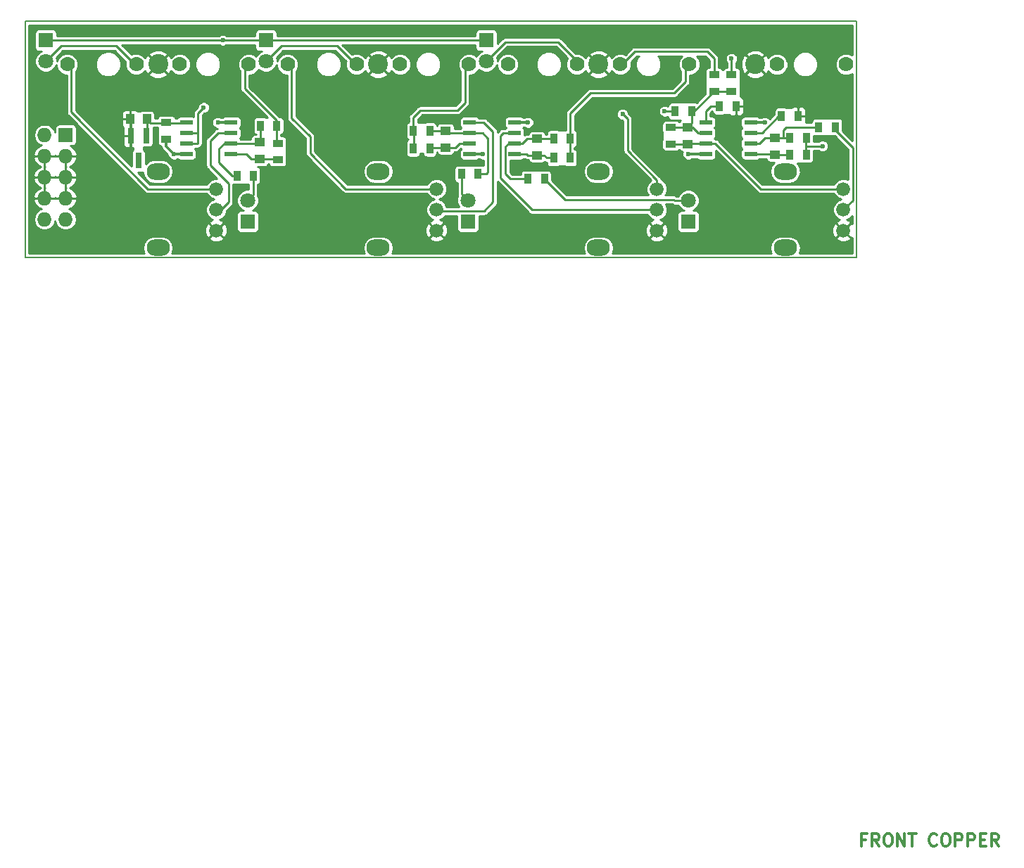
<source format=gtl>
G04 #@! TF.GenerationSoftware,KiCad,Pcbnew,(5.0.1)-3*
G04 #@! TF.CreationDate,2019-07-10T07:46:58-07:00*
G04 #@! TF.ProjectId,active_3attMix_v2,6163746976655F336174744D69785F76,V3*
G04 #@! TF.SameCoordinates,Original*
G04 #@! TF.FileFunction,Copper,L1,Top,Signal*
G04 #@! TF.FilePolarity,Positive*
%FSLAX46Y46*%
G04 Gerber Fmt 4.6, Leading zero omitted, Abs format (unit mm)*
G04 Created by KiCad (PCBNEW (5.0.1)-3) date 7/10/2019 7:46:58 AM*
%MOMM*%
%LPD*%
G01*
G04 APERTURE LIST*
G04 #@! TA.AperFunction,NonConductor*
%ADD10C,0.300000*%
G04 #@! TD*
G04 #@! TA.AperFunction,NonConductor*
%ADD11C,0.150000*%
G04 #@! TD*
G04 #@! TA.AperFunction,ComponentPad*
%ADD12C,2.400000*%
G04 #@! TD*
G04 #@! TA.AperFunction,ComponentPad*
%ADD13C,1.778000*%
G04 #@! TD*
G04 #@! TA.AperFunction,SMDPad,CuDef*
%ADD14R,0.800000X1.900000*%
G04 #@! TD*
G04 #@! TA.AperFunction,SMDPad,CuDef*
%ADD15R,1.550000X0.600000*%
G04 #@! TD*
G04 #@! TA.AperFunction,ComponentPad*
%ADD16R,1.800000X1.800000*%
G04 #@! TD*
G04 #@! TA.AperFunction,ComponentPad*
%ADD17C,1.800000*%
G04 #@! TD*
G04 #@! TA.AperFunction,SMDPad,CuDef*
%ADD18R,1.250000X1.000000*%
G04 #@! TD*
G04 #@! TA.AperFunction,SMDPad,CuDef*
%ADD19R,1.000000X1.250000*%
G04 #@! TD*
G04 #@! TA.AperFunction,ComponentPad*
%ADD20C,1.676400*%
G04 #@! TD*
G04 #@! TA.AperFunction,ComponentPad*
%ADD21O,2.800000X2.000000*%
G04 #@! TD*
G04 #@! TA.AperFunction,ComponentPad*
%ADD22R,1.727200X1.727200*%
G04 #@! TD*
G04 #@! TA.AperFunction,ComponentPad*
%ADD23O,1.727200X1.727200*%
G04 #@! TD*
G04 #@! TA.AperFunction,SMDPad,CuDef*
%ADD24R,1.300000X0.850000*%
G04 #@! TD*
G04 #@! TA.AperFunction,SMDPad,CuDef*
%ADD25R,0.850000X1.300000*%
G04 #@! TD*
G04 #@! TA.AperFunction,ViaPad*
%ADD26C,0.600000*%
G04 #@! TD*
G04 #@! TA.AperFunction,Conductor*
%ADD27C,0.350000*%
G04 #@! TD*
G04 #@! TA.AperFunction,Conductor*
%ADD28C,0.250000*%
G04 #@! TD*
%ADD29C,0.250000*%
G04 APERTURE END LIST*
D10*
X199616642Y-189313357D02*
X199116642Y-189313357D01*
X199116642Y-190099071D02*
X199116642Y-188599071D01*
X199830928Y-188599071D01*
X201259500Y-190099071D02*
X200759500Y-189384785D01*
X200402357Y-190099071D02*
X200402357Y-188599071D01*
X200973785Y-188599071D01*
X201116642Y-188670500D01*
X201188071Y-188741928D01*
X201259500Y-188884785D01*
X201259500Y-189099071D01*
X201188071Y-189241928D01*
X201116642Y-189313357D01*
X200973785Y-189384785D01*
X200402357Y-189384785D01*
X202188071Y-188599071D02*
X202473785Y-188599071D01*
X202616642Y-188670500D01*
X202759500Y-188813357D01*
X202830928Y-189099071D01*
X202830928Y-189599071D01*
X202759500Y-189884785D01*
X202616642Y-190027642D01*
X202473785Y-190099071D01*
X202188071Y-190099071D01*
X202045214Y-190027642D01*
X201902357Y-189884785D01*
X201830928Y-189599071D01*
X201830928Y-189099071D01*
X201902357Y-188813357D01*
X202045214Y-188670500D01*
X202188071Y-188599071D01*
X203473785Y-190099071D02*
X203473785Y-188599071D01*
X204330928Y-190099071D01*
X204330928Y-188599071D01*
X204830928Y-188599071D02*
X205688071Y-188599071D01*
X205259500Y-190099071D02*
X205259500Y-188599071D01*
X208188071Y-189956214D02*
X208116642Y-190027642D01*
X207902357Y-190099071D01*
X207759500Y-190099071D01*
X207545214Y-190027642D01*
X207402357Y-189884785D01*
X207330928Y-189741928D01*
X207259500Y-189456214D01*
X207259500Y-189241928D01*
X207330928Y-188956214D01*
X207402357Y-188813357D01*
X207545214Y-188670500D01*
X207759500Y-188599071D01*
X207902357Y-188599071D01*
X208116642Y-188670500D01*
X208188071Y-188741928D01*
X209116642Y-188599071D02*
X209402357Y-188599071D01*
X209545214Y-188670500D01*
X209688071Y-188813357D01*
X209759500Y-189099071D01*
X209759500Y-189599071D01*
X209688071Y-189884785D01*
X209545214Y-190027642D01*
X209402357Y-190099071D01*
X209116642Y-190099071D01*
X208973785Y-190027642D01*
X208830928Y-189884785D01*
X208759500Y-189599071D01*
X208759500Y-189099071D01*
X208830928Y-188813357D01*
X208973785Y-188670500D01*
X209116642Y-188599071D01*
X210402357Y-190099071D02*
X210402357Y-188599071D01*
X210973785Y-188599071D01*
X211116642Y-188670500D01*
X211188071Y-188741928D01*
X211259500Y-188884785D01*
X211259500Y-189099071D01*
X211188071Y-189241928D01*
X211116642Y-189313357D01*
X210973785Y-189384785D01*
X210402357Y-189384785D01*
X211902357Y-190099071D02*
X211902357Y-188599071D01*
X212473785Y-188599071D01*
X212616642Y-188670500D01*
X212688071Y-188741928D01*
X212759500Y-188884785D01*
X212759500Y-189099071D01*
X212688071Y-189241928D01*
X212616642Y-189313357D01*
X212473785Y-189384785D01*
X211902357Y-189384785D01*
X213402357Y-189313357D02*
X213902357Y-189313357D01*
X214116642Y-190099071D02*
X213402357Y-190099071D01*
X213402357Y-188599071D01*
X214116642Y-188599071D01*
X215616642Y-190099071D02*
X215116642Y-189384785D01*
X214759500Y-190099071D02*
X214759500Y-188599071D01*
X215330928Y-188599071D01*
X215473785Y-188670500D01*
X215545214Y-188741928D01*
X215616642Y-188884785D01*
X215616642Y-189099071D01*
X215545214Y-189241928D01*
X215473785Y-189313357D01*
X215330928Y-189384785D01*
X214759500Y-189384785D01*
D11*
X98501100Y-119238600D02*
X198501100Y-119238600D01*
X198501100Y-119238600D02*
X198501100Y-90768600D01*
X198501100Y-90768600D02*
X98501100Y-90768600D01*
X98501100Y-90768600D02*
X98501100Y-119238600D01*
D12*
G04 #@! TO.P,IN1,1*
G04 #@! TO.N,GNDA*
X114500000Y-96000000D03*
D13*
G04 #@! TO.P,IN1,3*
G04 #@! TO.N,Net-(ATT1-Pad3)*
X103580000Y-96000000D03*
G04 #@! TO.P,IN1,2*
G04 #@! TO.N,Net-(IN1-Pad2)*
X111880000Y-96000000D03*
G04 #@! TD*
D12*
G04 #@! TO.P,OUT1,1*
G04 #@! TO.N,GNDA*
X114500000Y-96000000D03*
D13*
G04 #@! TO.P,OUT1,3*
G04 #@! TO.N,Net-(OUT1-Pad3)*
X125420000Y-96000000D03*
G04 #@! TO.P,OUT1,2*
G04 #@! TO.N,Net-(OUT1-Pad2)*
X117120000Y-96000000D03*
G04 #@! TD*
D12*
G04 #@! TO.P,IN2,1*
G04 #@! TO.N,GNDA*
X141000000Y-96000000D03*
D13*
G04 #@! TO.P,IN2,3*
G04 #@! TO.N,Net-(ATT2-Pad3)*
X130080000Y-96000000D03*
G04 #@! TO.P,IN2,2*
G04 #@! TO.N,Net-(IN2-Pad2)*
X138380000Y-96000000D03*
G04 #@! TD*
D12*
G04 #@! TO.P,OUT2,1*
G04 #@! TO.N,GNDA*
X141000000Y-96000000D03*
D13*
G04 #@! TO.P,OUT2,3*
G04 #@! TO.N,Net-(OUT2-Pad3)*
X151920000Y-96000000D03*
G04 #@! TO.P,OUT2,2*
G04 #@! TO.N,Net-(OUT2-Pad2)*
X143620000Y-96000000D03*
G04 #@! TD*
D12*
G04 #@! TO.P,IN3,1*
G04 #@! TO.N,GNDA*
X167500000Y-96000000D03*
D13*
G04 #@! TO.P,IN3,3*
G04 #@! TO.N,Net-(ATT3-Pad3)*
X156580000Y-96000000D03*
G04 #@! TO.P,IN3,2*
G04 #@! TO.N,Net-(IN3-Pad2)*
X164880000Y-96000000D03*
G04 #@! TD*
D12*
G04 #@! TO.P,OUT3,1*
G04 #@! TO.N,GNDA*
X167500000Y-96000000D03*
D13*
G04 #@! TO.P,OUT3,3*
G04 #@! TO.N,Net-(OUT3-Pad3)*
X178420000Y-96000000D03*
G04 #@! TO.P,OUT3,2*
G04 #@! TO.N,Net-(OUT3-Pad2)*
X170120000Y-96000000D03*
G04 #@! TD*
D12*
G04 #@! TO.P,MIX1,1*
G04 #@! TO.N,GNDA*
X186350000Y-96000000D03*
D13*
G04 #@! TO.P,MIX1,3*
G04 #@! TO.N,Net-(MIX1-Pad3)*
X197270000Y-96000000D03*
G04 #@! TO.P,MIX1,2*
G04 #@! TO.N,Net-(MIX1-Pad2)*
X188970000Y-96000000D03*
G04 #@! TD*
D14*
G04 #@! TO.P,U4,1*
G04 #@! TO.N,Net-(C14-Pad1)*
X113100000Y-104600000D03*
G04 #@! TO.P,U4,2*
G04 #@! TO.N,GNDA*
X111200000Y-104600000D03*
G04 #@! TO.P,U4,3*
G04 #@! TO.N,N/C*
X112150000Y-107600000D03*
G04 #@! TD*
D15*
G04 #@! TO.P,U1,1*
G04 #@! TO.N,Net-(C1-Pad1)*
X123300000Y-106805000D03*
G04 #@! TO.P,U1,2*
G04 #@! TO.N,Net-(C1-Pad2)*
X123300000Y-105535000D03*
G04 #@! TO.P,U1,3*
G04 #@! TO.N,Net-(ATT1-Pad2)*
X123300000Y-104265000D03*
G04 #@! TO.P,U1,4*
G04 #@! TO.N,-12VA*
X123300000Y-102995000D03*
G04 #@! TO.P,U1,5*
G04 #@! TO.N,Net-(C14-Pad1)*
X117900000Y-102995000D03*
G04 #@! TO.P,U1,6*
G04 #@! TO.N,+5V_ref*
X117900000Y-104265000D03*
G04 #@! TO.P,U1,7*
X117900000Y-105535000D03*
G04 #@! TO.P,U1,8*
G04 #@! TO.N,+12VA*
X117900000Y-106805000D03*
G04 #@! TD*
G04 #@! TO.P,U2,1*
G04 #@! TO.N,Net-(C3-Pad1)*
X157400000Y-106805000D03*
G04 #@! TO.P,U2,2*
G04 #@! TO.N,Net-(C3-Pad2)*
X157400000Y-105535000D03*
G04 #@! TO.P,U2,3*
G04 #@! TO.N,Net-(ATT3-Pad2)*
X157400000Y-104265000D03*
G04 #@! TO.P,U2,4*
G04 #@! TO.N,-12VA*
X157400000Y-102995000D03*
G04 #@! TO.P,U2,5*
G04 #@! TO.N,Net-(ATT2-Pad2)*
X152000000Y-102995000D03*
G04 #@! TO.P,U2,6*
G04 #@! TO.N,Net-(C2-Pad2)*
X152000000Y-104265000D03*
G04 #@! TO.P,U2,7*
G04 #@! TO.N,Net-(C2-Pad1)*
X152000000Y-105535000D03*
G04 #@! TO.P,U2,8*
G04 #@! TO.N,+12VA*
X152000000Y-106805000D03*
G04 #@! TD*
G04 #@! TO.P,U3,1*
G04 #@! TO.N,Net-(C5-Pad1)*
X185800000Y-106805000D03*
G04 #@! TO.P,U3,2*
G04 #@! TO.N,Net-(C5-Pad2)*
X185800000Y-105535000D03*
G04 #@! TO.P,U3,3*
G04 #@! TO.N,Net-(R18-Pad2)*
X185800000Y-104265000D03*
G04 #@! TO.P,U3,4*
G04 #@! TO.N,-12VA*
X185800000Y-102995000D03*
G04 #@! TO.P,U3,5*
G04 #@! TO.N,Net-(R17-Pad2)*
X180400000Y-102995000D03*
G04 #@! TO.P,U3,6*
G04 #@! TO.N,Net-(C4-Pad2)*
X180400000Y-104265000D03*
G04 #@! TO.P,U3,7*
G04 #@! TO.N,Net-(C4-Pad1)*
X180400000Y-105535000D03*
G04 #@! TO.P,U3,8*
G04 #@! TO.N,+12VA*
X180400000Y-106805000D03*
G04 #@! TD*
D16*
G04 #@! TO.P,JP6,1*
G04 #@! TO.N,+5V_ref*
X154000000Y-93100000D03*
D17*
G04 #@! TO.P,JP6,2*
G04 #@! TO.N,Net-(IN3-Pad2)*
X154000000Y-95640000D03*
G04 #@! TD*
D16*
G04 #@! TO.P,JP5,1*
G04 #@! TO.N,Net-(ATT3-Pad3)*
X178300000Y-114940000D03*
D17*
G04 #@! TO.P,JP5,2*
G04 #@! TO.N,Net-(JP5-Pad2)*
X178300000Y-112400000D03*
G04 #@! TD*
D16*
G04 #@! TO.P,JP4,1*
G04 #@! TO.N,+5V_ref*
X127500000Y-93100000D03*
D17*
G04 #@! TO.P,JP4,2*
G04 #@! TO.N,Net-(IN2-Pad2)*
X127500000Y-95640000D03*
G04 #@! TD*
D16*
G04 #@! TO.P,JP3,1*
G04 #@! TO.N,Net-(ATT2-Pad3)*
X151800000Y-114940000D03*
D17*
G04 #@! TO.P,JP3,2*
G04 #@! TO.N,Net-(JP3-Pad2)*
X151800000Y-112400000D03*
G04 #@! TD*
D16*
G04 #@! TO.P,JP2,1*
G04 #@! TO.N,+5V_ref*
X101000000Y-93100000D03*
D17*
G04 #@! TO.P,JP2,2*
G04 #@! TO.N,Net-(IN1-Pad2)*
X101000000Y-95640000D03*
G04 #@! TD*
D16*
G04 #@! TO.P,JP1,1*
G04 #@! TO.N,Net-(ATT1-Pad3)*
X125300000Y-114940000D03*
D17*
G04 #@! TO.P,JP1,2*
G04 #@! TO.N,Net-(JP1-Pad2)*
X125300000Y-112400000D03*
G04 #@! TD*
D18*
G04 #@! TO.P,C1,1*
G04 #@! TO.N,Net-(C1-Pad1)*
X126700000Y-107400000D03*
G04 #@! TO.P,C1,2*
G04 #@! TO.N,Net-(C1-Pad2)*
X126700000Y-105400000D03*
G04 #@! TD*
G04 #@! TO.P,C2,1*
G04 #@! TO.N,Net-(C2-Pad1)*
X149100000Y-106000000D03*
G04 #@! TO.P,C2,2*
G04 #@! TO.N,Net-(C2-Pad2)*
X149100000Y-104000000D03*
G04 #@! TD*
G04 #@! TO.P,C3,1*
G04 #@! TO.N,Net-(C3-Pad1)*
X160100000Y-106950000D03*
G04 #@! TO.P,C3,2*
G04 #@! TO.N,Net-(C3-Pad2)*
X160100000Y-104950000D03*
G04 #@! TD*
G04 #@! TO.P,C4,1*
G04 #@! TO.N,Net-(C4-Pad1)*
X178200000Y-105600000D03*
G04 #@! TO.P,C4,2*
G04 #@! TO.N,Net-(C4-Pad2)*
X178200000Y-103600000D03*
G04 #@! TD*
G04 #@! TO.P,C5,1*
G04 #@! TO.N,Net-(C5-Pad1)*
X188700000Y-106850000D03*
G04 #@! TO.P,C5,2*
G04 #@! TO.N,Net-(C5-Pad2)*
X188700000Y-104850000D03*
G04 #@! TD*
D19*
G04 #@! TO.P,C14,1*
G04 #@! TO.N,Net-(C14-Pad1)*
X113150000Y-102600000D03*
G04 #@! TO.P,C14,2*
G04 #@! TO.N,GNDA*
X111150000Y-102600000D03*
G04 #@! TD*
D20*
G04 #@! TO.P,MIXLVL1,1*
G04 #@! TO.N,GNDA*
X196950000Y-116000000D03*
G04 #@! TO.P,MIXLVL1,2*
G04 #@! TO.N,Net-(MIXLVL1-Pad2)*
X196950000Y-113500000D03*
G04 #@! TO.P,MIXLVL1,3*
G04 #@! TO.N,Net-(C4-Pad1)*
X196950000Y-111000000D03*
D21*
G04 #@! TO.P,MIXLVL1,M1*
G04 #@! TO.N,N/C*
X189950000Y-108900000D03*
G04 #@! TO.P,MIXLVL1,M2*
X189950000Y-118100000D03*
G04 #@! TD*
D20*
G04 #@! TO.P,ATT3,1*
G04 #@! TO.N,GNDA*
X174500000Y-116000000D03*
G04 #@! TO.P,ATT3,2*
G04 #@! TO.N,Net-(ATT3-Pad2)*
X174500000Y-113500000D03*
G04 #@! TO.P,ATT3,3*
G04 #@! TO.N,Net-(ATT3-Pad3)*
X174500000Y-111000000D03*
D21*
G04 #@! TO.P,ATT3,M1*
G04 #@! TO.N,N/C*
X167500000Y-108900000D03*
G04 #@! TO.P,ATT3,M2*
X167500000Y-118100000D03*
G04 #@! TD*
D20*
G04 #@! TO.P,ATT2,1*
G04 #@! TO.N,GNDA*
X148000000Y-116000000D03*
G04 #@! TO.P,ATT2,2*
G04 #@! TO.N,Net-(ATT2-Pad2)*
X148000000Y-113500000D03*
G04 #@! TO.P,ATT2,3*
G04 #@! TO.N,Net-(ATT2-Pad3)*
X148000000Y-111000000D03*
D21*
G04 #@! TO.P,ATT2,M1*
G04 #@! TO.N,N/C*
X141000000Y-108900000D03*
G04 #@! TO.P,ATT2,M2*
X141000000Y-118100000D03*
G04 #@! TD*
D20*
G04 #@! TO.P,ATT1,1*
G04 #@! TO.N,GNDA*
X121500000Y-116000000D03*
G04 #@! TO.P,ATT1,2*
G04 #@! TO.N,Net-(ATT1-Pad2)*
X121500000Y-113500000D03*
G04 #@! TO.P,ATT1,3*
G04 #@! TO.N,Net-(ATT1-Pad3)*
X121500000Y-111000000D03*
D21*
G04 #@! TO.P,ATT1,M1*
G04 #@! TO.N,N/C*
X114500000Y-108900000D03*
G04 #@! TO.P,ATT1,M2*
X114500000Y-118100000D03*
G04 #@! TD*
D22*
G04 #@! TO.P,X1,1*
G04 #@! TO.N,/-12_IN*
X103400000Y-104500000D03*
D23*
G04 #@! TO.P,X1,2*
X100860000Y-104500000D03*
G04 #@! TO.P,X1,3*
G04 #@! TO.N,GNDA*
X103400000Y-107040000D03*
G04 #@! TO.P,X1,4*
X100860000Y-107040000D03*
G04 #@! TO.P,X1,5*
X103400000Y-109580000D03*
G04 #@! TO.P,X1,6*
X100860000Y-109580000D03*
G04 #@! TO.P,X1,7*
X103400000Y-112120000D03*
G04 #@! TO.P,X1,8*
X100860000Y-112120000D03*
G04 #@! TO.P,X1,9*
G04 #@! TO.N,/+12_IN*
X103400000Y-114660000D03*
G04 #@! TO.P,X1,10*
X100860000Y-114660000D03*
G04 #@! TD*
D24*
G04 #@! TO.P,R19,1*
G04 #@! TO.N,Net-(C14-Pad1)*
X115500000Y-103000000D03*
G04 #@! TO.P,R19,2*
G04 #@! TO.N,+12VA*
X115500000Y-105000000D03*
G04 #@! TD*
D25*
G04 #@! TO.P,R18,1*
G04 #@! TO.N,GNDA*
X191500000Y-102250000D03*
G04 #@! TO.P,R18,2*
G04 #@! TO.N,Net-(R18-Pad2)*
X189500000Y-102250000D03*
G04 #@! TD*
G04 #@! TO.P,R17,1*
G04 #@! TO.N,GNDA*
X184050000Y-101050000D03*
G04 #@! TO.P,R17,2*
G04 #@! TO.N,Net-(R17-Pad2)*
X182050000Y-101050000D03*
G04 #@! TD*
G04 #@! TO.P,R16,1*
G04 #@! TO.N,Net-(MIX1-Pad3)*
X192500000Y-106850000D03*
G04 #@! TO.P,R16,2*
G04 #@! TO.N,Net-(C5-Pad1)*
X190500000Y-106850000D03*
G04 #@! TD*
G04 #@! TO.P,R15,1*
G04 #@! TO.N,Net-(MIX1-Pad3)*
X192500000Y-104850000D03*
G04 #@! TO.P,R15,2*
G04 #@! TO.N,Net-(C5-Pad2)*
X190500000Y-104850000D03*
G04 #@! TD*
G04 #@! TO.P,R14,1*
G04 #@! TO.N,Net-(C5-Pad2)*
X194000000Y-103550000D03*
G04 #@! TO.P,R14,2*
G04 #@! TO.N,Net-(MIXLVL1-Pad2)*
X196000000Y-103550000D03*
G04 #@! TD*
D24*
G04 #@! TO.P,R13,1*
G04 #@! TO.N,Net-(C4-Pad1)*
X176200000Y-105600000D03*
G04 #@! TO.P,R13,2*
G04 #@! TO.N,Net-(C4-Pad2)*
X176200000Y-103600000D03*
G04 #@! TD*
D25*
G04 #@! TO.P,R12,1*
G04 #@! TO.N,Net-(OUT3-Pad3)*
X164100000Y-107250000D03*
G04 #@! TO.P,R12,2*
G04 #@! TO.N,Net-(C3-Pad1)*
X162100000Y-107250000D03*
G04 #@! TD*
G04 #@! TO.P,R11,1*
G04 #@! TO.N,Net-(C3-Pad2)*
X159000000Y-109800000D03*
G04 #@! TO.P,R11,2*
G04 #@! TO.N,Net-(JP5-Pad2)*
X161000000Y-109800000D03*
G04 #@! TD*
D24*
G04 #@! TO.P,R10,1*
G04 #@! TO.N,Net-(OUT3-Pad2)*
X181400000Y-97250000D03*
G04 #@! TO.P,R10,2*
G04 #@! TO.N,Net-(C4-Pad2)*
X181400000Y-99250000D03*
G04 #@! TD*
D25*
G04 #@! TO.P,R9,1*
G04 #@! TO.N,Net-(OUT3-Pad3)*
X164100000Y-104950000D03*
G04 #@! TO.P,R9,2*
G04 #@! TO.N,Net-(C3-Pad2)*
X162100000Y-104950000D03*
G04 #@! TD*
G04 #@! TO.P,R8,1*
G04 #@! TO.N,Net-(OUT2-Pad3)*
X145200000Y-106100000D03*
G04 #@! TO.P,R8,2*
G04 #@! TO.N,Net-(C2-Pad1)*
X147200000Y-106100000D03*
G04 #@! TD*
G04 #@! TO.P,R7,1*
G04 #@! TO.N,Net-(C2-Pad2)*
X153000000Y-109200000D03*
G04 #@! TO.P,R7,2*
G04 #@! TO.N,Net-(JP3-Pad2)*
X151000000Y-109200000D03*
G04 #@! TD*
G04 #@! TO.P,R5,1*
G04 #@! TO.N,Net-(OUT2-Pad3)*
X145200000Y-104000000D03*
G04 #@! TO.P,R5,2*
G04 #@! TO.N,Net-(C2-Pad2)*
X147200000Y-104000000D03*
G04 #@! TD*
D24*
G04 #@! TO.P,R4,1*
G04 #@! TO.N,Net-(OUT1-Pad3)*
X128900000Y-105500000D03*
G04 #@! TO.P,R4,2*
G04 #@! TO.N,Net-(C1-Pad1)*
X128900000Y-107500000D03*
G04 #@! TD*
D25*
G04 #@! TO.P,R3,1*
G04 #@! TO.N,Net-(C1-Pad2)*
X124000000Y-109400000D03*
G04 #@! TO.P,R3,2*
G04 #@! TO.N,Net-(JP1-Pad2)*
X126000000Y-109400000D03*
G04 #@! TD*
D24*
G04 #@! TO.P,R2,1*
G04 #@! TO.N,Net-(OUT1-Pad2)*
X183500000Y-97250000D03*
G04 #@! TO.P,R2,2*
G04 #@! TO.N,Net-(C4-Pad2)*
X183500000Y-99250000D03*
G04 #@! TD*
D25*
G04 #@! TO.P,R1,1*
G04 #@! TO.N,Net-(OUT1-Pad3)*
X128800000Y-103400000D03*
G04 #@! TO.P,R1,2*
G04 #@! TO.N,Net-(C1-Pad2)*
X126800000Y-103400000D03*
G04 #@! TD*
G04 #@! TO.P,R6,1*
G04 #@! TO.N,Net-(OUT2-Pad2)*
X176700000Y-101650000D03*
G04 #@! TO.P,R6,2*
G04 #@! TO.N,Net-(C4-Pad2)*
X178700000Y-101650000D03*
G04 #@! TD*
D26*
G04 #@! TO.N,GNDA*
X183070500Y-104457500D03*
G04 #@! TO.N,Net-(ATT3-Pad3)*
X170400000Y-102000000D03*
G04 #@! TO.N,+12VA*
X116400000Y-106800000D03*
X153600000Y-106800000D03*
X178300000Y-106800000D03*
G04 #@! TO.N,-12VA*
X187500000Y-103000000D03*
X121700000Y-103000000D03*
X159000000Y-103000000D03*
G04 #@! TO.N,+5V_ref*
X120000000Y-101200000D03*
X122300000Y-93100000D03*
G04 #@! TO.N,Net-(MIX1-Pad3)*
X194450000Y-105850000D03*
G04 #@! TO.N,Net-(OUT1-Pad2)*
X183500000Y-95300000D03*
G04 #@! TO.N,Net-(OUT2-Pad2)*
X175450000Y-101650000D03*
G04 #@! TD*
D27*
G04 #@! TO.N,GNDA*
X111200000Y-104600000D02*
X111200000Y-102650000D01*
X111200000Y-102650000D02*
X111150000Y-102600000D01*
D28*
G04 #@! TO.N,Net-(ATT1-Pad2)*
X122100000Y-113500000D02*
X121500000Y-113500000D01*
X123300000Y-104265000D02*
X121735000Y-104265000D01*
X121735000Y-104265000D02*
X120800000Y-105200000D01*
X120800000Y-105200000D02*
X120800000Y-108150000D01*
X120800000Y-108150000D02*
X123000000Y-110350000D01*
X123000000Y-110350000D02*
X123000000Y-112600000D01*
X123000000Y-112600000D02*
X122100000Y-113500000D01*
G04 #@! TO.N,Net-(ATT1-Pad3)*
X104055000Y-101755000D02*
X113300000Y-111000000D01*
X104055000Y-96475000D02*
X103580000Y-96000000D01*
X104055000Y-98171000D02*
X104055000Y-96475000D01*
X104055000Y-98171000D02*
X104055000Y-101755000D01*
X113300000Y-111000000D02*
X121500000Y-111000000D01*
G04 #@! TO.N,Net-(ATT2-Pad2)*
X154800000Y-104100000D02*
X153695000Y-102995000D01*
X153695000Y-102995000D02*
X152000000Y-102995000D01*
X154800000Y-111569500D02*
X154800000Y-104100000D01*
X154800000Y-112500000D02*
X154800000Y-111569500D01*
X148165000Y-113665000D02*
X148000000Y-113500000D01*
X153733500Y-113665000D02*
X148165000Y-113665000D01*
X154800000Y-112598500D02*
X153733500Y-113665000D01*
X154800000Y-111569500D02*
X154800000Y-112598500D01*
G04 #@! TO.N,Net-(ATT2-Pad3)*
X132800000Y-106700000D02*
X137100000Y-111000000D01*
X132800000Y-104700000D02*
X132800000Y-106700000D01*
X130555000Y-102455000D02*
X132800000Y-104700000D01*
X130555000Y-96475000D02*
X130080000Y-96000000D01*
X130555000Y-98552000D02*
X130555000Y-96475000D01*
X130555000Y-98552000D02*
X130555000Y-102455000D01*
X137100000Y-111000000D02*
X148000000Y-111000000D01*
G04 #@! TO.N,Net-(ATT3-Pad2)*
X159500000Y-113500000D02*
X155700000Y-109700000D01*
X155700000Y-104600000D02*
X156035000Y-104265000D01*
X156035000Y-104265000D02*
X157400000Y-104265000D01*
X155700000Y-109700000D02*
X155700000Y-104600000D01*
X159500000Y-113500000D02*
X174500000Y-113500000D01*
G04 #@! TO.N,Net-(ATT3-Pad3)*
X174500000Y-109900000D02*
X174500000Y-111000000D01*
X171000000Y-106400000D02*
X174500000Y-109900000D01*
X171000000Y-102600000D02*
X171000000Y-106400000D01*
X170400000Y-102000000D02*
X171000000Y-102600000D01*
G04 #@! TO.N,Net-(C1-Pad1)*
X126700000Y-107400000D02*
X128850000Y-107400000D01*
X128850000Y-107400000D02*
X128900000Y-107450000D01*
X125105000Y-106805000D02*
X125700000Y-107400000D01*
X125700000Y-107400000D02*
X126700000Y-107400000D01*
X123300000Y-106805000D02*
X125105000Y-106805000D01*
G04 #@! TO.N,Net-(C1-Pad2)*
X121850000Y-107800000D02*
X121850000Y-106150000D01*
X124050000Y-109400000D02*
X123450000Y-109400000D01*
X123450000Y-109400000D02*
X121850000Y-107800000D01*
X126700000Y-105400000D02*
X126850000Y-105250000D01*
X126850000Y-105250000D02*
X126850000Y-103400000D01*
X123300000Y-105535000D02*
X126565000Y-105535000D01*
X126565000Y-105535000D02*
X126700000Y-105400000D01*
X121850000Y-106150000D02*
X122465000Y-105535000D01*
X122465000Y-105535000D02*
X123300000Y-105535000D01*
G04 #@! TO.N,Net-(C2-Pad1)*
X149100000Y-106000000D02*
X147250000Y-106000000D01*
X147250000Y-106000000D02*
X147150000Y-106100000D01*
X150765000Y-105535000D02*
X150300000Y-106000000D01*
X150300000Y-106000000D02*
X149100000Y-106000000D01*
X152000000Y-105535000D02*
X150765000Y-105535000D01*
G04 #@! TO.N,Net-(C2-Pad2)*
X149100000Y-104000000D02*
X147150000Y-104000000D01*
X152000000Y-104265000D02*
X149365000Y-104265000D01*
X149365000Y-104265000D02*
X149100000Y-104000000D01*
X152950000Y-109200000D02*
X154000000Y-109200000D01*
X154000000Y-109200000D02*
X154200000Y-109000000D01*
X154200000Y-109000000D02*
X154200000Y-104900000D01*
X154200000Y-104900000D02*
X153565000Y-104265000D01*
X153565000Y-104265000D02*
X152000000Y-104265000D01*
G04 #@! TO.N,Net-(C3-Pad1)*
X160950000Y-106950000D02*
X161250000Y-107250000D01*
X161250000Y-107250000D02*
X162150000Y-107250000D01*
X160100000Y-106950000D02*
X160950000Y-106950000D01*
X158855000Y-106805000D02*
X159000000Y-106950000D01*
X159000000Y-106950000D02*
X160100000Y-106950000D01*
X157400000Y-106805000D02*
X158855000Y-106805000D01*
G04 #@! TO.N,Net-(C3-Pad2)*
X160100000Y-104950000D02*
X162150000Y-104950000D01*
X158315000Y-105535000D02*
X158900000Y-104950000D01*
X158900000Y-104950000D02*
X160100000Y-104950000D01*
X157400000Y-105535000D02*
X158315000Y-105535000D01*
X156300000Y-105900000D02*
X156665000Y-105535000D01*
X156665000Y-105535000D02*
X157400000Y-105535000D01*
X156300000Y-109200000D02*
X156300000Y-105900000D01*
X156900000Y-109800000D02*
X156300000Y-109200000D01*
X159050000Y-109800000D02*
X156900000Y-109800000D01*
G04 #@! TO.N,Net-(C4-Pad1)*
X181535000Y-105535000D02*
X187000000Y-111000000D01*
X180400000Y-105535000D02*
X181535000Y-105535000D01*
X178200000Y-105600000D02*
X176250000Y-105600000D01*
X176250000Y-105600000D02*
X176200000Y-105550000D01*
X180400000Y-105535000D02*
X178265000Y-105535000D01*
X178265000Y-105535000D02*
X178200000Y-105600000D01*
X187000000Y-111000000D02*
X196950000Y-111000000D01*
G04 #@! TO.N,Net-(C4-Pad2)*
X178200000Y-103600000D02*
X176250000Y-103600000D01*
X176250000Y-103600000D02*
X176200000Y-103650000D01*
X179465000Y-104265000D02*
X178800000Y-103600000D01*
X178800000Y-103600000D02*
X178200000Y-103600000D01*
X180400000Y-104265000D02*
X179465000Y-104265000D01*
X178700000Y-103100000D02*
X178700000Y-101650000D01*
X178200000Y-103600000D02*
X178700000Y-103100000D01*
X179000000Y-101650000D02*
X181400000Y-99250000D01*
X178700000Y-101650000D02*
X179000000Y-101650000D01*
X181400000Y-99250000D02*
X183500000Y-99250000D01*
G04 #@! TO.N,Net-(C5-Pad1)*
X188700000Y-106850000D02*
X190550000Y-106850000D01*
X185800000Y-106805000D02*
X188655000Y-106805000D01*
X188655000Y-106805000D02*
X188700000Y-106850000D01*
G04 #@! TO.N,Net-(C5-Pad2)*
X188700000Y-104850000D02*
X189750000Y-104850000D01*
X189750000Y-104850000D02*
X190550000Y-104850000D01*
X190100000Y-103550000D02*
X189750000Y-103900000D01*
X189750000Y-103900000D02*
X189750000Y-104850000D01*
X191500000Y-103550000D02*
X194050000Y-103550000D01*
X191200000Y-103550000D02*
X191500000Y-103550000D01*
X191500000Y-103550000D02*
X190100000Y-103550000D01*
X186815000Y-105535000D02*
X187500000Y-104850000D01*
X187500000Y-104850000D02*
X188700000Y-104850000D01*
X185800000Y-105535000D02*
X186815000Y-105535000D01*
D27*
G04 #@! TO.N,+12VA*
X115500000Y-104950000D02*
X115500000Y-105900000D01*
X115500000Y-105900000D02*
X116400000Y-106800000D01*
X117900000Y-106805000D02*
X116405000Y-106805000D01*
X116405000Y-106805000D02*
X116400000Y-106800000D01*
X152000000Y-106805000D02*
X153595000Y-106805000D01*
X153595000Y-106805000D02*
X153600000Y-106800000D01*
X178300000Y-106800000D02*
X180395000Y-106800000D01*
X180395000Y-106800000D02*
X180400000Y-106805000D01*
G04 #@! TO.N,-12VA*
X187500000Y-103000000D02*
X185805000Y-103000000D01*
X185805000Y-103000000D02*
X185800000Y-102995000D01*
X123300000Y-102995000D02*
X121705000Y-102995000D01*
X121705000Y-102995000D02*
X121700000Y-103000000D01*
X157400000Y-102995000D02*
X158995000Y-102995000D01*
X158995000Y-102995000D02*
X159000000Y-103000000D01*
X185795000Y-103000000D02*
X185800000Y-102995000D01*
D28*
G04 #@! TO.N,Net-(C14-Pad1)*
X115500000Y-103050000D02*
X113600000Y-103050000D01*
X113600000Y-103050000D02*
X113150000Y-102600000D01*
X115500000Y-103050000D02*
X117845000Y-103050000D01*
X117845000Y-103050000D02*
X117900000Y-102995000D01*
X113150000Y-102600000D02*
X113150000Y-104550000D01*
X113150000Y-104550000D02*
X113100000Y-104600000D01*
G04 #@! TO.N,Net-(IN1-Pad2)*
X109500000Y-93800000D02*
X102840000Y-93800000D01*
X102840000Y-93800000D02*
X101000000Y-95640000D01*
X111800000Y-96000000D02*
X111700000Y-96000000D01*
X111700000Y-96000000D02*
X111880000Y-96000000D01*
X109500000Y-93800000D02*
X111700000Y-96000000D01*
G04 #@! TO.N,Net-(IN2-Pad2)*
X136050000Y-93800000D02*
X129340000Y-93800000D01*
X129340000Y-93800000D02*
X127500000Y-95640000D01*
X138300000Y-96000000D02*
X138250000Y-96000000D01*
X138250000Y-96000000D02*
X138380000Y-96000000D01*
X136050000Y-93800000D02*
X138250000Y-96000000D01*
G04 #@! TO.N,Net-(IN3-Pad2)*
X156300000Y-93300000D02*
X162600000Y-93300000D01*
X154000000Y-95640000D02*
X154000000Y-95600000D01*
X154000000Y-95600000D02*
X156300000Y-93300000D01*
X164800000Y-95500000D02*
X164800000Y-96000000D01*
X163385500Y-94085500D02*
X164880000Y-95580000D01*
X162600000Y-93300000D02*
X163385500Y-94085500D01*
X164880000Y-95580000D02*
X164880000Y-96000000D01*
X163893500Y-94593500D02*
X164880000Y-95580000D01*
X163893500Y-94593500D02*
X164800000Y-95500000D01*
X163385500Y-94085500D02*
X163893500Y-94593500D01*
G04 #@! TO.N,Net-(JP1-Pad2)*
X125950000Y-111750000D02*
X125300000Y-112400000D01*
X125950000Y-109400000D02*
X125950000Y-111750000D01*
G04 #@! TO.N,+5V_ref*
X122300000Y-93100000D02*
X101000000Y-93100000D01*
X154000000Y-93100000D02*
X127500000Y-93100000D01*
X119300000Y-105500000D02*
X119300000Y-104200000D01*
X117900000Y-104265000D02*
X119235000Y-104265000D01*
X119235000Y-104265000D02*
X119300000Y-104200000D01*
X119265000Y-105535000D02*
X119300000Y-105500000D01*
X117900000Y-105535000D02*
X119265000Y-105535000D01*
X119300000Y-101900000D02*
X120000000Y-101200000D01*
X119300000Y-104200000D02*
X119300000Y-101900000D01*
X127500000Y-93100000D02*
X122300000Y-93100000D01*
G04 #@! TO.N,Net-(JP3-Pad2)*
X151050000Y-111650000D02*
X151800000Y-112400000D01*
X151050000Y-109200000D02*
X151050000Y-111650000D01*
G04 #@! TO.N,Net-(JP5-Pad2)*
X163450000Y-112300000D02*
X160950000Y-109800000D01*
X176550000Y-112300000D02*
X163450000Y-112300000D01*
X176650000Y-112400000D02*
X176550000Y-112300000D01*
X176650000Y-112400000D02*
X178300000Y-112400000D01*
G04 #@! TO.N,Net-(MIX1-Pad3)*
X192450000Y-104850000D02*
X192450000Y-105850000D01*
X192450000Y-105850000D02*
X192450000Y-106850000D01*
X192450000Y-105850000D02*
X194450000Y-105850000D01*
G04 #@! TO.N,Net-(OUT1-Pad2)*
X183500000Y-95300000D02*
X183500000Y-97250000D01*
G04 #@! TO.N,Net-(OUT1-Pad3)*
X128750000Y-103400000D02*
X128750000Y-102750000D01*
X128750000Y-103400000D02*
X128750000Y-105400000D01*
X128750000Y-105400000D02*
X128900000Y-105550000D01*
X128750000Y-102750000D02*
X124945000Y-98945000D01*
X124945000Y-96475000D02*
X125420000Y-96000000D01*
X124945000Y-97853500D02*
X124945000Y-96475000D01*
X124945000Y-98945000D02*
X124945000Y-97853500D01*
G04 #@! TO.N,Net-(OUT2-Pad2)*
X176700000Y-101650000D02*
X175450000Y-101650000D01*
G04 #@! TO.N,Net-(OUT2-Pad3)*
X145250000Y-106100000D02*
X145250000Y-104000000D01*
X145200000Y-104000000D02*
X145200000Y-102400000D01*
X145200000Y-102400000D02*
X146050000Y-101550000D01*
X146050000Y-101550000D02*
X150500000Y-101550000D01*
X150500000Y-101550000D02*
X151445000Y-100605000D01*
X151445000Y-96475000D02*
X151920000Y-96000000D01*
X151445000Y-98298000D02*
X151445000Y-96475000D01*
X151445000Y-100605000D02*
X151445000Y-98298000D01*
G04 #@! TO.N,Net-(OUT3-Pad2)*
X170325000Y-96000000D02*
X170120000Y-96000000D01*
X171875000Y-94450000D02*
X170325000Y-96000000D01*
X180550000Y-94450000D02*
X171875000Y-94450000D01*
X181400000Y-95300000D02*
X180550000Y-94450000D01*
X181400000Y-97250000D02*
X181400000Y-95300000D01*
G04 #@! TO.N,Net-(OUT3-Pad3)*
X164050000Y-107250000D02*
X164050000Y-104950000D01*
X164100000Y-104950000D02*
X164100000Y-101900000D01*
X164100000Y-101900000D02*
X166550000Y-99450000D01*
X166550000Y-99450000D02*
X176600000Y-99450000D01*
X176600000Y-99450000D02*
X177945000Y-98105000D01*
X177945000Y-98105000D02*
X177945000Y-97599500D01*
X177945000Y-96475000D02*
X178420000Y-96000000D01*
X177945000Y-97599500D02*
X177945000Y-96475000D01*
G04 #@! TO.N,Net-(R17-Pad2)*
X180400000Y-101650000D02*
X181000000Y-101050000D01*
X181000000Y-101050000D02*
X182100000Y-101050000D01*
X180400000Y-102995000D02*
X180400000Y-101650000D01*
G04 #@! TO.N,Net-(R18-Pad2)*
X185800000Y-104265000D02*
X187150000Y-104265000D01*
X189550000Y-102250000D02*
X189165000Y-102250000D01*
X189165000Y-102250000D02*
X187150000Y-104265000D01*
G04 #@! TO.N,Net-(MIXLVL1-Pad2)*
X198100000Y-112350000D02*
X196950000Y-113500000D01*
X198100000Y-106050000D02*
X198100000Y-112350000D01*
X195950000Y-103900000D02*
X198100000Y-106050000D01*
G04 #@! TD*
G04 #@! TO.N,GNDA*
X198001101Y-91268600D02*
X99001100Y-91268600D01*
X198001101Y-91506100D02*
X99001100Y-91506100D01*
X198001101Y-91743600D02*
X99001100Y-91743600D01*
X99735122Y-91981100D02*
X99001100Y-91981100D01*
X126235122Y-91981100D02*
X102264879Y-91981100D01*
X152735122Y-91981100D02*
X128764879Y-91981100D01*
X198001101Y-91981100D02*
X155264879Y-91981100D01*
X99666674Y-92218600D02*
X99001100Y-92218600D01*
X126166674Y-92218600D02*
X102333326Y-92218600D01*
X152666674Y-92218600D02*
X128833326Y-92218600D01*
X198001101Y-92218600D02*
X155333326Y-92218600D01*
X99666674Y-92456100D02*
X99001100Y-92456100D01*
X121959995Y-92456100D02*
X102333326Y-92456100D01*
X126166674Y-92456100D02*
X122640006Y-92456100D01*
X152666674Y-92456100D02*
X128833326Y-92456100D01*
X198001101Y-92456100D02*
X155333326Y-92456100D01*
X99666674Y-92693600D02*
X99001100Y-92693600D01*
X198001101Y-92693600D02*
X155333326Y-92693600D01*
X99666674Y-92931100D02*
X99001100Y-92931100D01*
X155885012Y-92931100D02*
X155333326Y-92931100D01*
X198001101Y-92931100D02*
X163014989Y-92931100D01*
X99666674Y-93168600D02*
X99001100Y-93168600D01*
X155653583Y-93168600D02*
X155333326Y-93168600D01*
X198001101Y-93168600D02*
X163246417Y-93168600D01*
X99666674Y-93406100D02*
X99001100Y-93406100D01*
X155416083Y-93406100D02*
X155333326Y-93406100D01*
X198001101Y-93406100D02*
X163483917Y-93406100D01*
X99666674Y-93643600D02*
X99001100Y-93643600D01*
X198001101Y-93643600D02*
X163721417Y-93643600D01*
X99666674Y-93881100D02*
X99001100Y-93881100D01*
X162403283Y-93881100D02*
X156496717Y-93881100D01*
X198001101Y-93881100D02*
X163958917Y-93881100D01*
X99690264Y-94118600D02*
X99001100Y-94118600D01*
X162640783Y-94118600D02*
X156259217Y-94118600D01*
X171428584Y-94118600D02*
X164196418Y-94118600D01*
X198001101Y-94118600D02*
X180996417Y-94118600D01*
X99867961Y-94356100D02*
X99001100Y-94356100D01*
X162878283Y-94356100D02*
X156021717Y-94356100D01*
X166971502Y-94356100D02*
X164433917Y-94356100D01*
X171191084Y-94356100D02*
X168053151Y-94356100D01*
X185821502Y-94356100D02*
X181233917Y-94356100D01*
X198001101Y-94356100D02*
X186903151Y-94356100D01*
X100172567Y-94593600D02*
X99001100Y-94593600D01*
X160910333Y-94593600D02*
X155784217Y-94593600D01*
X163115783Y-94593600D02*
X162089668Y-94593600D01*
X166461842Y-94593600D02*
X164671417Y-94593600D01*
X170953584Y-94593600D02*
X168538159Y-94593600D01*
X183310884Y-94593600D02*
X181471418Y-94593600D01*
X185311842Y-94593600D02*
X183689117Y-94593600D01*
X191760333Y-94593600D02*
X187388159Y-94593600D01*
X198001101Y-94593600D02*
X192939668Y-94593600D01*
X99935067Y-94831100D02*
X99001100Y-94831100D01*
X155968326Y-94831100D02*
X155546717Y-94831100D01*
X160512224Y-94831100D02*
X157191675Y-94831100D01*
X163353282Y-94831100D02*
X162487776Y-94831100D01*
X166358983Y-94831100D02*
X165491675Y-94831100D01*
X169508326Y-94831100D02*
X168641018Y-94831100D01*
X182943594Y-94831100D02*
X181708918Y-94831100D01*
X185208983Y-94831100D02*
X184056406Y-94831100D01*
X188358326Y-94831100D02*
X187491018Y-94831100D01*
X191362224Y-94831100D02*
X189581675Y-94831100D01*
X196658326Y-94831100D02*
X193337776Y-94831100D01*
X198001101Y-94831100D02*
X197881675Y-94831100D01*
X99802512Y-95068600D02*
X99001100Y-95068600D01*
X155653123Y-95068600D02*
X155309217Y-95068600D01*
X160274724Y-95068600D02*
X157506877Y-95068600D01*
X163590783Y-95068600D02*
X162725276Y-95068600D01*
X166029174Y-95068600D02*
X165806877Y-95068600D01*
X166575671Y-95068600D02*
X166561529Y-95068600D01*
X168438471Y-95068600D02*
X168424329Y-95068600D01*
X169193123Y-95068600D02*
X168991540Y-95068600D01*
X172274724Y-95068600D02*
X172034216Y-95068600D01*
X177493123Y-95068600D02*
X174725276Y-95068600D01*
X180390783Y-95068600D02*
X179346877Y-95068600D01*
X182811115Y-95068600D02*
X181906863Y-95068600D01*
X184879174Y-95068600D02*
X184188886Y-95068600D01*
X185425671Y-95068600D02*
X185411529Y-95068600D01*
X187288471Y-95068600D02*
X187274329Y-95068600D01*
X188043123Y-95068600D02*
X187841540Y-95068600D01*
X191124724Y-95068600D02*
X189896877Y-95068600D01*
X196343123Y-95068600D02*
X193575276Y-95068600D01*
X99704137Y-95306100D02*
X99001100Y-95306100D01*
X155445159Y-95306100D02*
X155295864Y-95306100D01*
X160136775Y-95306100D02*
X157714842Y-95306100D01*
X163745159Y-95306100D02*
X162863226Y-95306100D01*
X166813171Y-95306100D02*
X166799029Y-95306100D01*
X168200971Y-95306100D02*
X168186829Y-95306100D01*
X172136775Y-95306100D02*
X171796716Y-95306100D01*
X177285159Y-95306100D02*
X174863226Y-95306100D01*
X180628283Y-95306100D02*
X179554842Y-95306100D01*
X182775000Y-95306100D02*
X181959561Y-95306100D01*
X184770502Y-95306100D02*
X184225000Y-95306100D01*
X185663171Y-95306100D02*
X185649029Y-95306100D01*
X187050971Y-95306100D02*
X187036829Y-95306100D01*
X190986775Y-95306100D02*
X190104842Y-95306100D01*
X196135159Y-95306100D02*
X193713226Y-95306100D01*
X99675000Y-95543600D02*
X99001100Y-95543600D01*
X155346784Y-95543600D02*
X155325000Y-95543600D01*
X160038399Y-95543600D02*
X157813217Y-95543600D01*
X163646784Y-95543600D02*
X162961602Y-95543600D01*
X167050671Y-95543600D02*
X167036529Y-95543600D01*
X167963471Y-95543600D02*
X167949329Y-95543600D01*
X172038399Y-95543600D02*
X171559216Y-95543600D01*
X177186784Y-95543600D02*
X174961602Y-95543600D01*
X180850001Y-95543600D02*
X179653217Y-95543600D01*
X182816167Y-95543600D02*
X181950000Y-95543600D01*
X184661831Y-95543600D02*
X184183832Y-95543600D01*
X185900671Y-95543600D02*
X185886529Y-95543600D01*
X186813471Y-95543600D02*
X186799329Y-95543600D01*
X190888399Y-95543600D02*
X190203217Y-95543600D01*
X196036784Y-95543600D02*
X193811602Y-95543600D01*
X99675000Y-95781100D02*
X99001100Y-95781100D01*
X159975000Y-95781100D02*
X157894000Y-95781100D01*
X163566000Y-95781100D02*
X163025000Y-95781100D01*
X167288171Y-95781100D02*
X167274029Y-95781100D01*
X167725971Y-95781100D02*
X167711829Y-95781100D01*
X171975000Y-95781100D02*
X171434000Y-95781100D01*
X177106000Y-95781100D02*
X175025000Y-95781100D01*
X180850001Y-95781100D02*
X179734000Y-95781100D01*
X182950000Y-95781100D02*
X181950000Y-95781100D01*
X184631832Y-95781100D02*
X184050000Y-95781100D01*
X186138171Y-95781100D02*
X186124029Y-95781100D01*
X186575971Y-95781100D02*
X186561829Y-95781100D01*
X190825000Y-95781100D02*
X190284000Y-95781100D01*
X195956000Y-95781100D02*
X193875000Y-95781100D01*
X99722651Y-96018600D02*
X99001100Y-96018600D01*
X159975000Y-96018600D02*
X157894000Y-96018600D01*
X163566000Y-96018600D02*
X163025000Y-96018600D01*
X167488471Y-96018600D02*
X167474329Y-96018600D01*
X167525671Y-96018600D02*
X167511529Y-96018600D01*
X171975000Y-96018600D02*
X171434000Y-96018600D01*
X177106000Y-96018600D02*
X175025000Y-96018600D01*
X180850001Y-96018600D02*
X179734000Y-96018600D01*
X182950000Y-96018600D02*
X181950000Y-96018600D01*
X184623177Y-96018600D02*
X184050000Y-96018600D01*
X186338471Y-96018600D02*
X186324329Y-96018600D01*
X186375671Y-96018600D02*
X186361529Y-96018600D01*
X190825000Y-96018600D02*
X190284000Y-96018600D01*
X195956000Y-96018600D02*
X193875000Y-96018600D01*
X99821027Y-96256100D02*
X99001100Y-96256100D01*
X102266000Y-96256100D02*
X102178972Y-96256100D01*
X128766000Y-96256100D02*
X128678972Y-96256100D01*
X155266000Y-96256100D02*
X155178972Y-96256100D01*
X159975000Y-96256100D02*
X157894000Y-96256100D01*
X163566000Y-96256100D02*
X163025000Y-96256100D01*
X167250971Y-96256100D02*
X167236829Y-96256100D01*
X167763171Y-96256100D02*
X167749029Y-96256100D01*
X171975000Y-96256100D02*
X171434000Y-96256100D01*
X177106000Y-96256100D02*
X175025000Y-96256100D01*
X180850001Y-96256100D02*
X179734000Y-96256100D01*
X182950000Y-96256100D02*
X181950000Y-96256100D01*
X184614522Y-96256100D02*
X184050000Y-96256100D01*
X186100971Y-96256100D02*
X186086829Y-96256100D01*
X186613171Y-96256100D02*
X186599029Y-96256100D01*
X190825000Y-96256100D02*
X190284000Y-96256100D01*
X195956000Y-96256100D02*
X193875000Y-96256100D01*
X99979767Y-96493600D02*
X99001100Y-96493600D01*
X102362192Y-96493600D02*
X102020233Y-96493600D01*
X128862192Y-96493600D02*
X128520233Y-96493600D01*
X155362192Y-96493600D02*
X155020233Y-96493600D01*
X160053807Y-96493600D02*
X157797807Y-96493600D01*
X163662192Y-96493600D02*
X162946192Y-96493600D01*
X167013471Y-96493600D02*
X166999329Y-96493600D01*
X168000671Y-96493600D02*
X167986529Y-96493600D01*
X172053807Y-96493600D02*
X171337807Y-96493600D01*
X177202192Y-96493600D02*
X174946192Y-96493600D01*
X180480996Y-96493600D02*
X179637807Y-96493600D01*
X182580996Y-96493600D02*
X182319005Y-96493600D01*
X184693112Y-96493600D02*
X184419005Y-96493600D01*
X185863471Y-96493600D02*
X185849329Y-96493600D01*
X186850671Y-96493600D02*
X186836529Y-96493600D01*
X190903807Y-96493600D02*
X190187807Y-96493600D01*
X196052192Y-96493600D02*
X193796192Y-96493600D01*
X100217267Y-96731100D02*
X99001100Y-96731100D01*
X102460567Y-96731100D02*
X101782733Y-96731100D01*
X126717267Y-96731100D02*
X126539432Y-96731100D01*
X128960567Y-96731100D02*
X128282733Y-96731100D01*
X153217267Y-96731100D02*
X153039432Y-96731100D01*
X155460567Y-96731100D02*
X154782733Y-96731100D01*
X160152183Y-96731100D02*
X157699432Y-96731100D01*
X163760567Y-96731100D02*
X162847816Y-96731100D01*
X166775971Y-96731100D02*
X166761829Y-96731100D01*
X168238171Y-96731100D02*
X168224029Y-96731100D01*
X172152183Y-96731100D02*
X171239432Y-96731100D01*
X177300567Y-96731100D02*
X174847816Y-96731100D01*
X180335352Y-96731100D02*
X179539432Y-96731100D01*
X184781498Y-96731100D02*
X184564649Y-96731100D01*
X185625971Y-96731100D02*
X185611829Y-96731100D01*
X187088171Y-96731100D02*
X187074029Y-96731100D01*
X191002183Y-96731100D02*
X190089432Y-96731100D01*
X196150567Y-96731100D02*
X193697816Y-96731100D01*
X102690323Y-96968600D02*
X99001100Y-96968600D01*
X129190323Y-96968600D02*
X126309677Y-96968600D01*
X155690323Y-96968600D02*
X152809677Y-96968600D01*
X160311924Y-96968600D02*
X157469677Y-96968600D01*
X163990323Y-96968600D02*
X162688076Y-96968600D01*
X166033316Y-96968600D02*
X165769677Y-96968600D01*
X166538471Y-96968600D02*
X166524329Y-96968600D01*
X168475671Y-96968600D02*
X168461529Y-96968600D01*
X169230323Y-96968600D02*
X168953805Y-96968600D01*
X172311924Y-96968600D02*
X171009677Y-96968600D01*
X177395001Y-96968600D02*
X174688076Y-96968600D01*
X180316674Y-96968600D02*
X179309677Y-96968600D01*
X184883316Y-96968600D02*
X184583326Y-96968600D01*
X185388471Y-96968600D02*
X185374329Y-96968600D01*
X187325671Y-96968600D02*
X187311529Y-96968600D01*
X188080323Y-96968600D02*
X187803805Y-96968600D01*
X191161924Y-96968600D02*
X189859677Y-96968600D01*
X196380323Y-96968600D02*
X193538076Y-96968600D01*
X103058134Y-97206100D02*
X99001100Y-97206100D01*
X129558134Y-97206100D02*
X125941865Y-97206100D01*
X156058134Y-97206100D02*
X152441865Y-97206100D01*
X160549424Y-97206100D02*
X157101865Y-97206100D01*
X164358134Y-97206100D02*
X162450576Y-97206100D01*
X166375093Y-97206100D02*
X165401864Y-97206100D01*
X169598134Y-97206100D02*
X168624906Y-97206100D01*
X172549424Y-97206100D02*
X170641865Y-97206100D01*
X177395001Y-97206100D02*
X174450576Y-97206100D01*
X180316674Y-97206100D02*
X178941865Y-97206100D01*
X185225093Y-97206100D02*
X184583326Y-97206100D01*
X188448134Y-97206100D02*
X187474906Y-97206100D01*
X191399424Y-97206100D02*
X189491865Y-97206100D01*
X196748134Y-97206100D02*
X193300576Y-97206100D01*
X198001101Y-97206100D02*
X197791865Y-97206100D01*
X103505001Y-97443600D02*
X99001100Y-97443600D01*
X130005001Y-97443600D02*
X125495000Y-97443600D01*
X161000141Y-97443600D02*
X151995000Y-97443600D01*
X166509096Y-97443600D02*
X161999858Y-97443600D01*
X173000141Y-97443600D02*
X168503146Y-97443600D01*
X177395001Y-97443600D02*
X173999858Y-97443600D01*
X180316674Y-97443600D02*
X178495000Y-97443600D01*
X185359096Y-97443600D02*
X184583326Y-97443600D01*
X191850141Y-97443600D02*
X187353146Y-97443600D01*
X198001101Y-97443600D02*
X192849858Y-97443600D01*
X103505001Y-97681100D02*
X99001100Y-97681100D01*
X130005001Y-97681100D02*
X125495000Y-97681100D01*
X167028149Y-97681100D02*
X151995000Y-97681100D01*
X177395000Y-97681100D02*
X167928539Y-97681100D01*
X180317887Y-97681100D02*
X178495000Y-97681100D01*
X185878149Y-97681100D02*
X184582112Y-97681100D01*
X198001101Y-97681100D02*
X186778539Y-97681100D01*
X103505001Y-97918600D02*
X99001100Y-97918600D01*
X130005001Y-97918600D02*
X125495000Y-97918600D01*
X177353584Y-97918600D02*
X151995000Y-97918600D01*
X180325000Y-97918600D02*
X178495000Y-97918600D01*
X198001101Y-97918600D02*
X184575000Y-97918600D01*
X103505000Y-98156100D02*
X99001100Y-98156100D01*
X130005001Y-98156100D02*
X125495000Y-98156100D01*
X177116084Y-98156100D02*
X151995000Y-98156100D01*
X180325000Y-98156100D02*
X178495610Y-98156100D01*
X198001101Y-98156100D02*
X184575000Y-98156100D01*
X103505000Y-98393600D02*
X99001100Y-98393600D01*
X130005001Y-98393600D02*
X125495000Y-98393600D01*
X176878584Y-98393600D02*
X151995000Y-98393600D01*
X180325000Y-98393600D02*
X178413643Y-98393600D01*
X198001101Y-98393600D02*
X184575000Y-98393600D01*
X103505000Y-98631100D02*
X99001100Y-98631100D01*
X130005000Y-98631100D02*
X125495000Y-98631100D01*
X176641084Y-98631100D02*
X151995000Y-98631100D01*
X180325000Y-98631100D02*
X178196716Y-98631100D01*
X198001101Y-98631100D02*
X184575000Y-98631100D01*
X103505000Y-98868600D02*
X99001100Y-98868600D01*
X130005000Y-98868600D02*
X125646417Y-98868600D01*
X176403584Y-98868600D02*
X151995000Y-98868600D01*
X180316674Y-98868600D02*
X177959216Y-98868600D01*
X198001101Y-98868600D02*
X184583326Y-98868600D01*
X103505000Y-99106100D02*
X99001100Y-99106100D01*
X130005000Y-99106100D02*
X125883917Y-99106100D01*
X166116084Y-99106100D02*
X151995000Y-99106100D01*
X180316674Y-99106100D02*
X177721716Y-99106100D01*
X198001101Y-99106100D02*
X184583326Y-99106100D01*
X103505000Y-99343600D02*
X99001100Y-99343600D01*
X130005000Y-99343600D02*
X126121417Y-99343600D01*
X165878584Y-99343600D02*
X151995000Y-99343600D01*
X180316674Y-99343600D02*
X177484216Y-99343600D01*
X198001101Y-99343600D02*
X184583326Y-99343600D01*
X103505000Y-99581100D02*
X99001100Y-99581100D01*
X130005000Y-99581100D02*
X126358917Y-99581100D01*
X165641084Y-99581100D02*
X151995000Y-99581100D01*
X180291083Y-99581100D02*
X177246716Y-99581100D01*
X198001101Y-99581100D02*
X184583326Y-99581100D01*
X103505000Y-99818600D02*
X99001100Y-99818600D01*
X130005000Y-99818600D02*
X126596417Y-99818600D01*
X165403584Y-99818600D02*
X151995000Y-99818600D01*
X180053583Y-99818600D02*
X177015188Y-99818600D01*
X198001101Y-99818600D02*
X184554762Y-99818600D01*
X103505000Y-100056100D02*
X99001100Y-100056100D01*
X130005000Y-100056100D02*
X126833917Y-100056100D01*
X165166084Y-100056100D02*
X151995000Y-100056100D01*
X179816083Y-100056100D02*
X166721716Y-100056100D01*
X198001101Y-100056100D02*
X184873563Y-100056100D01*
X103505000Y-100293600D02*
X99001100Y-100293600D01*
X130005000Y-100293600D02*
X127071417Y-100293600D01*
X164928584Y-100293600D02*
X151995000Y-100293600D01*
X179578583Y-100293600D02*
X166484216Y-100293600D01*
X198001101Y-100293600D02*
X184999184Y-100293600D01*
X103505000Y-100531100D02*
X99001100Y-100531100D01*
X130005000Y-100531100D02*
X127308917Y-100531100D01*
X164691084Y-100531100D02*
X151995000Y-100531100D01*
X179341083Y-100531100D02*
X166246716Y-100531100D01*
X198001101Y-100531100D02*
X185000000Y-100531100D01*
X103505000Y-100768600D02*
X99001100Y-100768600D01*
X130005000Y-100768600D02*
X127546417Y-100768600D01*
X164453584Y-100768600D02*
X151973233Y-100768600D01*
X175918474Y-100768600D02*
X166009216Y-100768600D01*
X198001101Y-100768600D02*
X185000000Y-100768600D01*
X103505000Y-101006100D02*
X99001100Y-101006100D01*
X130005000Y-101006100D02*
X127783917Y-101006100D01*
X164216084Y-101006100D02*
X151834685Y-101006100D01*
X175109995Y-101006100D02*
X165771716Y-101006100D01*
X175841674Y-101006100D02*
X175790005Y-101006100D01*
X198001101Y-101006100D02*
X184907650Y-101006100D01*
X103505000Y-101243600D02*
X99001100Y-101243600D01*
X130005000Y-101243600D02*
X128021417Y-101243600D01*
X163978584Y-101243600D02*
X151584216Y-101243600D01*
X174833602Y-101243600D02*
X165534216Y-101243600D01*
X184055000Y-101243600D02*
X184045000Y-101243600D01*
X188843411Y-101243600D02*
X185000000Y-101243600D01*
X191505000Y-101243600D02*
X191495000Y-101243600D01*
X198001101Y-101243600D02*
X192311063Y-101243600D01*
X103505000Y-101481100D02*
X99001100Y-101481100D01*
X130005000Y-101481100D02*
X128258917Y-101481100D01*
X163736956Y-101481100D02*
X151346716Y-101481100D01*
X169893594Y-101481100D02*
X165296716Y-101481100D01*
X174735227Y-101481100D02*
X170906406Y-101481100D01*
X184055000Y-101481100D02*
X184045000Y-101481100D01*
X188665325Y-101481100D02*
X185000000Y-101481100D01*
X191505000Y-101481100D02*
X191495000Y-101481100D01*
X198001101Y-101481100D02*
X192444006Y-101481100D01*
X103501466Y-101718600D02*
X99001100Y-101718600D01*
X130005000Y-101718600D02*
X128496417Y-101718600D01*
X163575309Y-101718600D02*
X151109216Y-101718600D01*
X169731825Y-101718600D02*
X165059216Y-101718600D01*
X174725000Y-101718600D02*
X171068176Y-101718600D01*
X181195373Y-101718600D02*
X181109216Y-101718600D01*
X184055000Y-101718600D02*
X184045000Y-101718600D01*
X188641674Y-101718600D02*
X185000000Y-101718600D01*
X191505000Y-101718600D02*
X191495000Y-101718600D01*
X198001101Y-101718600D02*
X192450000Y-101718600D01*
X103534226Y-101956100D02*
X99001100Y-101956100D01*
X130005000Y-101956100D02*
X128733917Y-101956100D01*
X163550001Y-101956100D02*
X150882202Y-101956100D01*
X169675000Y-101956100D02*
X164821716Y-101956100D01*
X174792055Y-101956100D02*
X171133917Y-101956100D01*
X181284977Y-101956100D02*
X180950000Y-101956100D01*
X184055000Y-101956100D02*
X184045000Y-101956100D01*
X188641674Y-101956100D02*
X184937176Y-101956100D01*
X191505000Y-101956100D02*
X191495000Y-101956100D01*
X198001101Y-101956100D02*
X192450000Y-101956100D01*
X103715783Y-102193600D02*
X99001100Y-102193600D01*
X130005000Y-102193600D02*
X128971417Y-102193600D01*
X163550001Y-102193600D02*
X146184217Y-102193600D01*
X169695457Y-102193600D02*
X164650000Y-102193600D01*
X174968294Y-102193600D02*
X171381754Y-102193600D01*
X183444764Y-102193600D02*
X180950000Y-102193600D01*
X184154850Y-102193600D02*
X183945150Y-102193600D01*
X188443584Y-102193600D02*
X184655235Y-102193600D01*
X191505000Y-102193600D02*
X191495000Y-102193600D01*
X198001101Y-102193600D02*
X192370150Y-102193600D01*
X103953283Y-102431100D02*
X99001100Y-102431100D01*
X129998980Y-102431100D02*
X129512713Y-102431100D01*
X150890190Y-102431100D02*
X145946716Y-102431100D01*
X156290190Y-102431100D02*
X153109812Y-102431100D01*
X163550001Y-102431100D02*
X159456406Y-102431100D01*
X169805794Y-102431100D02*
X164650000Y-102431100D01*
X175867751Y-102431100D02*
X171527179Y-102431100D01*
X184690190Y-102431100D02*
X181509811Y-102431100D01*
X188206084Y-102431100D02*
X187956406Y-102431100D01*
X198001101Y-102431100D02*
X192450000Y-102431100D01*
X104190783Y-102668600D02*
X99001100Y-102668600D01*
X130036713Y-102668600D02*
X129642135Y-102668600D01*
X150796926Y-102668600D02*
X145750000Y-102668600D01*
X156196926Y-102668600D02*
X154146417Y-102668600D01*
X163550001Y-102668600D02*
X159647465Y-102668600D01*
X170119625Y-102668600D02*
X164650000Y-102668600D01*
X176061669Y-102668600D02*
X171550000Y-102668600D01*
X184596926Y-102668600D02*
X181603075Y-102668600D01*
X193218474Y-102668600D02*
X192450000Y-102668600D01*
X198001101Y-102668600D02*
X196781527Y-102668600D01*
X104428283Y-102906100D02*
X99001100Y-102906100D01*
X130228283Y-102906100D02*
X129658326Y-102906100D01*
X150791674Y-102906100D02*
X145750000Y-102906100D01*
X156191674Y-102906100D02*
X154383917Y-102906100D01*
X163550001Y-102906100D02*
X159725000Y-102906100D01*
X170450000Y-102906100D02*
X164650000Y-102906100D01*
X175218531Y-102906100D02*
X171550000Y-102906100D01*
X177193417Y-102906100D02*
X177181470Y-102906100D01*
X184591674Y-102906100D02*
X181608326Y-102906100D01*
X193141674Y-102906100D02*
X192450000Y-102906100D01*
X198001101Y-102906100D02*
X196858326Y-102906100D01*
X104665783Y-103143600D02*
X99001100Y-103143600D01*
X130465783Y-103143600D02*
X129658326Y-103143600D01*
X148243411Y-103143600D02*
X147998232Y-103143600D01*
X150791674Y-103143600D02*
X149956590Y-103143600D01*
X156191674Y-103143600D02*
X154621417Y-103143600D01*
X163550001Y-103143600D02*
X159725000Y-103143600D01*
X170450000Y-103143600D02*
X164650000Y-103143600D01*
X175122920Y-103143600D02*
X171550000Y-103143600D01*
X184591674Y-103143600D02*
X181608326Y-103143600D01*
X198001101Y-103143600D02*
X196858326Y-103143600D01*
X100215133Y-103381100D02*
X99001100Y-103381100D01*
X102195843Y-103381100D02*
X101504868Y-103381100D01*
X104903283Y-103381100D02*
X104604158Y-103381100D01*
X130703283Y-103381100D02*
X129658326Y-103381100D01*
X148065325Y-103381100D02*
X148058326Y-103381100D01*
X150808800Y-103381100D02*
X150134676Y-103381100D01*
X156208800Y-103381100D02*
X154858917Y-103381100D01*
X163550001Y-103381100D02*
X159626878Y-103381100D01*
X170450000Y-103381100D02*
X164650000Y-103381100D01*
X175116674Y-103381100D02*
X171550000Y-103381100D01*
X184608800Y-103381100D02*
X181591199Y-103381100D01*
X198001101Y-103381100D02*
X196858326Y-103381100D01*
X99899147Y-103618600D02*
X99001100Y-103618600D01*
X102106615Y-103618600D02*
X101820854Y-103618600D01*
X105140783Y-103618600D02*
X104693386Y-103618600D01*
X130940783Y-103618600D02*
X129658326Y-103618600D01*
X150944321Y-103618600D02*
X150158326Y-103618600D01*
X156344321Y-103618600D02*
X155096417Y-103618600D01*
X158598914Y-103618600D02*
X158455678Y-103618600D01*
X163550001Y-103618600D02*
X159401085Y-103618600D01*
X170450000Y-103618600D02*
X164650000Y-103618600D01*
X175116674Y-103618600D02*
X171550000Y-103618600D01*
X184744321Y-103618600D02*
X181455678Y-103618600D01*
X198001101Y-103618600D02*
X196858326Y-103618600D01*
X99740454Y-103856100D02*
X99001100Y-103856100D01*
X102103074Y-103856100D02*
X101979547Y-103856100D01*
X105378283Y-103856100D02*
X104696926Y-103856100D01*
X131178283Y-103856100D02*
X129658326Y-103856100D01*
X155656989Y-103856100D02*
X155298511Y-103856100D01*
X163550001Y-103856100D02*
X158586665Y-103856100D01*
X170450000Y-103856100D02*
X164650000Y-103856100D01*
X175116674Y-103856100D02*
X171550000Y-103856100D01*
X184613336Y-103856100D02*
X181586665Y-103856100D01*
X198001101Y-103856100D02*
X196858326Y-103856100D01*
X99626993Y-104093600D02*
X99001100Y-104093600D01*
X102103074Y-104093600D02*
X102093008Y-104093600D01*
X105615783Y-104093600D02*
X104696926Y-104093600D01*
X131415782Y-104093600D02*
X129649653Y-104093600D01*
X155428584Y-104093600D02*
X155359502Y-104093600D01*
X159243411Y-104093600D02*
X158608326Y-104093600D01*
X161301769Y-104093600D02*
X160956590Y-104093600D01*
X170450000Y-104093600D02*
X164898232Y-104093600D01*
X175130319Y-104093600D02*
X171550000Y-104093600D01*
X184591674Y-104093600D02*
X181608326Y-104093600D01*
X198001101Y-104093600D02*
X196921416Y-104093600D01*
X99579752Y-104331100D02*
X99001100Y-104331100D01*
X105853283Y-104331100D02*
X104696926Y-104331100D01*
X131653282Y-104331100D02*
X129548318Y-104331100D01*
X159065325Y-104331100D02*
X158608326Y-104331100D01*
X161241674Y-104331100D02*
X161134676Y-104331100D01*
X170450000Y-104331100D02*
X164958326Y-104331100D01*
X175175000Y-104331100D02*
X171550000Y-104331100D01*
X184591674Y-104331100D02*
X181608326Y-104331100D01*
X198001101Y-104331100D02*
X197158916Y-104331100D01*
X99559800Y-104568600D02*
X99001100Y-104568600D01*
X106090783Y-104568600D02*
X104696926Y-104568600D01*
X131890782Y-104568600D02*
X129300000Y-104568600D01*
X170450000Y-104568600D02*
X164958326Y-104568600D01*
X175175000Y-104568600D02*
X171550000Y-104568600D01*
X184592390Y-104568600D02*
X181607609Y-104568600D01*
X193361669Y-104568600D02*
X193358326Y-104568600D01*
X198001101Y-104568600D02*
X197396416Y-104568600D01*
X99607041Y-104806100D02*
X99001100Y-104806100D01*
X106328283Y-104806100D02*
X104696926Y-104806100D01*
X132128282Y-104806100D02*
X129881470Y-104806100D01*
X170450000Y-104806100D02*
X164958326Y-104806100D01*
X175175000Y-104806100D02*
X171550000Y-104806100D01*
X184674954Y-104806100D02*
X181525045Y-104806100D01*
X196078283Y-104806100D02*
X193358326Y-104806100D01*
X198001101Y-104806100D02*
X197633916Y-104806100D01*
X99673435Y-105043600D02*
X99001100Y-105043600D01*
X106565783Y-105043600D02*
X104696926Y-105043600D01*
X132250000Y-105043600D02*
X129977081Y-105043600D01*
X170450000Y-105043600D02*
X164958326Y-105043600D01*
X175142812Y-105043600D02*
X171550000Y-105043600D01*
X184641747Y-105043600D02*
X181789542Y-105043600D01*
X196315783Y-105043600D02*
X193358326Y-105043600D01*
X198001101Y-105043600D02*
X197871416Y-105043600D01*
X99832127Y-105281100D02*
X99001100Y-105281100D01*
X106803283Y-105281100D02*
X104696926Y-105281100D01*
X132250000Y-105281100D02*
X129983326Y-105281100D01*
X170450000Y-105281100D02*
X164958326Y-105281100D01*
X175116674Y-105281100D02*
X171550000Y-105281100D01*
X184591674Y-105281100D02*
X182058917Y-105281100D01*
X193993594Y-105281100D02*
X193358326Y-105281100D01*
X196553283Y-105281100D02*
X194906406Y-105281100D01*
X100065023Y-105518600D02*
X99001100Y-105518600D01*
X107040783Y-105518600D02*
X104666094Y-105518600D01*
X132250000Y-105518600D02*
X129983326Y-105518600D01*
X170450000Y-105518600D02*
X164958326Y-105518600D01*
X175116674Y-105518600D02*
X171550000Y-105518600D01*
X184591674Y-105518600D02*
X182296417Y-105518600D01*
X196790783Y-105518600D02*
X195097465Y-105518600D01*
X100392903Y-105756100D02*
X99001100Y-105756100D01*
X107278283Y-105756100D02*
X104441161Y-105756100D01*
X132250000Y-105756100D02*
X129983326Y-105756100D01*
X170450000Y-105756100D02*
X164927275Y-105756100D01*
X175116674Y-105756100D02*
X171550000Y-105756100D01*
X184591674Y-105756100D02*
X182533917Y-105756100D01*
X197028283Y-105756100D02*
X195175000Y-105756100D01*
X99973428Y-105993600D02*
X99001100Y-105993600D01*
X107515783Y-105993600D02*
X104286573Y-105993600D01*
X132250000Y-105993600D02*
X129969680Y-105993600D01*
X170450000Y-105993600D02*
X164700915Y-105993600D01*
X175116674Y-105993600D02*
X171550000Y-105993600D01*
X184623221Y-105993600D02*
X182771417Y-105993600D01*
X197265783Y-105993600D02*
X195175000Y-105993600D01*
X99752294Y-106231100D02*
X99001100Y-106231100D01*
X107753283Y-106231100D02*
X104507707Y-106231100D01*
X132250000Y-106231100D02*
X129925000Y-106231100D01*
X170450000Y-106231100D02*
X164737882Y-106231100D01*
X175176568Y-106231100D02*
X171608917Y-106231100D01*
X184696871Y-106231100D02*
X183008917Y-106231100D01*
X197503283Y-106231100D02*
X195076878Y-106231100D01*
X99619559Y-106468600D02*
X99001100Y-106468600D01*
X107990783Y-106468600D02*
X104640442Y-106468600D01*
X132250000Y-106468600D02*
X129925000Y-106468600D01*
X170452870Y-106468600D02*
X164932189Y-106468600D01*
X177361669Y-106468600D02*
X171846417Y-106468600D01*
X181690783Y-106468600D02*
X181601086Y-106468600D01*
X184598915Y-106468600D02*
X183246417Y-106468600D01*
X194048914Y-106468600D02*
X193358326Y-106468600D01*
X197550000Y-106468600D02*
X194851085Y-106468600D01*
X99530968Y-106706100D02*
X99001100Y-106706100D01*
X108228283Y-106706100D02*
X104729033Y-106706100D01*
X132240438Y-106706100D02*
X129925000Y-106706100D01*
X170543050Y-106706100D02*
X164958326Y-106706100D01*
X177575000Y-106706100D02*
X172083917Y-106706100D01*
X181928283Y-106706100D02*
X181608326Y-106706100D01*
X184591674Y-106706100D02*
X183483917Y-106706100D01*
X197550000Y-106706100D02*
X193358326Y-106706100D01*
X99554942Y-106943600D02*
X99001100Y-106943600D01*
X108465782Y-106943600D02*
X104705057Y-106943600D01*
X132301289Y-106943600D02*
X129957189Y-106943600D01*
X170765783Y-106943600D02*
X164958326Y-106943600D01*
X177575000Y-106943600D02*
X172321417Y-106943600D01*
X182165783Y-106943600D02*
X181608326Y-106943600D01*
X184591674Y-106943600D02*
X183721417Y-106943600D01*
X197550000Y-106943600D02*
X193358326Y-106943600D01*
X99531607Y-107181100D02*
X99001100Y-107181100D01*
X100865000Y-107181100D02*
X100855000Y-107181100D01*
X103405000Y-107181100D02*
X103395000Y-107181100D01*
X108703282Y-107181100D02*
X104728394Y-107181100D01*
X132503283Y-107181100D02*
X129983326Y-107181100D01*
X171003283Y-107181100D02*
X164958326Y-107181100D01*
X177673121Y-107181100D02*
X172558917Y-107181100D01*
X182403283Y-107181100D02*
X181593188Y-107181100D01*
X184606811Y-107181100D02*
X183958917Y-107181100D01*
X197550000Y-107181100D02*
X193358326Y-107181100D01*
X99547640Y-107418600D02*
X99001100Y-107418600D01*
X100865000Y-107418600D02*
X100855000Y-107418600D01*
X103405000Y-107418600D02*
X103395000Y-107418600D01*
X108940782Y-107418600D02*
X104712359Y-107418600D01*
X132740783Y-107418600D02*
X129983326Y-107418600D01*
X158711335Y-107418600D02*
X158470644Y-107418600D01*
X171240783Y-107418600D02*
X164958326Y-107418600D01*
X177898914Y-107418600D02*
X172796417Y-107418600D01*
X179329355Y-107418600D02*
X178701085Y-107418600D01*
X182640783Y-107418600D02*
X181470644Y-107418600D01*
X184729355Y-107418600D02*
X184196417Y-107418600D01*
X187655319Y-107418600D02*
X186870644Y-107418600D01*
X197550000Y-107418600D02*
X193358326Y-107418600D01*
X99636232Y-107656100D02*
X99001100Y-107656100D01*
X100865000Y-107656100D02*
X100855000Y-107656100D01*
X103405000Y-107656100D02*
X103395000Y-107656100D01*
X109178282Y-107656100D02*
X104623767Y-107656100D01*
X132978283Y-107656100D02*
X129983326Y-107656100D01*
X159101568Y-107656100D02*
X156850000Y-107656100D01*
X166396698Y-107656100D02*
X164958326Y-107656100D01*
X171478283Y-107656100D02*
X168603303Y-107656100D01*
X182878283Y-107656100D02*
X173033917Y-107656100D01*
X187768386Y-107656100D02*
X184433917Y-107656100D01*
X197550000Y-107656100D02*
X193327275Y-107656100D01*
X99793912Y-107893600D02*
X99001100Y-107893600D01*
X100865000Y-107893600D02*
X100855000Y-107893600D01*
X103405000Y-107893600D02*
X103395000Y-107893600D01*
X109415782Y-107893600D02*
X104466087Y-107893600D01*
X133215783Y-107893600D02*
X129983326Y-107893600D01*
X161241674Y-107893600D02*
X156850000Y-107893600D01*
X166058624Y-107893600D02*
X164958326Y-107893600D01*
X171715783Y-107893600D02*
X168941377Y-107893600D01*
X183115783Y-107893600D02*
X173271418Y-107893600D01*
X188508624Y-107893600D02*
X184671417Y-107893600D01*
X191899084Y-107893600D02*
X191391378Y-107893600D01*
X197550000Y-107893600D02*
X193100915Y-107893600D01*
X100015046Y-108131100D02*
X99001100Y-108131100D01*
X100865000Y-108131100D02*
X100855000Y-108131100D01*
X103405000Y-108131100D02*
X103395000Y-108131100D01*
X109653282Y-108131100D02*
X104244953Y-108131100D01*
X127876568Y-108131100D02*
X127681727Y-108131100D01*
X133453283Y-108131100D02*
X129923431Y-108131100D01*
X161318272Y-108131100D02*
X156850000Y-108131100D01*
X165899931Y-108131100D02*
X164881727Y-108131100D01*
X171953283Y-108131100D02*
X169100070Y-108131100D01*
X183353283Y-108131100D02*
X173508918Y-108131100D01*
X188349931Y-108131100D02*
X184908917Y-108131100D01*
X197550000Y-108131100D02*
X191550070Y-108131100D01*
X100234138Y-108368600D02*
X99001100Y-108368600D01*
X100865000Y-108368600D02*
X100855000Y-108368600D01*
X103405000Y-108368600D02*
X103395000Y-108368600D01*
X109890782Y-108368600D02*
X104025863Y-108368600D01*
X133690783Y-108368600D02*
X126619175Y-108368600D01*
X165752786Y-108368600D02*
X156850000Y-108368600D01*
X172190783Y-108368600D02*
X169247215Y-108368600D01*
X183590783Y-108368600D02*
X173746418Y-108368600D01*
X188202786Y-108368600D02*
X185146417Y-108368600D01*
X197550000Y-108368600D02*
X191697215Y-108368600D01*
X99905924Y-108606100D02*
X99001100Y-108606100D01*
X100865000Y-108606100D02*
X100855000Y-108606100D01*
X103405000Y-108606100D02*
X103395000Y-108606100D01*
X110128282Y-108606100D02*
X104354077Y-108606100D01*
X133928283Y-108606100D02*
X126829703Y-108606100D01*
X165705544Y-108606100D02*
X156850000Y-108606100D01*
X172428282Y-108606100D02*
X169294457Y-108606100D01*
X183828283Y-108606100D02*
X173983918Y-108606100D01*
X188155544Y-108606100D02*
X185383917Y-108606100D01*
X197550000Y-108606100D02*
X191744457Y-108606100D01*
X99684790Y-108843600D02*
X99001100Y-108843600D01*
X100865000Y-108843600D02*
X100855000Y-108843600D01*
X103405000Y-108843600D02*
X103395000Y-108843600D01*
X110365782Y-108843600D02*
X104575211Y-108843600D01*
X134165783Y-108843600D02*
X126858326Y-108843600D01*
X158268587Y-108843600D02*
X156850000Y-108843600D01*
X165658302Y-108843600D02*
X161731414Y-108843600D01*
X172665782Y-108843600D02*
X169341699Y-108843600D01*
X184065783Y-108843600D02*
X174221418Y-108843600D01*
X188108302Y-108843600D02*
X185621417Y-108843600D01*
X197550000Y-108843600D02*
X191791699Y-108843600D01*
X99592515Y-109081100D02*
X99001100Y-109081100D01*
X100865000Y-109081100D02*
X100855000Y-109081100D01*
X103405000Y-109081100D02*
X103395000Y-109081100D01*
X110603282Y-109081100D02*
X104667486Y-109081100D01*
X134403283Y-109081100D02*
X126858326Y-109081100D01*
X158155380Y-109081100D02*
X156958917Y-109081100D01*
X165683106Y-109081100D02*
X161844621Y-109081100D01*
X172903282Y-109081100D02*
X169316893Y-109081100D01*
X184303283Y-109081100D02*
X174458918Y-109081100D01*
X188133106Y-109081100D02*
X185858917Y-109081100D01*
X197550000Y-109081100D02*
X191766893Y-109081100D01*
X99503924Y-109318600D02*
X99001100Y-109318600D01*
X100865000Y-109318600D02*
X100855000Y-109318600D01*
X103405000Y-109318600D02*
X103395000Y-109318600D01*
X110840782Y-109318600D02*
X104756077Y-109318600D01*
X134640783Y-109318600D02*
X126858326Y-109318600D01*
X165730347Y-109318600D02*
X161858326Y-109318600D01*
X173140782Y-109318600D02*
X169269652Y-109318600D01*
X184540783Y-109318600D02*
X174696418Y-109318600D01*
X188180347Y-109318600D02*
X186096417Y-109318600D01*
X197550000Y-109318600D02*
X191719652Y-109318600D01*
X99592792Y-109556100D02*
X99001100Y-109556100D01*
X100865000Y-109556100D02*
X100855000Y-109556100D01*
X102132791Y-109556100D02*
X102127208Y-109556100D01*
X103405000Y-109556100D02*
X103395000Y-109556100D01*
X111078282Y-109556100D02*
X104667207Y-109556100D01*
X134878283Y-109556100D02*
X126858326Y-109556100D01*
X165824560Y-109556100D02*
X161858326Y-109556100D01*
X173378282Y-109556100D02*
X169175439Y-109556100D01*
X184778283Y-109556100D02*
X174931694Y-109556100D01*
X188274560Y-109556100D02*
X186333917Y-109556100D01*
X197550000Y-109556100D02*
X191625439Y-109556100D01*
X99493757Y-109793600D02*
X99001100Y-109793600D01*
X100865000Y-109793600D02*
X100855000Y-109793600D01*
X103405000Y-109793600D02*
X103395000Y-109793600D01*
X111315782Y-109793600D02*
X104766244Y-109793600D01*
X135115783Y-109793600D02*
X126858326Y-109793600D01*
X165983252Y-109793600D02*
X161858326Y-109793600D01*
X173615782Y-109793600D02*
X169016747Y-109793600D01*
X185015783Y-109793600D02*
X175039611Y-109793600D01*
X188433252Y-109793600D02*
X186571417Y-109793600D01*
X196561606Y-109793600D02*
X191466747Y-109793600D01*
X197550000Y-109793600D02*
X197338395Y-109793600D01*
X99574684Y-110031100D02*
X99001100Y-110031100D01*
X100865000Y-110031100D02*
X100855000Y-110031100D01*
X103405000Y-110031100D02*
X103395000Y-110031100D01*
X111553282Y-110031100D02*
X104685315Y-110031100D01*
X135353283Y-110031100D02*
X126858326Y-110031100D01*
X166227880Y-110031100D02*
X161958917Y-110031100D01*
X173682464Y-110031100D02*
X168772119Y-110031100D01*
X185253283Y-110031100D02*
X175317536Y-110031100D01*
X188677880Y-110031100D02*
X186808917Y-110031100D01*
X196132464Y-110031100D02*
X191222119Y-110031100D01*
X99663275Y-110268600D02*
X99001100Y-110268600D01*
X100865000Y-110268600D02*
X100855000Y-110268600D01*
X103405000Y-110268600D02*
X103395000Y-110268600D01*
X111790782Y-110268600D02*
X104596724Y-110268600D01*
X135590783Y-110268600D02*
X126790079Y-110268600D01*
X155490783Y-110268600D02*
X155350000Y-110268600D01*
X166676111Y-110268600D02*
X162196417Y-110268600D01*
X173444964Y-110268600D02*
X168323888Y-110268600D01*
X185490783Y-110268600D02*
X175555036Y-110268600D01*
X189126111Y-110268600D02*
X187046417Y-110268600D01*
X195894964Y-110268600D02*
X190773888Y-110268600D01*
X99861417Y-110506100D02*
X99001100Y-110506100D01*
X100865000Y-110506100D02*
X100855000Y-110506100D01*
X103405000Y-110506100D02*
X103395000Y-110506100D01*
X112028282Y-110506100D02*
X104398582Y-110506100D01*
X125400000Y-110506100D02*
X123550000Y-110506100D01*
X135828283Y-110506100D02*
X126500000Y-110506100D01*
X155728283Y-110506100D02*
X155350000Y-110506100D01*
X173337302Y-110506100D02*
X162433917Y-110506100D01*
X185728283Y-110506100D02*
X175662699Y-110506100D01*
X100129461Y-110743600D02*
X99001100Y-110743600D01*
X100865000Y-110743600D02*
X100855000Y-110743600D01*
X103405000Y-110743600D02*
X103395000Y-110743600D01*
X112265782Y-110743600D02*
X104130538Y-110743600D01*
X125400000Y-110743600D02*
X123550000Y-110743600D01*
X136065783Y-110743600D02*
X126500000Y-110743600D01*
X155965783Y-110743600D02*
X155350000Y-110743600D01*
X173238927Y-110743600D02*
X162671417Y-110743600D01*
X185965783Y-110743600D02*
X175761074Y-110743600D01*
X100075373Y-110981100D02*
X99001100Y-110981100D01*
X100865000Y-110981100D02*
X100855000Y-110981100D01*
X103405000Y-110981100D02*
X103395000Y-110981100D01*
X112503282Y-110981100D02*
X104184628Y-110981100D01*
X125400000Y-110981100D02*
X123550000Y-110981100D01*
X136303283Y-110981100D02*
X126500000Y-110981100D01*
X156203283Y-110981100D02*
X155350000Y-110981100D01*
X173236800Y-110981100D02*
X162908917Y-110981100D01*
X186203283Y-110981100D02*
X175763200Y-110981100D01*
X99838420Y-111218600D02*
X99001100Y-111218600D01*
X100865000Y-111218600D02*
X100855000Y-111218600D01*
X103405000Y-111218600D02*
X103395000Y-111218600D01*
X112740782Y-111218600D02*
X104421581Y-111218600D01*
X124689760Y-111218600D02*
X123550000Y-111218600D01*
X136540783Y-111218600D02*
X126500000Y-111218600D01*
X156440783Y-111218600D02*
X155350000Y-111218600D01*
X173236800Y-111218600D02*
X163146417Y-111218600D01*
X177689760Y-111218600D02*
X175763200Y-111218600D01*
X186440783Y-111218600D02*
X178910241Y-111218600D01*
X99654063Y-111456100D02*
X99001100Y-111456100D01*
X100865000Y-111456100D02*
X100855000Y-111456100D01*
X103405000Y-111456100D02*
X103395000Y-111456100D01*
X112992627Y-111456100D02*
X104605938Y-111456100D01*
X124370067Y-111456100D02*
X123550000Y-111456100D01*
X136792627Y-111456100D02*
X126500000Y-111456100D01*
X156678283Y-111456100D02*
X155350000Y-111456100D01*
X173321644Y-111456100D02*
X163383917Y-111456100D01*
X177370067Y-111456100D02*
X175678355Y-111456100D01*
X186692627Y-111456100D02*
X179229933Y-111456100D01*
X99565472Y-111693600D02*
X99001100Y-111693600D01*
X100865000Y-111693600D02*
X100855000Y-111693600D01*
X103405000Y-111693600D02*
X103395000Y-111693600D01*
X120420019Y-111693600D02*
X104694529Y-111693600D01*
X124158431Y-111693600D02*
X123550000Y-111693600D01*
X146920019Y-111693600D02*
X126500000Y-111693600D01*
X156915783Y-111693600D02*
X155350000Y-111693600D01*
X173420019Y-111693600D02*
X163621417Y-111693600D01*
X177158431Y-111693600D02*
X175579980Y-111693600D01*
X195870019Y-111693600D02*
X179441570Y-111693600D01*
X99506651Y-111931100D02*
X99001100Y-111931100D01*
X100865000Y-111931100D02*
X100855000Y-111931100D01*
X103405000Y-111931100D02*
X103395000Y-111931100D01*
X120644664Y-111931100D02*
X104753348Y-111931100D01*
X124060055Y-111931100D02*
X123550000Y-111931100D01*
X147144664Y-111931100D02*
X126539945Y-111931100D01*
X157153283Y-111931100D02*
X155350000Y-111931100D01*
X196094664Y-111931100D02*
X179539946Y-111931100D01*
X99579898Y-112168600D02*
X99001100Y-112168600D01*
X121020348Y-112168600D02*
X104680103Y-112168600D01*
X123975000Y-112168600D02*
X123550000Y-112168600D01*
X147520348Y-112168600D02*
X126625000Y-112168600D01*
X157390782Y-112168600D02*
X155350000Y-112168600D01*
X196470348Y-112168600D02*
X179625000Y-112168600D01*
X99513136Y-112406100D02*
X99001100Y-112406100D01*
X120840006Y-112406100D02*
X104746863Y-112406100D01*
X123975000Y-112406100D02*
X123550000Y-112406100D01*
X147340006Y-112406100D02*
X126625000Y-112406100D01*
X157628282Y-112406100D02*
X155350000Y-112406100D01*
X196290006Y-112406100D02*
X179625000Y-112406100D01*
X99601728Y-112643600D02*
X99001100Y-112643600D01*
X120569964Y-112643600D02*
X104658271Y-112643600D01*
X123975000Y-112643600D02*
X123552102Y-112643600D01*
X147069964Y-112643600D02*
X126625000Y-112643600D01*
X157865782Y-112643600D02*
X155351803Y-112643600D01*
X196019964Y-112643600D02*
X179625000Y-112643600D01*
X99707787Y-112881100D02*
X99001100Y-112881100D01*
X120389079Y-112881100D02*
X104552212Y-112881100D01*
X124065108Y-112881100D02*
X123473654Y-112881100D01*
X146889079Y-112881100D02*
X126534891Y-112881100D01*
X158103282Y-112881100D02*
X155272652Y-112881100D01*
X176380043Y-112881100D02*
X175610922Y-112881100D01*
X195839079Y-112881100D02*
X179534891Y-112881100D01*
X99928921Y-113118600D02*
X99001100Y-113118600D01*
X120290703Y-113118600D02*
X104331078Y-113118600D01*
X124163484Y-113118600D02*
X123259216Y-113118600D01*
X146790703Y-113118600D02*
X126436515Y-113118600D01*
X158340782Y-113118600D02*
X155057716Y-113118600D01*
X177163484Y-113118600D02*
X175709298Y-113118600D01*
X195740703Y-113118600D02*
X179436515Y-113118600D01*
X100288227Y-113356100D02*
X99001100Y-113356100D01*
X120236800Y-113356100D02*
X103971772Y-113356100D01*
X124382267Y-113356100D02*
X123021716Y-113356100D01*
X146736800Y-113356100D02*
X126217733Y-113356100D01*
X158578282Y-113356100D02*
X154820216Y-113356100D01*
X177382267Y-113356100D02*
X175763200Y-113356100D01*
X195686800Y-113356100D02*
X179217733Y-113356100D01*
X100136562Y-113593600D02*
X99001100Y-113593600D01*
X120236800Y-113593600D02*
X104123439Y-113593600D01*
X124719213Y-113593600D02*
X122784216Y-113593600D01*
X146736800Y-113593600D02*
X125880786Y-113593600D01*
X158815782Y-113593600D02*
X154582716Y-113593600D01*
X177719213Y-113593600D02*
X175763200Y-113593600D01*
X195686800Y-113593600D02*
X178880786Y-113593600D01*
X99864067Y-113831100D02*
X99001100Y-113831100D01*
X120269868Y-113831100D02*
X104395934Y-113831100D01*
X124028440Y-113831100D02*
X122730131Y-113831100D01*
X146769868Y-113831100D02*
X126571561Y-113831100D01*
X159053282Y-113831100D02*
X154345216Y-113831100D01*
X177028440Y-113831100D02*
X175730131Y-113831100D01*
X195719868Y-113831100D02*
X179571561Y-113831100D01*
X99705375Y-114068600D02*
X99001100Y-114068600D01*
X120368243Y-114068600D02*
X104554626Y-114068600D01*
X123966674Y-114068600D02*
X122631756Y-114068600D01*
X146868243Y-114068600D02*
X126633326Y-114068600D01*
X173368243Y-114068600D02*
X154119443Y-114068600D01*
X176966674Y-114068600D02*
X175631756Y-114068600D01*
X195818243Y-114068600D02*
X179633326Y-114068600D01*
X99616550Y-114306100D02*
X99001100Y-114306100D01*
X120519664Y-114306100D02*
X104643451Y-114306100D01*
X123966674Y-114306100D02*
X122480336Y-114306100D01*
X147019664Y-114306100D02*
X126633326Y-114306100D01*
X150466674Y-114306100D02*
X148980336Y-114306100D01*
X173519664Y-114306100D02*
X153133326Y-114306100D01*
X176966674Y-114306100D02*
X175480336Y-114306100D01*
X195969664Y-114306100D02*
X179633326Y-114306100D01*
X198001100Y-114306100D02*
X197930336Y-114306100D01*
X99569309Y-114543600D02*
X99001100Y-114543600D01*
X120757164Y-114543600D02*
X104690692Y-114543600D01*
X123966674Y-114543600D02*
X122242836Y-114543600D01*
X147257164Y-114543600D02*
X126633326Y-114543600D01*
X150466674Y-114543600D02*
X148742836Y-114543600D01*
X173757164Y-114543600D02*
X153133326Y-114543600D01*
X176966674Y-114543600D02*
X175242836Y-114543600D01*
X196207164Y-114543600D02*
X179633326Y-114543600D01*
X198001100Y-114543600D02*
X197692836Y-114543600D01*
X99570243Y-114781100D02*
X99001100Y-114781100D01*
X120867180Y-114781100D02*
X104689756Y-114781100D01*
X123966674Y-114781100D02*
X122112525Y-114781100D01*
X147367180Y-114781100D02*
X126633326Y-114781100D01*
X150466674Y-114781100D02*
X148612525Y-114781100D01*
X173867180Y-114781100D02*
X153133326Y-114781100D01*
X176966674Y-114781100D02*
X175112525Y-114781100D01*
X196317180Y-114781100D02*
X179633326Y-114781100D01*
X198001100Y-114781100D02*
X197562525Y-114781100D01*
X99617484Y-115018600D02*
X99001100Y-115018600D01*
X102157484Y-115018600D02*
X102102515Y-115018600D01*
X120641172Y-115018600D02*
X104642515Y-115018600D01*
X123966674Y-115018600D02*
X122358829Y-115018600D01*
X147141172Y-115018600D02*
X126633326Y-115018600D01*
X150466674Y-115018600D02*
X148858829Y-115018600D01*
X173641172Y-115018600D02*
X153133326Y-115018600D01*
X176966674Y-115018600D02*
X175358829Y-115018600D01*
X196091172Y-115018600D02*
X179633326Y-115018600D01*
X198001100Y-115018600D02*
X197808829Y-115018600D01*
X99708514Y-115256100D02*
X99001100Y-115256100D01*
X102248514Y-115256100D02*
X102011485Y-115256100D01*
X120341094Y-115256100D02*
X104551485Y-115256100D01*
X120763171Y-115256100D02*
X120749029Y-115256100D01*
X122250971Y-115256100D02*
X122236829Y-115256100D01*
X123966674Y-115256100D02*
X122673506Y-115256100D01*
X146841094Y-115256100D02*
X126633326Y-115256100D01*
X147263171Y-115256100D02*
X147249029Y-115256100D01*
X148750971Y-115256100D02*
X148736829Y-115256100D01*
X150466674Y-115256100D02*
X149173506Y-115256100D01*
X173341094Y-115256100D02*
X153133326Y-115256100D01*
X173763171Y-115256100D02*
X173749029Y-115256100D01*
X175250971Y-115256100D02*
X175236829Y-115256100D01*
X176966674Y-115256100D02*
X175673506Y-115256100D01*
X195791094Y-115256100D02*
X179633326Y-115256100D01*
X196213171Y-115256100D02*
X196199029Y-115256100D01*
X197700971Y-115256100D02*
X197686829Y-115256100D01*
X99867207Y-115493600D02*
X99001100Y-115493600D01*
X102407207Y-115493600D02*
X101852792Y-115493600D01*
X120232639Y-115493600D02*
X104392792Y-115493600D01*
X121000671Y-115493600D02*
X120986529Y-115493600D01*
X122013471Y-115493600D02*
X121999329Y-115493600D01*
X123966674Y-115493600D02*
X122766057Y-115493600D01*
X146732639Y-115493600D02*
X126633326Y-115493600D01*
X147500671Y-115493600D02*
X147486529Y-115493600D01*
X148513471Y-115493600D02*
X148499329Y-115493600D01*
X150466674Y-115493600D02*
X149266057Y-115493600D01*
X173232639Y-115493600D02*
X153133326Y-115493600D01*
X174000671Y-115493600D02*
X173986529Y-115493600D01*
X175013471Y-115493600D02*
X174999329Y-115493600D01*
X176966674Y-115493600D02*
X175766057Y-115493600D01*
X195682639Y-115493600D02*
X179633326Y-115493600D01*
X196450671Y-115493600D02*
X196436529Y-115493600D01*
X197463471Y-115493600D02*
X197449329Y-115493600D01*
X100143595Y-115731100D02*
X99001100Y-115731100D01*
X102683595Y-115731100D02*
X101576404Y-115731100D01*
X120145528Y-115731100D02*
X104116404Y-115731100D01*
X121238171Y-115731100D02*
X121224029Y-115731100D01*
X121775971Y-115731100D02*
X121761829Y-115731100D01*
X123966674Y-115731100D02*
X122854647Y-115731100D01*
X146645528Y-115731100D02*
X126633326Y-115731100D01*
X147738171Y-115731100D02*
X147724029Y-115731100D01*
X148275971Y-115731100D02*
X148261829Y-115731100D01*
X150466674Y-115731100D02*
X149354647Y-115731100D01*
X173145528Y-115731100D02*
X153133326Y-115731100D01*
X174238171Y-115731100D02*
X174224029Y-115731100D01*
X174775971Y-115731100D02*
X174761829Y-115731100D01*
X176966674Y-115731100D02*
X175854647Y-115731100D01*
X195595528Y-115731100D02*
X179633326Y-115731100D01*
X196688171Y-115731100D02*
X196674029Y-115731100D01*
X197225971Y-115731100D02*
X197211829Y-115731100D01*
X120137053Y-115968600D02*
X99001100Y-115968600D01*
X121475671Y-115968600D02*
X121461529Y-115968600D01*
X121538471Y-115968600D02*
X121524329Y-115968600D01*
X123992254Y-115968600D02*
X122865189Y-115968600D01*
X146637053Y-115968600D02*
X126607745Y-115968600D01*
X147975671Y-115968600D02*
X147961529Y-115968600D01*
X148038471Y-115968600D02*
X148024329Y-115968600D01*
X150492254Y-115968600D02*
X149365189Y-115968600D01*
X173137053Y-115968600D02*
X153107745Y-115968600D01*
X174475671Y-115968600D02*
X174461529Y-115968600D01*
X174538471Y-115968600D02*
X174524329Y-115968600D01*
X176992254Y-115968600D02*
X175865189Y-115968600D01*
X195587053Y-115968600D02*
X179607745Y-115968600D01*
X196925671Y-115968600D02*
X196911529Y-115968600D01*
X196988471Y-115968600D02*
X196974329Y-115968600D01*
X120128577Y-116206100D02*
X99001100Y-116206100D01*
X121300971Y-116206100D02*
X121286829Y-116206100D01*
X121713171Y-116206100D02*
X121699029Y-116206100D01*
X124182927Y-116206100D02*
X122856713Y-116206100D01*
X146628577Y-116206100D02*
X126417071Y-116206100D01*
X147800971Y-116206100D02*
X147786829Y-116206100D01*
X148213171Y-116206100D02*
X148199029Y-116206100D01*
X150682927Y-116206100D02*
X149356713Y-116206100D01*
X173128577Y-116206100D02*
X152917071Y-116206100D01*
X174300971Y-116206100D02*
X174286829Y-116206100D01*
X174713171Y-116206100D02*
X174699029Y-116206100D01*
X177182927Y-116206100D02*
X175856713Y-116206100D01*
X195578577Y-116206100D02*
X179417071Y-116206100D01*
X196750971Y-116206100D02*
X196736829Y-116206100D01*
X197163171Y-116206100D02*
X197149029Y-116206100D01*
X120210518Y-116443600D02*
X99001100Y-116443600D01*
X121063471Y-116443600D02*
X121049329Y-116443600D01*
X121950671Y-116443600D02*
X121936529Y-116443600D01*
X146710518Y-116443600D02*
X122796039Y-116443600D01*
X147563471Y-116443600D02*
X147549329Y-116443600D01*
X148450671Y-116443600D02*
X148436529Y-116443600D01*
X173210518Y-116443600D02*
X149296039Y-116443600D01*
X174063471Y-116443600D02*
X174049329Y-116443600D01*
X174950671Y-116443600D02*
X174936529Y-116443600D01*
X195660518Y-116443600D02*
X175796039Y-116443600D01*
X196513471Y-116443600D02*
X196499329Y-116443600D01*
X197400671Y-116443600D02*
X197386529Y-116443600D01*
X113928986Y-116681100D02*
X99001100Y-116681100D01*
X120299108Y-116681100D02*
X115071015Y-116681100D01*
X120825971Y-116681100D02*
X120811829Y-116681100D01*
X122188171Y-116681100D02*
X122174029Y-116681100D01*
X140428986Y-116681100D02*
X122687584Y-116681100D01*
X146799108Y-116681100D02*
X141571015Y-116681100D01*
X147325971Y-116681100D02*
X147311829Y-116681100D01*
X148688171Y-116681100D02*
X148674029Y-116681100D01*
X166928986Y-116681100D02*
X149187584Y-116681100D01*
X173299108Y-116681100D02*
X168071015Y-116681100D01*
X173825971Y-116681100D02*
X173811829Y-116681100D01*
X175188171Y-116681100D02*
X175174029Y-116681100D01*
X189378986Y-116681100D02*
X175687584Y-116681100D01*
X195749108Y-116681100D02*
X190521015Y-116681100D01*
X196275971Y-116681100D02*
X196261829Y-116681100D01*
X197638171Y-116681100D02*
X197624029Y-116681100D01*
X113303160Y-116918600D02*
X99001100Y-116918600D01*
X120621421Y-116918600D02*
X115696842Y-116918600D01*
X139803160Y-116918600D02*
X122378578Y-116918600D01*
X147121421Y-116918600D02*
X142196842Y-116918600D01*
X166303160Y-116918600D02*
X148878578Y-116918600D01*
X173621421Y-116918600D02*
X168696842Y-116918600D01*
X188753160Y-116918600D02*
X175378578Y-116918600D01*
X196071421Y-116918600D02*
X191146842Y-116918600D01*
X198001100Y-116918600D02*
X197828578Y-116918600D01*
X113016863Y-117156100D02*
X99001100Y-117156100D01*
X120749953Y-117156100D02*
X115983138Y-117156100D01*
X139516863Y-117156100D02*
X122269949Y-117156100D01*
X147249953Y-117156100D02*
X142483138Y-117156100D01*
X166016863Y-117156100D02*
X148769949Y-117156100D01*
X173749953Y-117156100D02*
X168983138Y-117156100D01*
X188466863Y-117156100D02*
X175269949Y-117156100D01*
X196199953Y-117156100D02*
X191433138Y-117156100D01*
X198001100Y-117156100D02*
X197719949Y-117156100D01*
X112858170Y-117393600D02*
X99001100Y-117393600D01*
X139358170Y-117393600D02*
X116141831Y-117393600D01*
X165858170Y-117393600D02*
X142641831Y-117393600D01*
X188308170Y-117393600D02*
X169141831Y-117393600D01*
X198001100Y-117393600D02*
X191591831Y-117393600D01*
X112740354Y-117631100D02*
X99001100Y-117631100D01*
X139240354Y-117631100D02*
X116259647Y-117631100D01*
X165740354Y-117631100D02*
X142759647Y-117631100D01*
X188190354Y-117631100D02*
X169259647Y-117631100D01*
X198001100Y-117631100D02*
X191709647Y-117631100D01*
X112693112Y-117868600D02*
X99001100Y-117868600D01*
X139193112Y-117868600D02*
X116306889Y-117868600D01*
X165693112Y-117868600D02*
X142806889Y-117868600D01*
X188143112Y-117868600D02*
X169306889Y-117868600D01*
X198001100Y-117868600D02*
X191756889Y-117868600D01*
X112648296Y-118106100D02*
X99001100Y-118106100D01*
X139148296Y-118106100D02*
X116351703Y-118106100D01*
X165648296Y-118106100D02*
X142851703Y-118106100D01*
X188098296Y-118106100D02*
X169351703Y-118106100D01*
X198001100Y-118106100D02*
X191801703Y-118106100D01*
X112695538Y-118343600D02*
X99001100Y-118343600D01*
X139195538Y-118343600D02*
X116304461Y-118343600D01*
X165695538Y-118343600D02*
X142804461Y-118343600D01*
X188145538Y-118343600D02*
X169304461Y-118343600D01*
X198001100Y-118343600D02*
X191754461Y-118343600D01*
X112742780Y-118581100D02*
X99001100Y-118581100D01*
X139242780Y-118581100D02*
X116257219Y-118581100D01*
X165742780Y-118581100D02*
X142757219Y-118581100D01*
X188192780Y-118581100D02*
X169257219Y-118581100D01*
X198001100Y-118581100D02*
X191707219Y-118581100D01*
X198001101Y-94880568D02*
X198001101Y-91268600D01*
X198001101Y-97119432D02*
X198001101Y-97119432D01*
X197763601Y-94782193D02*
X197763601Y-91268600D01*
X197763601Y-104935785D02*
X197763601Y-97217808D01*
X197763601Y-114874785D02*
X197763601Y-114472835D01*
X197763601Y-115193470D02*
X197763601Y-115179328D01*
X197763601Y-116820672D02*
X197763601Y-116806530D01*
X197763601Y-118738600D02*
X197763601Y-117125216D01*
X197526101Y-94686000D02*
X197526101Y-91268600D01*
X197526101Y-104698285D02*
X197526101Y-97314000D01*
X197526101Y-109871351D02*
X197526101Y-106253917D01*
X197526101Y-114764468D02*
X197526101Y-114628650D01*
X197526101Y-115430970D02*
X197526101Y-115416828D01*
X197526101Y-116583172D02*
X197526101Y-116569030D01*
X197526101Y-118738600D02*
X197526101Y-117240057D01*
X197288601Y-94686000D02*
X197288601Y-91268600D01*
X197288601Y-104460785D02*
X197288601Y-97314000D01*
X197288601Y-109772976D02*
X197288601Y-106016417D01*
X197288601Y-115668470D02*
X197288601Y-115654328D01*
X197288601Y-116345672D02*
X197288601Y-116331530D01*
X197288601Y-118738600D02*
X197288601Y-117328648D01*
X197051101Y-94686000D02*
X197051101Y-91268600D01*
X197051101Y-104223285D02*
X197051101Y-97314000D01*
X197051101Y-109736800D02*
X197051101Y-105778917D01*
X197051101Y-115905970D02*
X197051101Y-115891828D01*
X197051101Y-116108172D02*
X197051101Y-116094030D01*
X197051101Y-118738600D02*
X197051101Y-117367676D01*
X196813601Y-94766783D02*
X196813601Y-91268600D01*
X196813601Y-102716603D02*
X196813601Y-97233216D01*
X196813601Y-109736800D02*
X196813601Y-105541417D01*
X196813601Y-115870672D02*
X196813601Y-115856530D01*
X196813601Y-116143470D02*
X196813601Y-116129328D01*
X196813601Y-118738600D02*
X196813601Y-117359200D01*
X196576101Y-94865158D02*
X196576101Y-91268600D01*
X196576101Y-102496730D02*
X196576101Y-97134841D01*
X196576101Y-109787595D02*
X196576101Y-105303917D01*
X196576101Y-112287595D02*
X196576101Y-112212404D01*
X196576101Y-115633172D02*
X196576101Y-115619030D01*
X196576101Y-116380970D02*
X196576101Y-116366828D01*
X196576101Y-118738600D02*
X196576101Y-117327869D01*
X196338601Y-95073122D02*
X196338601Y-91268600D01*
X196338601Y-102466674D02*
X196338601Y-96926878D01*
X196338601Y-109885971D02*
X196338601Y-105066417D01*
X196338601Y-112385971D02*
X196338601Y-112114028D01*
X196338601Y-114773109D02*
X196338601Y-114614028D01*
X196338601Y-115395672D02*
X196338601Y-115381530D01*
X196338601Y-116618470D02*
X196338601Y-116604328D01*
X196338601Y-118738600D02*
X196338601Y-117219413D01*
X196101101Y-95388323D02*
X196101101Y-91268600D01*
X196101101Y-102466674D02*
X196101101Y-96611676D01*
X196101101Y-110062463D02*
X196101101Y-104828917D01*
X196101101Y-112562463D02*
X196101101Y-111937537D01*
X196101101Y-114987024D02*
X196101101Y-114437537D01*
X196101101Y-115158172D02*
X196101101Y-115144030D01*
X196101101Y-116855970D02*
X196101101Y-116841828D01*
X196101101Y-118738600D02*
X196101101Y-117012975D01*
X195863601Y-102466674D02*
X195863601Y-91268600D01*
X195863601Y-110321896D02*
X195863601Y-104633326D01*
X195863601Y-112821896D02*
X195863601Y-111678103D01*
X195863601Y-115174191D02*
X195863601Y-114178103D01*
X195863601Y-116893533D02*
X195863601Y-116825808D01*
X195863601Y-118738600D02*
X195863601Y-116893533D01*
X195626101Y-102466674D02*
X195626101Y-91268600D01*
X195626101Y-110450000D02*
X195626101Y-104633326D01*
X195626101Y-115617407D02*
X195626101Y-111550000D01*
X195626101Y-116893533D02*
X195626101Y-116351329D01*
X195626101Y-118738600D02*
X195626101Y-116893533D01*
X195388601Y-102475000D02*
X195388601Y-91268600D01*
X195388601Y-110450000D02*
X195388601Y-104625000D01*
X195388601Y-116222366D02*
X195388601Y-111550000D01*
X195388601Y-116893533D02*
X195388601Y-116222366D01*
X195388601Y-118738600D02*
X195388601Y-116893533D01*
X195151101Y-102475000D02*
X195151101Y-91268600D01*
X195151101Y-105648091D02*
X195151101Y-104625000D01*
X195151101Y-110450000D02*
X195151101Y-106051910D01*
X195151101Y-116222366D02*
X195151101Y-111550000D01*
X195151101Y-116893533D02*
X195151101Y-116222366D01*
X195151101Y-118738600D02*
X195151101Y-116893533D01*
X194913601Y-102475000D02*
X194913601Y-91268600D01*
X194913601Y-105288295D02*
X194913601Y-104625000D01*
X194913601Y-110450000D02*
X194913601Y-106411705D01*
X194913601Y-116222366D02*
X194913601Y-111550000D01*
X194913601Y-116893533D02*
X194913601Y-116222366D01*
X194913601Y-118738600D02*
X194913601Y-116893533D01*
X194676101Y-102475000D02*
X194676101Y-91268600D01*
X194676101Y-105158920D02*
X194676101Y-104625000D01*
X194676101Y-110450000D02*
X194676101Y-106541081D01*
X194676101Y-116222366D02*
X194676101Y-111550000D01*
X194676101Y-116893533D02*
X194676101Y-116222366D01*
X194676101Y-118738600D02*
X194676101Y-116893533D01*
X194438601Y-102469380D02*
X194438601Y-91268600D01*
X194438601Y-105125000D02*
X194438601Y-104630621D01*
X194438601Y-110450000D02*
X194438601Y-106575000D01*
X194438601Y-116222366D02*
X194438601Y-111550000D01*
X194438601Y-116893533D02*
X194438601Y-116222366D01*
X194438601Y-118738600D02*
X194438601Y-116893533D01*
X194201101Y-102466674D02*
X194201101Y-91268600D01*
X194201101Y-105168362D02*
X194201101Y-104633326D01*
X194201101Y-110450000D02*
X194201101Y-106531637D01*
X194201101Y-116222366D02*
X194201101Y-111550000D01*
X194201101Y-116893533D02*
X194201101Y-116222366D01*
X194201101Y-118738600D02*
X194201101Y-116893533D01*
X193963601Y-102466674D02*
X193963601Y-91268600D01*
X193963601Y-105300000D02*
X193963601Y-104633326D01*
X193963601Y-110450000D02*
X193963601Y-106400000D01*
X193963601Y-116222366D02*
X193963601Y-111550000D01*
X193963601Y-116893533D02*
X193963601Y-116222366D01*
X193963601Y-118738600D02*
X193963601Y-116893533D01*
X193726101Y-95337185D02*
X193726101Y-91268600D01*
X193726101Y-102466674D02*
X193726101Y-96662816D01*
X193726101Y-105300000D02*
X193726101Y-104633326D01*
X193726101Y-110450000D02*
X193726101Y-106400000D01*
X193726101Y-116222366D02*
X193726101Y-111550000D01*
X193726101Y-116893533D02*
X193726101Y-116222366D01*
X193726101Y-118738600D02*
X193726101Y-116893533D01*
X193488601Y-94981925D02*
X193488601Y-91268600D01*
X193488601Y-102483859D02*
X193488601Y-97018075D01*
X193488601Y-105300000D02*
X193488601Y-104616140D01*
X193488601Y-110450000D02*
X193488601Y-106400000D01*
X193488601Y-116222366D02*
X193488601Y-111550000D01*
X193488601Y-116893533D02*
X193488601Y-116222366D01*
X193488601Y-118738600D02*
X193488601Y-116893533D01*
X193251101Y-94744425D02*
X193251101Y-91268600D01*
X193251101Y-102619769D02*
X193251101Y-97255575D01*
X193251101Y-110450000D02*
X193251101Y-107776936D01*
X193251101Y-116222366D02*
X193251101Y-111550000D01*
X193251101Y-116893533D02*
X193251101Y-116222366D01*
X193251101Y-118738600D02*
X193251101Y-116893533D01*
X193013601Y-94624225D02*
X193013601Y-91268600D01*
X193013601Y-103000000D02*
X193013601Y-97375776D01*
X193013601Y-110450000D02*
X193013601Y-107915703D01*
X193013601Y-116222366D02*
X193013601Y-111550000D01*
X193013601Y-116893533D02*
X193013601Y-116222366D01*
X193013601Y-118738600D02*
X193013601Y-116893533D01*
X192776101Y-94525849D02*
X192776101Y-91268600D01*
X192776101Y-103000000D02*
X192776101Y-97474152D01*
X192776101Y-110450000D02*
X192776101Y-107933326D01*
X192776101Y-116222366D02*
X192776101Y-111550000D01*
X192776101Y-116893533D02*
X192776101Y-116222366D01*
X192776101Y-118738600D02*
X192776101Y-116893533D01*
X192538601Y-94475000D02*
X192538601Y-91268600D01*
X192538601Y-103000000D02*
X192538601Y-97525000D01*
X192538601Y-110450000D02*
X192538601Y-107933326D01*
X192538601Y-116222366D02*
X192538601Y-111550000D01*
X192538601Y-116893533D02*
X192538601Y-116222366D01*
X192538601Y-118738600D02*
X192538601Y-116893533D01*
X192301101Y-94475000D02*
X192301101Y-91268600D01*
X192301101Y-101233638D02*
X192301101Y-97525000D01*
X192301101Y-102255000D02*
X192301101Y-102245000D01*
X192301101Y-110450000D02*
X192301101Y-107933326D01*
X192301101Y-116222366D02*
X192301101Y-111550000D01*
X192301101Y-116893533D02*
X192301101Y-116222366D01*
X192301101Y-118738600D02*
X192301101Y-116893533D01*
X192063601Y-94475000D02*
X192063601Y-91268600D01*
X192063601Y-101089155D02*
X192063601Y-97525000D01*
X192063601Y-102255000D02*
X192063601Y-102245000D01*
X192063601Y-110450000D02*
X192063601Y-107931058D01*
X192063601Y-116222366D02*
X192063601Y-111550000D01*
X192063601Y-116893533D02*
X192063601Y-116222366D01*
X192063601Y-118738600D02*
X192063601Y-116893533D01*
X191826101Y-94566357D02*
X191826101Y-91268600D01*
X191826101Y-101075000D02*
X191826101Y-97433642D01*
X191826101Y-102255000D02*
X191826101Y-102245000D01*
X191826101Y-110450000D02*
X191826101Y-107875000D01*
X191826101Y-116222366D02*
X191826101Y-111550000D01*
X191826101Y-116893533D02*
X191826101Y-116222366D01*
X191826101Y-118738600D02*
X191826101Y-116893533D01*
X191588601Y-94664733D02*
X191588601Y-91268600D01*
X191588601Y-101122649D02*
X191588601Y-97335266D01*
X191588601Y-102255000D02*
X191588601Y-102245000D01*
X191588601Y-108188767D02*
X191588601Y-107875000D01*
X191588601Y-110450000D02*
X191588601Y-109611234D01*
X191588601Y-116222366D02*
X191588601Y-111550000D01*
X191588601Y-116893533D02*
X191588601Y-116222366D01*
X191588601Y-117388767D02*
X191588601Y-116893533D01*
X191351101Y-94842223D02*
X191351101Y-91268600D01*
X191351101Y-101075000D02*
X191351101Y-97157777D01*
X191351101Y-110450000D02*
X191351101Y-109944918D01*
X191351101Y-116222366D02*
X191351101Y-111550000D01*
X191351101Y-116893533D02*
X191351101Y-116222366D01*
X191351101Y-117055083D02*
X191351101Y-116893533D01*
X191113601Y-95079723D02*
X191113601Y-91268600D01*
X191113601Y-101075000D02*
X191113601Y-96920277D01*
X191113601Y-110450000D02*
X191113601Y-110103610D01*
X191113601Y-116222366D02*
X191113601Y-111550000D01*
X191113601Y-116893533D02*
X191113601Y-116222366D01*
X191113601Y-116896390D02*
X191113601Y-116893533D01*
X190876101Y-95573289D02*
X190876101Y-91268600D01*
X190876101Y-101114130D02*
X190876101Y-96426710D01*
X190876101Y-110450000D02*
X190876101Y-110248269D01*
X190876101Y-116222366D02*
X190876101Y-111550000D01*
X190876101Y-116751732D02*
X190876101Y-116222366D01*
X190638601Y-95696659D02*
X190638601Y-91268600D01*
X190638601Y-101225000D02*
X190638601Y-95696659D01*
X190638601Y-110450000D02*
X190638601Y-110295511D01*
X190638601Y-116222366D02*
X190638601Y-111550000D01*
X190638601Y-116704490D02*
X190638601Y-116222366D01*
X190401101Y-95696659D02*
X190401101Y-91268600D01*
X190401101Y-101225000D02*
X190401101Y-95696659D01*
X190401101Y-110450000D02*
X190401101Y-110325000D01*
X190401101Y-116222366D02*
X190401101Y-111550000D01*
X190401101Y-116675000D02*
X190401101Y-116222366D01*
X190163601Y-95447959D02*
X190163601Y-91268600D01*
X190163601Y-101225000D02*
X190163601Y-96552041D01*
X190163601Y-110450000D02*
X190163601Y-110325000D01*
X190163601Y-116222366D02*
X190163601Y-111550000D01*
X190163601Y-116675000D02*
X190163601Y-116222366D01*
X189926101Y-95097824D02*
X189926101Y-91268600D01*
X189926101Y-101166894D02*
X189926101Y-96902176D01*
X189926101Y-110450000D02*
X189926101Y-110325000D01*
X189926101Y-116222366D02*
X189926101Y-111550000D01*
X189926101Y-116675000D02*
X189926101Y-116222366D01*
X189688601Y-94875391D02*
X189688601Y-91268600D01*
X189688601Y-101166674D02*
X189688601Y-97124610D01*
X189688601Y-110450000D02*
X189688601Y-110325000D01*
X189688601Y-116222366D02*
X189688601Y-111550000D01*
X189688601Y-116675000D02*
X189688601Y-116222366D01*
X189451101Y-94777015D02*
X189451101Y-91268600D01*
X189451101Y-101166674D02*
X189451101Y-97222986D01*
X189451101Y-110450000D02*
X189451101Y-110325000D01*
X189451101Y-116222366D02*
X189451101Y-111550000D01*
X189451101Y-116675000D02*
X189451101Y-116222366D01*
X189213601Y-94686000D02*
X189213601Y-91268600D01*
X189213601Y-101166674D02*
X189213601Y-97314000D01*
X189213601Y-110450000D02*
X189213601Y-110286002D01*
X189213601Y-116222366D02*
X189213601Y-111550000D01*
X189213601Y-116713997D02*
X189213601Y-116222366D01*
X188976101Y-94686000D02*
X188976101Y-91268600D01*
X188976101Y-101186346D02*
X188976101Y-97314000D01*
X188976101Y-110450000D02*
X188976101Y-110230364D01*
X188976101Y-116222366D02*
X188976101Y-111550000D01*
X188976101Y-116769635D02*
X188976101Y-116222366D01*
X188738601Y-94686000D02*
X188738601Y-91268600D01*
X188738601Y-101338476D02*
X188738601Y-97314000D01*
X188738601Y-110450000D02*
X188738601Y-110071672D01*
X188738601Y-116222366D02*
X188738601Y-111550000D01*
X188738601Y-116928327D02*
X188738601Y-116222366D01*
X188501101Y-94771960D02*
X188501101Y-91268600D01*
X188501101Y-102136082D02*
X188501101Y-97228039D01*
X188501101Y-107904857D02*
X188501101Y-107783326D01*
X188501101Y-110450000D02*
X188501101Y-109895142D01*
X188501101Y-116222366D02*
X188501101Y-111550000D01*
X188501101Y-117104857D02*
X188501101Y-116222366D01*
X188263601Y-94870336D02*
X188263601Y-91268600D01*
X188263601Y-102373582D02*
X188263601Y-97129663D01*
X188263601Y-108260301D02*
X188263601Y-107783326D01*
X188263601Y-110450000D02*
X188263601Y-109539698D01*
X188263601Y-116222366D02*
X188263601Y-111550000D01*
X188263601Y-117460301D02*
X188263601Y-116222366D01*
X188026101Y-95085622D02*
X188026101Y-91268600D01*
X188026101Y-102500795D02*
X188026101Y-96914378D01*
X188026101Y-110450000D02*
X188026101Y-107773599D01*
X188026101Y-116222366D02*
X188026101Y-111550000D01*
X188026101Y-118738600D02*
X188026101Y-116222366D01*
X187788601Y-94989373D02*
X187788601Y-91268600D01*
X187788601Y-102334808D02*
X187788601Y-97001829D01*
X187788601Y-110450000D02*
X187788601Y-107669777D01*
X187788601Y-116222366D02*
X187788601Y-111550000D01*
X187788601Y-118738600D02*
X187788601Y-116222366D01*
X187551101Y-94872929D02*
X187551101Y-91268600D01*
X187551101Y-102275000D02*
X187551101Y-97127072D01*
X187551101Y-110450000D02*
X187551101Y-107355000D01*
X187551101Y-116222366D02*
X187551101Y-111550000D01*
X187551101Y-118738600D02*
X187551101Y-116222366D01*
X187313601Y-94543908D02*
X187313601Y-91268600D01*
X187313601Y-95043470D02*
X187313601Y-95029328D01*
X187313601Y-96970672D02*
X187313601Y-96956530D01*
X187313601Y-102292474D02*
X187313601Y-97470024D01*
X187313601Y-110450000D02*
X187313601Y-107355000D01*
X187313601Y-116222366D02*
X187313601Y-111550000D01*
X187313601Y-118738600D02*
X187313601Y-116222366D01*
X187076101Y-94435236D02*
X187076101Y-91268600D01*
X187076101Y-95280970D02*
X187076101Y-95266828D01*
X187076101Y-96733172D02*
X187076101Y-96719030D01*
X187076101Y-102398593D02*
X187076101Y-97570362D01*
X187076101Y-110298285D02*
X187076101Y-107355000D01*
X187076101Y-116222366D02*
X187076101Y-111550000D01*
X187076101Y-118738600D02*
X187076101Y-116222366D01*
X186838601Y-94326565D02*
X186838601Y-91268600D01*
X186838601Y-95518470D02*
X186838601Y-95504328D01*
X186838601Y-96495672D02*
X186838601Y-96481530D01*
X186838601Y-102359990D02*
X186838601Y-97658748D01*
X186838601Y-110060785D02*
X186838601Y-107440011D01*
X186838601Y-116222366D02*
X186838601Y-111528671D01*
X186838601Y-118738600D02*
X186838601Y-116222366D01*
X186601101Y-94283006D02*
X186601101Y-91268600D01*
X186601101Y-95755970D02*
X186601101Y-95741828D01*
X186601101Y-96258172D02*
X186601101Y-96244030D01*
X186601101Y-102266866D02*
X186601101Y-97735296D01*
X186601101Y-109823285D02*
X186601101Y-107533135D01*
X186601101Y-116222366D02*
X186601101Y-111392979D01*
X186601101Y-118738600D02*
X186601101Y-116222366D01*
X186363601Y-94274351D02*
X186363601Y-91268600D01*
X186363601Y-95993470D02*
X186363601Y-95979328D01*
X186363601Y-96020672D02*
X186363601Y-96006530D01*
X186363601Y-102261674D02*
X186363601Y-97726641D01*
X186363601Y-109585785D02*
X186363601Y-107538326D01*
X186363601Y-116222366D02*
X186363601Y-111141417D01*
X186363601Y-118738600D02*
X186363601Y-116222366D01*
X186126101Y-94265696D02*
X186126101Y-91268600D01*
X186126101Y-95783172D02*
X186126101Y-95769030D01*
X186126101Y-96230970D02*
X186126101Y-96216828D01*
X186126101Y-102261674D02*
X186126101Y-97717985D01*
X186126101Y-109348285D02*
X186126101Y-107538326D01*
X186126101Y-116222366D02*
X186126101Y-110903917D01*
X186126101Y-118738600D02*
X186126101Y-116222366D01*
X185888601Y-94331128D02*
X185888601Y-91268600D01*
X185888601Y-95545672D02*
X185888601Y-95531530D01*
X185888601Y-96468470D02*
X185888601Y-96454328D01*
X185888601Y-102261674D02*
X185888601Y-97685882D01*
X185888601Y-109110785D02*
X185888601Y-107538326D01*
X185888601Y-116222366D02*
X185888601Y-110666417D01*
X185888601Y-118738600D02*
X185888601Y-116222366D01*
X185651101Y-94419515D02*
X185651101Y-91268600D01*
X185651101Y-95308172D02*
X185651101Y-95294030D01*
X185651101Y-96705970D02*
X185651101Y-96691828D01*
X185651101Y-102261674D02*
X185651101Y-97577210D01*
X185651101Y-108873285D02*
X185651101Y-107538326D01*
X185651101Y-116222366D02*
X185651101Y-110428917D01*
X185651101Y-118738600D02*
X185651101Y-116222366D01*
X185413601Y-94511800D02*
X185413601Y-91268600D01*
X185413601Y-95070672D02*
X185413601Y-95056530D01*
X185413601Y-96943470D02*
X185413601Y-96929328D01*
X185413601Y-102261674D02*
X185413601Y-97468539D01*
X185413601Y-108635785D02*
X185413601Y-107538326D01*
X185413601Y-116222366D02*
X185413601Y-110191417D01*
X185413601Y-118738600D02*
X185413601Y-116222366D01*
X185176101Y-94845622D02*
X185176101Y-91268600D01*
X185176101Y-94861147D02*
X185176101Y-94845622D01*
X185176101Y-97154378D02*
X185176101Y-97138852D01*
X185176101Y-102261674D02*
X185176101Y-97154378D01*
X185176101Y-108398285D02*
X185176101Y-107538326D01*
X185176101Y-116222366D02*
X185176101Y-109953917D01*
X185176101Y-118738600D02*
X185176101Y-116222366D01*
X184938601Y-94845622D02*
X184938601Y-91268600D01*
X184938601Y-94964006D02*
X184938601Y-94845622D01*
X184938601Y-97154378D02*
X184938601Y-97035993D01*
X184938601Y-100147340D02*
X184938601Y-97154378D01*
X184938601Y-101124851D02*
X184938601Y-100975149D01*
X184938601Y-102278859D02*
X184938601Y-101952661D01*
X184938601Y-108160785D02*
X184938601Y-107521140D01*
X184938601Y-116222366D02*
X184938601Y-109716417D01*
X184938601Y-118738600D02*
X184938601Y-116222366D01*
X184701101Y-94845622D02*
X184701101Y-91268600D01*
X184701101Y-95457774D02*
X184701101Y-94845622D01*
X184701101Y-97154378D02*
X184701101Y-96515065D01*
X184701101Y-99925398D02*
X184701101Y-97154378D01*
X184701101Y-101055000D02*
X184701101Y-101045000D01*
X184701101Y-102414769D02*
X184701101Y-102174603D01*
X184701101Y-103684769D02*
X184701101Y-103575230D01*
X184701101Y-104954769D02*
X184701101Y-104845230D01*
X184701101Y-106224769D02*
X184701101Y-106115230D01*
X184701101Y-107923285D02*
X184701101Y-107385230D01*
X184701101Y-116222366D02*
X184701101Y-109478917D01*
X184701101Y-118738600D02*
X184701101Y-116222366D01*
X184463601Y-94845622D02*
X184463601Y-91268600D01*
X184463601Y-96280074D02*
X184463601Y-94845622D01*
X184463601Y-96529358D02*
X184463601Y-96280074D01*
X184463601Y-101055000D02*
X184463601Y-101045000D01*
X184463601Y-107685785D02*
X184463601Y-102225000D01*
X184463601Y-116222366D02*
X184463601Y-109241417D01*
X184463601Y-118738600D02*
X184463601Y-116222366D01*
X184226101Y-94845622D02*
X184226101Y-91268600D01*
X184226101Y-96280074D02*
X184226101Y-94845622D01*
X184226101Y-96406812D02*
X184226101Y-96280074D01*
X184226101Y-101055000D02*
X184226101Y-101045000D01*
X184226101Y-107448285D02*
X184226101Y-102225000D01*
X184226101Y-116222366D02*
X184226101Y-109003917D01*
X184226101Y-118738600D02*
X184226101Y-116222366D01*
X183988601Y-94763295D02*
X183988601Y-91268600D01*
X183988601Y-107210785D02*
X183988601Y-102150149D01*
X183988601Y-116222366D02*
X183988601Y-108766417D01*
X183988601Y-118738600D02*
X183988601Y-116222366D01*
X183751101Y-94619275D02*
X183751101Y-91268600D01*
X183751101Y-106973285D02*
X183751101Y-102225000D01*
X183751101Y-116222366D02*
X183751101Y-108528917D01*
X183751101Y-118738600D02*
X183751101Y-116222366D01*
X183513601Y-94575000D02*
X183513601Y-91268600D01*
X183513601Y-106735785D02*
X183513601Y-102222112D01*
X183513601Y-116222366D02*
X183513601Y-108291417D01*
X183513601Y-118738600D02*
X183513601Y-116222366D01*
X183276101Y-94608007D02*
X183276101Y-91268600D01*
X183276101Y-106498285D02*
X183276101Y-102093564D01*
X183276101Y-116222366D02*
X183276101Y-108053917D01*
X183276101Y-118738600D02*
X183276101Y-116222366D01*
X183038601Y-94736093D02*
X183038601Y-91268600D01*
X183038601Y-106260785D02*
X183038601Y-102075000D01*
X183038601Y-116222366D02*
X183038601Y-107816417D01*
X183038601Y-118738600D02*
X183038601Y-116222366D01*
X182801101Y-95092774D02*
X182801101Y-91268600D01*
X182801101Y-96401400D02*
X182801101Y-95507225D01*
X182801101Y-106023285D02*
X182801101Y-102075000D01*
X182801101Y-116222366D02*
X182801101Y-107578917D01*
X182801101Y-118738600D02*
X182801101Y-116222366D01*
X182563601Y-96505222D02*
X182563601Y-91268600D01*
X182563601Y-105785785D02*
X182563601Y-102115703D01*
X182563601Y-116222366D02*
X182563601Y-107341417D01*
X182563601Y-118738600D02*
X182563601Y-116222366D01*
X182326101Y-96498342D02*
X182326101Y-91268600D01*
X182326101Y-105548285D02*
X182326101Y-102133326D01*
X182326101Y-116222366D02*
X182326101Y-107103917D01*
X182326101Y-118738600D02*
X182326101Y-116222366D01*
X182088601Y-96399353D02*
X182088601Y-91268600D01*
X182088601Y-105310785D02*
X182088601Y-102133326D01*
X182088601Y-116222366D02*
X182088601Y-106866417D01*
X182088601Y-118738600D02*
X182088601Y-116222366D01*
X181851101Y-94985147D02*
X181851101Y-91268600D01*
X181851101Y-105084733D02*
X181851101Y-102133326D01*
X181851101Y-116222366D02*
X181851101Y-106628917D01*
X181851101Y-118738600D02*
X181851101Y-116222366D01*
X181613601Y-94735784D02*
X181613601Y-91268600D01*
X181613601Y-104989860D02*
X181613601Y-102131058D01*
X181613601Y-116222366D02*
X181613601Y-106391417D01*
X181613601Y-118738600D02*
X181613601Y-116222366D01*
X181376101Y-94498284D02*
X181376101Y-91268600D01*
X181376101Y-102318229D02*
X181376101Y-102044834D01*
X181376101Y-116222366D02*
X181376101Y-107481772D01*
X181376101Y-118738600D02*
X181376101Y-116222366D01*
X181138601Y-94260785D02*
X181138601Y-91268600D01*
X181138601Y-102261674D02*
X181138601Y-101689216D01*
X181138601Y-116222366D02*
X181138601Y-107538326D01*
X181138601Y-118738600D02*
X181138601Y-116222366D01*
X180901101Y-94023119D02*
X180901101Y-91268600D01*
X180901101Y-116222366D02*
X180901101Y-107538326D01*
X180901101Y-118738600D02*
X180901101Y-116222366D01*
X180663601Y-93911822D02*
X180663601Y-91268600D01*
X180663601Y-96408859D02*
X180663601Y-95341417D01*
X180663601Y-116222366D02*
X180663601Y-107538326D01*
X180663601Y-118738600D02*
X180663601Y-116222366D01*
X180426101Y-93900000D02*
X180426101Y-91268600D01*
X180426101Y-96544769D02*
X180426101Y-95103917D01*
X180426101Y-116222366D02*
X180426101Y-107538326D01*
X180426101Y-118738600D02*
X180426101Y-116222366D01*
X180188601Y-93900000D02*
X180188601Y-91268600D01*
X180188601Y-99683582D02*
X180188601Y-95000000D01*
X180188601Y-116222366D02*
X180188601Y-107538326D01*
X180188601Y-118738600D02*
X180188601Y-116222366D01*
X179951101Y-93900000D02*
X179951101Y-91268600D01*
X179951101Y-99921082D02*
X179951101Y-95000000D01*
X179951101Y-116222366D02*
X179951101Y-107538326D01*
X179951101Y-118738600D02*
X179951101Y-116222366D01*
X179713601Y-93900000D02*
X179713601Y-91268600D01*
X179713601Y-95689382D02*
X179713601Y-95000000D01*
X179713601Y-100158582D02*
X179713601Y-96310619D01*
X179713601Y-116222366D02*
X179713601Y-107538326D01*
X179713601Y-118738600D02*
X179713601Y-116222366D01*
X179476101Y-93900000D02*
X179476101Y-91268600D01*
X179476101Y-95197824D02*
X179476101Y-95000000D01*
X179476101Y-100396082D02*
X179476101Y-96802176D01*
X179476101Y-111776967D02*
X179476101Y-107508708D01*
X179476101Y-113713342D02*
X179476101Y-113023034D01*
X179476101Y-116222366D02*
X179476101Y-116166659D01*
X179476101Y-118738600D02*
X179476101Y-116222366D01*
X179238601Y-93900000D02*
X179238601Y-91268600D01*
X179238601Y-100589271D02*
X179238601Y-97039676D01*
X179238601Y-111464768D02*
X179238601Y-107400000D01*
X179238601Y-113614353D02*
X179238601Y-113335232D01*
X179238601Y-118738600D02*
X179238601Y-116265648D01*
X179001101Y-93900000D02*
X179001101Y-91268600D01*
X179001101Y-100566674D02*
X179001101Y-97181564D01*
X179001101Y-111256236D02*
X179001101Y-107400000D01*
X179001101Y-113606674D02*
X179001101Y-113543765D01*
X179001101Y-118738600D02*
X179001101Y-116273326D01*
X178763601Y-93900000D02*
X178763601Y-91268600D01*
X178763601Y-100566674D02*
X178763601Y-97279940D01*
X178763601Y-111157861D02*
X178763601Y-107400000D01*
X178763601Y-118738600D02*
X178763601Y-116273326D01*
X178526101Y-93900000D02*
X178526101Y-91268600D01*
X178526101Y-100566674D02*
X178526101Y-97314000D01*
X178526101Y-111075000D02*
X178526101Y-107491081D01*
X178526101Y-118738600D02*
X178526101Y-116273326D01*
X178288601Y-93900000D02*
X178288601Y-91268600D01*
X178288601Y-100566674D02*
X178288601Y-98539216D01*
X178288601Y-111075000D02*
X178288601Y-107525000D01*
X178288601Y-118738600D02*
X178288601Y-116273326D01*
X178051101Y-93900000D02*
X178051101Y-91268600D01*
X178051101Y-100575000D02*
X178051101Y-98776716D01*
X178051101Y-111075000D02*
X178051101Y-107481637D01*
X178051101Y-118738600D02*
X178051101Y-116273326D01*
X177813601Y-93900000D02*
X177813601Y-91268600D01*
X177813601Y-100575000D02*
X177813601Y-99014216D01*
X177813601Y-111167303D02*
X177813601Y-107338907D01*
X177813601Y-118738600D02*
X177813601Y-116273326D01*
X177576101Y-93900000D02*
X177576101Y-91268600D01*
X177576101Y-100575000D02*
X177576101Y-99251716D01*
X177576101Y-106653129D02*
X177576101Y-106533326D01*
X177576101Y-111265678D02*
X177576101Y-106946870D01*
X177576101Y-113606674D02*
X177576101Y-113534321D01*
X177576101Y-118738600D02*
X177576101Y-116273326D01*
X177338601Y-93900000D02*
X177338601Y-91268600D01*
X177338601Y-95223122D02*
X177338601Y-95000000D01*
X177338601Y-97933582D02*
X177338601Y-96776878D01*
X177338601Y-100575000D02*
X177338601Y-99489216D01*
X177338601Y-102746813D02*
X177338601Y-102725000D01*
X177338601Y-111487566D02*
X177338601Y-106453186D01*
X177338601Y-113618887D02*
X177338601Y-113312434D01*
X177338601Y-118738600D02*
X177338601Y-116261112D01*
X177101101Y-93900000D02*
X177101101Y-91268600D01*
X177101101Y-98171082D02*
X177101101Y-95000000D01*
X177101101Y-100566674D02*
X177101101Y-99726716D01*
X177101101Y-102831638D02*
X177101101Y-102733326D01*
X177101101Y-111832006D02*
X177101101Y-106368363D01*
X177101101Y-113728574D02*
X177101101Y-112967993D01*
X177101101Y-118738600D02*
X177101101Y-116151425D01*
X176863601Y-93900000D02*
X176863601Y-91268600D01*
X176863601Y-98408582D02*
X176863601Y-95000000D01*
X176863601Y-100566674D02*
X176863601Y-99935347D01*
X176863601Y-102744380D02*
X176863601Y-102733326D01*
X176863601Y-111848063D02*
X176863601Y-106455621D01*
X176863601Y-118738600D02*
X176863601Y-112950000D01*
X176626101Y-93900000D02*
X176626101Y-91268600D01*
X176626101Y-98646082D02*
X176626101Y-95000000D01*
X176626101Y-100566674D02*
X176626101Y-100005584D01*
X176626101Y-102741674D02*
X176626101Y-102733326D01*
X176626101Y-111754363D02*
X176626101Y-106458326D01*
X176626101Y-118738600D02*
X176626101Y-112956021D01*
X176388601Y-93900000D02*
X176388601Y-91268600D01*
X176388601Y-98883582D02*
X176388601Y-95000000D01*
X176388601Y-100566674D02*
X176388601Y-100000000D01*
X176388601Y-102741674D02*
X176388601Y-102733326D01*
X176388601Y-111750000D02*
X176388601Y-106458326D01*
X176388601Y-118738600D02*
X176388601Y-112886818D01*
X176151101Y-93900000D02*
X176151101Y-91268600D01*
X176151101Y-98900000D02*
X176151101Y-95000000D01*
X176151101Y-100591319D02*
X176151101Y-100000000D01*
X176151101Y-102741674D02*
X176151101Y-102708680D01*
X176151101Y-111750000D02*
X176151101Y-106458326D01*
X176151101Y-118738600D02*
X176151101Y-112850000D01*
X175913601Y-93900000D02*
X175913601Y-91268600D01*
X175913601Y-98900000D02*
X175913601Y-95000000D01*
X175913601Y-100775892D02*
X175913601Y-100000000D01*
X175913601Y-102741674D02*
X175913601Y-102524107D01*
X175913601Y-111750000D02*
X175913601Y-106458326D01*
X175913601Y-118738600D02*
X175913601Y-112850000D01*
X175676101Y-93900000D02*
X175676101Y-91268600D01*
X175676101Y-98900000D02*
X175676101Y-95000000D01*
X175676101Y-100958920D02*
X175676101Y-100000000D01*
X175676101Y-102741674D02*
X175676101Y-102341081D01*
X175676101Y-110538458D02*
X175676101Y-106458326D01*
X175676101Y-111750000D02*
X175676101Y-111461543D01*
X175676101Y-113038458D02*
X175676101Y-112850000D01*
X175676101Y-115259985D02*
X175676101Y-113961543D01*
X175676101Y-118738600D02*
X175676101Y-116706248D01*
X175438601Y-93900000D02*
X175438601Y-91268600D01*
X175438601Y-98900000D02*
X175438601Y-95000000D01*
X175438601Y-100925000D02*
X175438601Y-100000000D01*
X175438601Y-102763832D02*
X175438601Y-102375000D01*
X175438601Y-110152165D02*
X175438601Y-106436167D01*
X175438601Y-115127712D02*
X175438601Y-114347835D01*
X175438601Y-118738600D02*
X175438601Y-116872289D01*
X175201101Y-93900000D02*
X175201101Y-91268600D01*
X175201101Y-98900000D02*
X175201101Y-95000000D01*
X175201101Y-100968362D02*
X175201101Y-100000000D01*
X175201101Y-102932184D02*
X175201101Y-102331637D01*
X175201101Y-109923127D02*
X175201101Y-106267815D01*
X175201101Y-114821549D02*
X175201101Y-114576874D01*
X175201101Y-115305970D02*
X175201101Y-115291828D01*
X175201101Y-116708172D02*
X175201101Y-116694030D01*
X175201101Y-118738600D02*
X175201101Y-117193431D01*
X174963601Y-93900000D02*
X174963601Y-91268600D01*
X174963601Y-95548429D02*
X174963601Y-95000000D01*
X174963601Y-98900000D02*
X174963601Y-96451572D01*
X174963601Y-101111093D02*
X174963601Y-100000000D01*
X174963601Y-109603854D02*
X174963601Y-102188907D01*
X174963601Y-114713094D02*
X174963601Y-114675249D01*
X174963601Y-115543470D02*
X174963601Y-115529328D01*
X174963601Y-116470672D02*
X174963601Y-116456530D01*
X174963601Y-118738600D02*
X174963601Y-117282021D01*
X174726101Y-93900000D02*
X174726101Y-91268600D01*
X174726101Y-95069425D02*
X174726101Y-95000000D01*
X174726101Y-98900000D02*
X174726101Y-96930575D01*
X174726101Y-101503129D02*
X174726101Y-100000000D01*
X174726101Y-109348284D02*
X174726101Y-101796870D01*
X174726101Y-115780970D02*
X174726101Y-115766828D01*
X174726101Y-116233172D02*
X174726101Y-116219030D01*
X174726101Y-118738600D02*
X174726101Y-117370611D01*
X174488601Y-93900000D02*
X174488601Y-91268600D01*
X174488601Y-98900000D02*
X174488601Y-97168075D01*
X174488601Y-109110784D02*
X174488601Y-100000000D01*
X174488601Y-115995672D02*
X174488601Y-115981530D01*
X174488601Y-116018470D02*
X174488601Y-116004328D01*
X174488601Y-118738600D02*
X174488601Y-117363661D01*
X174251101Y-93900000D02*
X174251101Y-91268600D01*
X174251101Y-98900000D02*
X174251101Y-97339533D01*
X174251101Y-108873284D02*
X174251101Y-100000000D01*
X174251101Y-115758172D02*
X174251101Y-115744030D01*
X174251101Y-116255970D02*
X174251101Y-116241828D01*
X174251101Y-118738600D02*
X174251101Y-117355186D01*
X174013601Y-93900000D02*
X174013601Y-91268600D01*
X174013601Y-98900000D02*
X174013601Y-97437908D01*
X174013601Y-108635784D02*
X174013601Y-100000000D01*
X174013601Y-114726483D02*
X174013601Y-114665805D01*
X174013601Y-115520672D02*
X174013601Y-115506530D01*
X174013601Y-116493470D02*
X174013601Y-116479328D01*
X174013601Y-118738600D02*
X174013601Y-117276495D01*
X173776101Y-93900000D02*
X173776101Y-91268600D01*
X173776101Y-98900000D02*
X173776101Y-97525000D01*
X173776101Y-108398284D02*
X173776101Y-100000000D01*
X173776101Y-114815073D02*
X173776101Y-114562537D01*
X173776101Y-115283172D02*
X173776101Y-115269030D01*
X173776101Y-116730970D02*
X173776101Y-116716828D01*
X173776101Y-118738600D02*
X173776101Y-117168040D01*
X173538601Y-93900000D02*
X173538601Y-91268600D01*
X173538601Y-98900000D02*
X173538601Y-97525000D01*
X173538601Y-108160784D02*
X173538601Y-100000000D01*
X173538601Y-110174963D02*
X173538601Y-109716418D01*
X173538601Y-115134880D02*
X173538601Y-114325037D01*
X173538601Y-116893533D02*
X173538601Y-116865119D01*
X173538601Y-118738600D02*
X173538601Y-116893533D01*
X173301101Y-93900000D02*
X173301101Y-91268600D01*
X173301101Y-98900000D02*
X173301101Y-97525000D01*
X173301101Y-107923284D02*
X173301101Y-100000000D01*
X173301101Y-110593496D02*
X173301101Y-109478918D01*
X173301101Y-111750000D02*
X173301101Y-111406503D01*
X173301101Y-115343676D02*
X173301101Y-114050000D01*
X173301101Y-116893533D02*
X173301101Y-116686440D01*
X173301101Y-118738600D02*
X173301101Y-116893533D01*
X173063601Y-93900000D02*
X173063601Y-91268600D01*
X173063601Y-98900000D02*
X173063601Y-97469885D01*
X173063601Y-107685785D02*
X173063601Y-100000000D01*
X173063601Y-111750000D02*
X173063601Y-109241418D01*
X173063601Y-116222366D02*
X173063601Y-114050000D01*
X173063601Y-116893533D02*
X173063601Y-116222366D01*
X173063601Y-118738600D02*
X173063601Y-116893533D01*
X172826101Y-93900000D02*
X172826101Y-91268600D01*
X172826101Y-98900000D02*
X172826101Y-97371510D01*
X172826101Y-107448285D02*
X172826101Y-100000000D01*
X172826101Y-111750000D02*
X172826101Y-109003918D01*
X172826101Y-116222366D02*
X172826101Y-114050000D01*
X172826101Y-116893533D02*
X172826101Y-116222366D01*
X172826101Y-118738600D02*
X172826101Y-116893533D01*
X172588601Y-93900000D02*
X172588601Y-91268600D01*
X172588601Y-98900000D02*
X172588601Y-97245277D01*
X172588601Y-107210785D02*
X172588601Y-100000000D01*
X172588601Y-111750000D02*
X172588601Y-108766418D01*
X172588601Y-116222366D02*
X172588601Y-114050000D01*
X172588601Y-116893533D02*
X172588601Y-116222366D01*
X172588601Y-118738600D02*
X172588601Y-116893533D01*
X172351101Y-93900000D02*
X172351101Y-91268600D01*
X172351101Y-98900000D02*
X172351101Y-97007777D01*
X172351101Y-106973285D02*
X172351101Y-100000000D01*
X172351101Y-111750000D02*
X172351101Y-108528918D01*
X172351101Y-116222366D02*
X172351101Y-114050000D01*
X172351101Y-116893533D02*
X172351101Y-116222366D01*
X172351101Y-118738600D02*
X172351101Y-116893533D01*
X172113601Y-93900000D02*
X172113601Y-91268600D01*
X172113601Y-95362045D02*
X172113601Y-95000000D01*
X172113601Y-98900000D02*
X172113601Y-96637954D01*
X172113601Y-106735785D02*
X172113601Y-100000000D01*
X172113601Y-111750000D02*
X172113601Y-108291417D01*
X172113601Y-116222366D02*
X172113601Y-114050000D01*
X172113601Y-116893533D02*
X172113601Y-116222366D01*
X172113601Y-118738600D02*
X172113601Y-116893533D01*
X171876101Y-93889445D02*
X171876101Y-91268600D01*
X171876101Y-98900000D02*
X171876101Y-95226716D01*
X171876101Y-106498285D02*
X171876101Y-100000000D01*
X171876101Y-111750000D02*
X171876101Y-108053917D01*
X171876101Y-116222366D02*
X171876101Y-114050000D01*
X171876101Y-116893533D02*
X171876101Y-116222366D01*
X171876101Y-118738600D02*
X171876101Y-116893533D01*
X171638601Y-93946477D02*
X171638601Y-91268600D01*
X171638601Y-98900000D02*
X171638601Y-95464216D01*
X171638601Y-106260785D02*
X171638601Y-100000000D01*
X171638601Y-111750000D02*
X171638601Y-107816417D01*
X171638601Y-116222366D02*
X171638601Y-114050000D01*
X171638601Y-116893533D02*
X171638601Y-116222366D01*
X171638601Y-118738600D02*
X171638601Y-116893533D01*
X171401101Y-94146082D02*
X171401101Y-91268600D01*
X171401101Y-98900000D02*
X171401101Y-96340797D01*
X171401101Y-102210316D02*
X171401101Y-100000000D01*
X171401101Y-111750000D02*
X171401101Y-107578917D01*
X171401101Y-116222366D02*
X171401101Y-114050000D01*
X171401101Y-116893533D02*
X171401101Y-116222366D01*
X171401101Y-118738600D02*
X171401101Y-116893533D01*
X171163601Y-94383582D02*
X171163601Y-91268600D01*
X171163601Y-98900000D02*
X171163601Y-96814676D01*
X171163601Y-101985784D02*
X171163601Y-100000000D01*
X171163601Y-111750000D02*
X171163601Y-107341417D01*
X171163601Y-116222366D02*
X171163601Y-114050000D01*
X171163601Y-116893533D02*
X171163601Y-116222366D01*
X171163601Y-118738600D02*
X171163601Y-116893533D01*
X170926101Y-94621082D02*
X170926101Y-91268600D01*
X170926101Y-98900000D02*
X170926101Y-97052176D01*
X170926101Y-101500795D02*
X170926101Y-100000000D01*
X170926101Y-111750000D02*
X170926101Y-107103917D01*
X170926101Y-116222366D02*
X170926101Y-114050000D01*
X170926101Y-116893533D02*
X170926101Y-116222366D01*
X170926101Y-118738600D02*
X170926101Y-116893533D01*
X170688601Y-94813259D02*
X170688601Y-91268600D01*
X170688601Y-98900000D02*
X170688601Y-97186742D01*
X170688601Y-101334808D02*
X170688601Y-100000000D01*
X170688601Y-111750000D02*
X170688601Y-106866417D01*
X170688601Y-116222366D02*
X170688601Y-114050000D01*
X170688601Y-116893533D02*
X170688601Y-116222366D01*
X170688601Y-118738600D02*
X170688601Y-116893533D01*
X170451101Y-94714884D02*
X170451101Y-91268600D01*
X170451101Y-98900000D02*
X170451101Y-97285117D01*
X170451101Y-101275000D02*
X170451101Y-100000000D01*
X170451101Y-111750000D02*
X170451101Y-106459704D01*
X170451101Y-116222366D02*
X170451101Y-114050000D01*
X170451101Y-116893533D02*
X170451101Y-116222366D01*
X170451101Y-118738600D02*
X170451101Y-116893533D01*
X170213601Y-94686000D02*
X170213601Y-91268600D01*
X170213601Y-98900000D02*
X170213601Y-97314000D01*
X170213601Y-101292474D02*
X170213601Y-100000000D01*
X170213601Y-111750000D02*
X170213601Y-102707525D01*
X170213601Y-116222366D02*
X170213601Y-114050000D01*
X170213601Y-116893533D02*
X170213601Y-116222366D01*
X170213601Y-118738600D02*
X170213601Y-116893533D01*
X169976101Y-94686000D02*
X169976101Y-91268600D01*
X169976101Y-98900000D02*
X169976101Y-97314000D01*
X169976101Y-101398593D02*
X169976101Y-100000000D01*
X169976101Y-111750000D02*
X169976101Y-102601407D01*
X169976101Y-116222366D02*
X169976101Y-114050000D01*
X169976101Y-116893533D02*
X169976101Y-116222366D01*
X169976101Y-118738600D02*
X169976101Y-116893533D01*
X169738601Y-94735717D02*
X169738601Y-91268600D01*
X169738601Y-98900000D02*
X169738601Y-97264282D01*
X169738601Y-101702240D02*
X169738601Y-100000000D01*
X169738601Y-111750000D02*
X169738601Y-102297759D01*
X169738601Y-116222366D02*
X169738601Y-114050000D01*
X169738601Y-116893533D02*
X169738601Y-116222366D01*
X169738601Y-118738600D02*
X169738601Y-116893533D01*
X169501101Y-94834092D02*
X169501101Y-91268600D01*
X169501101Y-98900000D02*
X169501101Y-97165907D01*
X169501101Y-111750000D02*
X169501101Y-100000000D01*
X169501101Y-116222366D02*
X169501101Y-114050000D01*
X169501101Y-116893533D02*
X169501101Y-116222366D01*
X169501101Y-118738600D02*
X169501101Y-116893533D01*
X169263601Y-94998122D02*
X169263601Y-91268600D01*
X169263601Y-98900000D02*
X169263601Y-97001878D01*
X169263601Y-108450980D02*
X169263601Y-100000000D01*
X169263601Y-111750000D02*
X169263601Y-109349021D01*
X169263601Y-116222366D02*
X169263601Y-114050000D01*
X169263601Y-116893533D02*
X169263601Y-116222366D01*
X169263601Y-117650980D02*
X169263601Y-116893533D01*
X169263601Y-118738600D02*
X169263601Y-118549021D01*
X169026101Y-95154968D02*
X169026101Y-91268600D01*
X169026101Y-98900000D02*
X169026101Y-96810600D01*
X169026101Y-108020399D02*
X169026101Y-100000000D01*
X169026101Y-111750000D02*
X169026101Y-109779602D01*
X169026101Y-116222366D02*
X169026101Y-114050000D01*
X169026101Y-116893533D02*
X169026101Y-116222366D01*
X169026101Y-117220399D02*
X169026101Y-116893533D01*
X168788601Y-94910824D02*
X168788601Y-91268600D01*
X168788601Y-98900000D02*
X168788601Y-97089177D01*
X168788601Y-107779913D02*
X168788601Y-100000000D01*
X168788601Y-111750000D02*
X168788601Y-110020088D01*
X168788601Y-116222366D02*
X168788601Y-114050000D01*
X168788601Y-116893533D02*
X168788601Y-116222366D01*
X168788601Y-116979913D02*
X168788601Y-116893533D01*
X168551101Y-94623485D02*
X168551101Y-91268600D01*
X168551101Y-94955970D02*
X168551101Y-94941828D01*
X168551101Y-97058172D02*
X168551101Y-97044030D01*
X168551101Y-98900000D02*
X168551101Y-97376516D01*
X168551101Y-107621220D02*
X168551101Y-100000000D01*
X168551101Y-111750000D02*
X168551101Y-110178781D01*
X168551101Y-116222366D02*
X168551101Y-114050000D01*
X168551101Y-116821220D02*
X168551101Y-116222366D01*
X168313601Y-94475273D02*
X168313601Y-91268600D01*
X168313601Y-95193470D02*
X168313601Y-95179328D01*
X168313601Y-96820672D02*
X168313601Y-96806530D01*
X168313601Y-98900000D02*
X168313601Y-97537799D01*
X168313601Y-107529354D02*
X168313601Y-100000000D01*
X168313601Y-111750000D02*
X168313601Y-110270647D01*
X168313601Y-116222366D02*
X168313601Y-114050000D01*
X168313601Y-116729354D02*
X168313601Y-116222366D01*
X168076101Y-94366602D02*
X168076101Y-91268600D01*
X168076101Y-95430970D02*
X168076101Y-95416828D01*
X168076101Y-96583172D02*
X168076101Y-96569030D01*
X168076101Y-98900000D02*
X168076101Y-97626185D01*
X168076101Y-107482112D02*
X168076101Y-100000000D01*
X168076101Y-111750000D02*
X168076101Y-110317889D01*
X168076101Y-116222366D02*
X168076101Y-114050000D01*
X168076101Y-116682112D02*
X168076101Y-116222366D01*
X167838601Y-94286195D02*
X167838601Y-91268600D01*
X167838601Y-95668470D02*
X167838601Y-95654328D01*
X167838601Y-96345672D02*
X167838601Y-96331530D01*
X167838601Y-98900000D02*
X167838601Y-97714571D01*
X167838601Y-107475000D02*
X167838601Y-100000000D01*
X167838601Y-111750000D02*
X167838601Y-110325000D01*
X167838601Y-116222366D02*
X167838601Y-114050000D01*
X167838601Y-116675000D02*
X167838601Y-116222366D01*
X167601101Y-94277539D02*
X167601101Y-91268600D01*
X167601101Y-95905970D02*
X167601101Y-95891828D01*
X167601101Y-96108172D02*
X167601101Y-96094030D01*
X167601101Y-98900000D02*
X167601101Y-97729829D01*
X167601101Y-107475000D02*
X167601101Y-100000000D01*
X167601101Y-111750000D02*
X167601101Y-110325000D01*
X167601101Y-116222366D02*
X167601101Y-114050000D01*
X167601101Y-116675000D02*
X167601101Y-116222366D01*
X167363601Y-94268884D02*
X167363601Y-91268600D01*
X167363601Y-95870672D02*
X167363601Y-95856530D01*
X167363601Y-96143470D02*
X167363601Y-96129328D01*
X167363601Y-98900000D02*
X167363601Y-97721174D01*
X167363601Y-107475000D02*
X167363601Y-100000000D01*
X167363601Y-111750000D02*
X167363601Y-110325000D01*
X167363601Y-116222366D02*
X167363601Y-114050000D01*
X167363601Y-116675000D02*
X167363601Y-116222366D01*
X167126101Y-94298565D02*
X167126101Y-91268600D01*
X167126101Y-95633172D02*
X167126101Y-95619030D01*
X167126101Y-96380970D02*
X167126101Y-96366828D01*
X167126101Y-98900000D02*
X167126101Y-97712519D01*
X167126101Y-107475000D02*
X167126101Y-100000000D01*
X167126101Y-111750000D02*
X167126101Y-110325000D01*
X167126101Y-116222366D02*
X167126101Y-114050000D01*
X167126101Y-116675000D02*
X167126101Y-116222366D01*
X166888601Y-94386951D02*
X166888601Y-91268600D01*
X166888601Y-95395672D02*
X166888601Y-95381530D01*
X166888601Y-96618470D02*
X166888601Y-96604328D01*
X166888601Y-98900000D02*
X166888601Y-97617247D01*
X166888601Y-107489132D02*
X166888601Y-100000000D01*
X166888601Y-111750000D02*
X166888601Y-110310867D01*
X166888601Y-116222366D02*
X166888601Y-114050000D01*
X166888601Y-116689132D02*
X166888601Y-116222366D01*
X166651101Y-94475338D02*
X166651101Y-91268600D01*
X166651101Y-95158172D02*
X166651101Y-95144030D01*
X166651101Y-96855970D02*
X166651101Y-96841828D01*
X166651101Y-98900000D02*
X166651101Y-97508576D01*
X166651101Y-107536374D02*
X166651101Y-100126716D01*
X166651101Y-111750000D02*
X166651101Y-110263625D01*
X166651101Y-116222366D02*
X166651101Y-114050000D01*
X166651101Y-116736374D02*
X166651101Y-116222366D01*
X166413601Y-94704986D02*
X166413601Y-91268600D01*
X166413601Y-94920672D02*
X166413601Y-94906530D01*
X166413601Y-97093470D02*
X166413601Y-97079328D01*
X166413601Y-98916356D02*
X166413601Y-97295013D01*
X166413601Y-107644805D02*
X166413601Y-100364216D01*
X166413601Y-111750000D02*
X166413601Y-110155194D01*
X166413601Y-116222366D02*
X166413601Y-114050000D01*
X166413601Y-116844805D02*
X166413601Y-116222366D01*
X166176101Y-94845622D02*
X166176101Y-91268600D01*
X166176101Y-94926111D02*
X166176101Y-94845622D01*
X166176101Y-97154378D02*
X166176101Y-97073888D01*
X166176101Y-99038351D02*
X166176101Y-97154378D01*
X166176101Y-107803497D02*
X166176101Y-100601716D01*
X166176101Y-111750000D02*
X166176101Y-109996502D01*
X166176101Y-116222366D02*
X166176101Y-114050000D01*
X166176101Y-117003497D02*
X166176101Y-116222366D01*
X165938601Y-94845622D02*
X165938601Y-91268600D01*
X165938601Y-95200324D02*
X165938601Y-94845622D01*
X165938601Y-97154378D02*
X165938601Y-96799676D01*
X165938601Y-99283582D02*
X165938601Y-97154378D01*
X165938601Y-108073225D02*
X165938601Y-100839216D01*
X165938601Y-111750000D02*
X165938601Y-109726774D01*
X165938601Y-116222366D02*
X165938601Y-114050000D01*
X165938601Y-117273225D02*
X165938601Y-116222366D01*
X165701101Y-94845622D02*
X165701101Y-91268600D01*
X165701101Y-94962824D02*
X165701101Y-94845622D01*
X165701101Y-97154378D02*
X165701101Y-97037176D01*
X165701101Y-99521082D02*
X165701101Y-97154378D01*
X165701101Y-108628433D02*
X165701101Y-101076716D01*
X165701101Y-111750000D02*
X165701101Y-109171566D01*
X165701101Y-116222366D02*
X165701101Y-114050000D01*
X165701101Y-117828433D02*
X165701101Y-116222366D01*
X165701101Y-118738600D02*
X165701101Y-118371566D01*
X165463601Y-94819472D02*
X165463601Y-91268600D01*
X165463601Y-99758582D02*
X165463601Y-97180529D01*
X165463601Y-108900000D02*
X165463601Y-101314216D01*
X165463601Y-111750000D02*
X165463601Y-108900000D01*
X165463601Y-116222366D02*
X165463601Y-114050000D01*
X165463601Y-118738600D02*
X165463601Y-116222366D01*
X165226101Y-94721097D02*
X165226101Y-91268600D01*
X165226101Y-99996082D02*
X165226101Y-97278904D01*
X165226101Y-108900000D02*
X165226101Y-101551716D01*
X165226101Y-111750000D02*
X165226101Y-108900000D01*
X165226101Y-116222366D02*
X165226101Y-114050000D01*
X165226101Y-118738600D02*
X165226101Y-116222366D01*
X164988601Y-94686000D02*
X164988601Y-91268600D01*
X164988601Y-100233582D02*
X164988601Y-97314000D01*
X164988601Y-108900000D02*
X164988601Y-101789216D01*
X164988601Y-111750000D02*
X164988601Y-108900000D01*
X164988601Y-116222366D02*
X164988601Y-114050000D01*
X164988601Y-118738600D02*
X164988601Y-116222366D01*
X164751101Y-94673285D02*
X164751101Y-91268600D01*
X164751101Y-100471082D02*
X164751101Y-97314000D01*
X164751101Y-103939933D02*
X164751101Y-102026716D01*
X164751101Y-106239933D02*
X164751101Y-105960068D01*
X164751101Y-108900000D02*
X164751101Y-108260068D01*
X164751101Y-111750000D02*
X164751101Y-108900000D01*
X164751101Y-116222366D02*
X164751101Y-114050000D01*
X164751101Y-118738600D02*
X164751101Y-116222366D01*
X164513601Y-94435785D02*
X164513601Y-91268600D01*
X164513601Y-100708582D02*
X164513601Y-97270496D01*
X164513601Y-108900000D02*
X164513601Y-108333326D01*
X164513601Y-111750000D02*
X164513601Y-108900000D01*
X164513601Y-116222366D02*
X164513601Y-114050000D01*
X164513601Y-118738600D02*
X164513601Y-116222366D01*
X164276101Y-94198284D02*
X164276101Y-91268600D01*
X164276101Y-100946082D02*
X164276101Y-97172120D01*
X164276101Y-108900000D02*
X164276101Y-108333326D01*
X164276101Y-111750000D02*
X164276101Y-108900000D01*
X164276101Y-116222366D02*
X164276101Y-114050000D01*
X164276101Y-118738600D02*
X164276101Y-116222366D01*
X164038601Y-93960785D02*
X164038601Y-91268600D01*
X164038601Y-101183582D02*
X164038601Y-97016878D01*
X164038601Y-108900000D02*
X164038601Y-108333326D01*
X164038601Y-111750000D02*
X164038601Y-108900000D01*
X164038601Y-116222366D02*
X164038601Y-114050000D01*
X164038601Y-118738600D02*
X164038601Y-116222366D01*
X163801101Y-93723285D02*
X163801101Y-91268600D01*
X163801101Y-101421082D02*
X163801101Y-96779378D01*
X163801101Y-108900000D02*
X163801101Y-108333326D01*
X163801101Y-111750000D02*
X163801101Y-108900000D01*
X163801101Y-116222366D02*
X163801101Y-114050000D01*
X163801101Y-118738600D02*
X163801101Y-116222366D01*
X163563601Y-93485785D02*
X163563601Y-91268600D01*
X163563601Y-101777455D02*
X163563601Y-95041417D01*
X163563601Y-108900000D02*
X163563601Y-108311167D01*
X163563601Y-111635785D02*
X163563601Y-108900000D01*
X163563601Y-116222366D02*
X163563601Y-114050000D01*
X163563601Y-118738600D02*
X163563601Y-116222366D01*
X163326101Y-93248285D02*
X163326101Y-91268600D01*
X163326101Y-103925000D02*
X163326101Y-94803918D01*
X163326101Y-108900000D02*
X163326101Y-108275000D01*
X163326101Y-111398285D02*
X163326101Y-108900000D01*
X163326101Y-116222366D02*
X163326101Y-114050000D01*
X163326101Y-118738600D02*
X163326101Y-116222366D01*
X163088601Y-93010785D02*
X163088601Y-91268600D01*
X163088601Y-103925000D02*
X163088601Y-94566417D01*
X163088601Y-108900000D02*
X163088601Y-108275000D01*
X163088601Y-111160785D02*
X163088601Y-108900000D01*
X163088601Y-116222366D02*
X163088601Y-114050000D01*
X163088601Y-118738600D02*
X163088601Y-116222366D01*
X162851101Y-92806301D02*
X162851101Y-91268600D01*
X162851101Y-95276829D02*
X162851101Y-94328917D01*
X162851101Y-103925000D02*
X162851101Y-96723172D01*
X162851101Y-108900000D02*
X162851101Y-108275000D01*
X162851101Y-110923285D02*
X162851101Y-108900000D01*
X162851101Y-116222366D02*
X162851101Y-114050000D01*
X162851101Y-118738600D02*
X162851101Y-116222366D01*
X162613601Y-92741931D02*
X162613601Y-91268600D01*
X162613601Y-94956925D02*
X162613601Y-94091417D01*
X162613601Y-103884298D02*
X162613601Y-97043075D01*
X162613601Y-108900000D02*
X162613601Y-108315703D01*
X162613601Y-110685785D02*
X162613601Y-108900000D01*
X162613601Y-116222366D02*
X162613601Y-114050000D01*
X162613601Y-118738600D02*
X162613601Y-116222366D01*
X162376101Y-92750000D02*
X162376101Y-91268600D01*
X162376101Y-94719425D02*
X162376101Y-93853917D01*
X162376101Y-103866674D02*
X162376101Y-97280575D01*
X162376101Y-108900000D02*
X162376101Y-108333326D01*
X162376101Y-110448285D02*
X162376101Y-108900000D01*
X162376101Y-116222366D02*
X162376101Y-114050000D01*
X162376101Y-118738600D02*
X162376101Y-116222366D01*
X162138601Y-92750000D02*
X162138601Y-91268600D01*
X162138601Y-94613869D02*
X162138601Y-93850000D01*
X162138601Y-103866674D02*
X162138601Y-97386132D01*
X162138601Y-108900000D02*
X162138601Y-108333326D01*
X162138601Y-110210785D02*
X162138601Y-108900000D01*
X162138601Y-116222366D02*
X162138601Y-114050000D01*
X162138601Y-118738600D02*
X162138601Y-116222366D01*
X161901101Y-92750000D02*
X161901101Y-91268600D01*
X161901101Y-94515494D02*
X161901101Y-93850000D01*
X161901101Y-103866674D02*
X161901101Y-97484507D01*
X161901101Y-108900000D02*
X161901101Y-108333326D01*
X161901101Y-109973285D02*
X161901101Y-108900000D01*
X161901101Y-116222366D02*
X161901101Y-114050000D01*
X161901101Y-118738600D02*
X161901101Y-116222366D01*
X161663601Y-92750000D02*
X161663601Y-91268600D01*
X161663601Y-94475000D02*
X161663601Y-93850000D01*
X161663601Y-103868941D02*
X161663601Y-97525000D01*
X161663601Y-108798285D02*
X161663601Y-108331058D01*
X161663601Y-116222366D02*
X161663601Y-114050000D01*
X161663601Y-118738600D02*
X161663601Y-116222366D01*
X161426101Y-92750000D02*
X161426101Y-91268600D01*
X161426101Y-94475000D02*
X161426101Y-93850000D01*
X161426101Y-103955165D02*
X161426101Y-97525000D01*
X161426101Y-108716894D02*
X161426101Y-108244834D01*
X161426101Y-116222366D02*
X161426101Y-114050000D01*
X161426101Y-118738600D02*
X161426101Y-116222366D01*
X161188601Y-92750000D02*
X161188601Y-91268600D01*
X161188601Y-94478337D02*
X161188601Y-93850000D01*
X161188601Y-104400000D02*
X161188601Y-97521662D01*
X161188601Y-108716674D02*
X161188601Y-107798562D01*
X161188601Y-116222366D02*
X161188601Y-114050000D01*
X161188601Y-118738600D02*
X161188601Y-116222366D01*
X160951101Y-92750000D02*
X160951101Y-91268600D01*
X160951101Y-94576713D02*
X160951101Y-93850000D01*
X160951101Y-104089933D02*
X160951101Y-97423286D01*
X160951101Y-108716674D02*
X160951101Y-107810068D01*
X160951101Y-116222366D02*
X160951101Y-114050000D01*
X160951101Y-118738600D02*
X160951101Y-116222366D01*
X160713601Y-92750000D02*
X160713601Y-91268600D01*
X160713601Y-94675088D02*
X160713601Y-93850000D01*
X160713601Y-104016674D02*
X160713601Y-97324911D01*
X160713601Y-108716674D02*
X160713601Y-107883326D01*
X160713601Y-116222366D02*
X160713601Y-114050000D01*
X160713601Y-118738600D02*
X160713601Y-116222366D01*
X160476101Y-92750000D02*
X160476101Y-91268600D01*
X160476101Y-94867223D02*
X160476101Y-93850000D01*
X160476101Y-104016674D02*
X160476101Y-97132777D01*
X160476101Y-108736346D02*
X160476101Y-107883326D01*
X160476101Y-116222366D02*
X160476101Y-114050000D01*
X160476101Y-118738600D02*
X160476101Y-116222366D01*
X160238601Y-92750000D02*
X160238601Y-91268600D01*
X160238601Y-95104723D02*
X160238601Y-93850000D01*
X160238601Y-104016674D02*
X160238601Y-96895277D01*
X160238601Y-108775000D02*
X160238601Y-107883326D01*
X160238601Y-116222366D02*
X160238601Y-114050000D01*
X160238601Y-118738600D02*
X160238601Y-116222366D01*
X160001101Y-92750000D02*
X160001101Y-91268600D01*
X160001101Y-95633645D02*
X160001101Y-93850000D01*
X160001101Y-104016674D02*
X160001101Y-96366354D01*
X160001101Y-108775000D02*
X160001101Y-107883326D01*
X160001101Y-116222366D02*
X160001101Y-114050000D01*
X160001101Y-118738600D02*
X160001101Y-116222366D01*
X159763601Y-92750000D02*
X159763601Y-91268600D01*
X159763601Y-95696659D02*
X159763601Y-93850000D01*
X159763601Y-104016674D02*
X159763601Y-95696659D01*
X159763601Y-108775000D02*
X159763601Y-107883326D01*
X159763601Y-116222366D02*
X159763601Y-114050000D01*
X159763601Y-118738600D02*
X159763601Y-116222366D01*
X159526101Y-92750000D02*
X159526101Y-91268600D01*
X159526101Y-95696659D02*
X159526101Y-93850000D01*
X159526101Y-102500795D02*
X159526101Y-95696659D01*
X159526101Y-104016674D02*
X159526101Y-103499205D01*
X159526101Y-108736785D02*
X159526101Y-107883326D01*
X159526101Y-116222366D02*
X159526101Y-114055584D01*
X159526101Y-118738600D02*
X159526101Y-116222366D01*
X159288601Y-92750000D02*
X159288601Y-91268600D01*
X159288601Y-95696659D02*
X159288601Y-93850000D01*
X159288601Y-102334808D02*
X159288601Y-95696659D01*
X159288601Y-104063404D02*
X159288601Y-103665193D01*
X159288601Y-108716674D02*
X159288601Y-107836595D01*
X159288601Y-116222366D02*
X159288601Y-114018725D01*
X159288601Y-118738600D02*
X159288601Y-116222366D01*
X159051101Y-92750000D02*
X159051101Y-91268600D01*
X159051101Y-95696659D02*
X159051101Y-93850000D01*
X159051101Y-102275000D02*
X159051101Y-95696659D01*
X159051101Y-104400000D02*
X159051101Y-103725000D01*
X159051101Y-108716674D02*
X159051101Y-107500611D01*
X159051101Y-116222366D02*
X159051101Y-113828918D01*
X159051101Y-118738600D02*
X159051101Y-116222366D01*
X158813601Y-92750000D02*
X158813601Y-91268600D01*
X158813601Y-95696659D02*
X158813601Y-93850000D01*
X158813601Y-102292474D02*
X158813601Y-95696659D01*
X158813601Y-104406410D02*
X158813601Y-103707525D01*
X158813601Y-108716674D02*
X158813601Y-107473698D01*
X158813601Y-116222366D02*
X158813601Y-113591418D01*
X158813601Y-118738600D02*
X158813601Y-116222366D01*
X158576101Y-92750000D02*
X158576101Y-91268600D01*
X158576101Y-95696659D02*
X158576101Y-93850000D01*
X158576101Y-102395000D02*
X158576101Y-95696659D01*
X158576101Y-103802994D02*
X158576101Y-103601407D01*
X158576101Y-108716674D02*
X158576101Y-107355000D01*
X158576101Y-116222366D02*
X158576101Y-113353918D01*
X158576101Y-118738600D02*
X158576101Y-116222366D01*
X158338601Y-92750000D02*
X158338601Y-91268600D01*
X158338601Y-95696659D02*
X158338601Y-93850000D01*
X158338601Y-102294217D02*
X158338601Y-95696659D01*
X158338601Y-108796813D02*
X158338601Y-107505784D01*
X158338601Y-116222366D02*
X158338601Y-113116418D01*
X158338601Y-118738600D02*
X158338601Y-116222366D01*
X158101101Y-92750000D02*
X158101101Y-91268600D01*
X158101101Y-95696659D02*
X158101101Y-93850000D01*
X158101101Y-102261674D02*
X158101101Y-95696659D01*
X158101101Y-109250000D02*
X158101101Y-107538326D01*
X158101101Y-116222366D02*
X158101101Y-112878918D01*
X158101101Y-118738600D02*
X158101101Y-116222366D01*
X157863601Y-92750000D02*
X157863601Y-91268600D01*
X157863601Y-95665239D02*
X157863601Y-93850000D01*
X157863601Y-102261674D02*
X157863601Y-96334761D01*
X157863601Y-109250000D02*
X157863601Y-107538326D01*
X157863601Y-116222366D02*
X157863601Y-112641418D01*
X157863601Y-118738600D02*
X157863601Y-116222366D01*
X157626101Y-92750000D02*
X157626101Y-91268600D01*
X157626101Y-95187824D02*
X157626101Y-93850000D01*
X157626101Y-102261674D02*
X157626101Y-96812176D01*
X157626101Y-109250000D02*
X157626101Y-107538326D01*
X157626101Y-116222366D02*
X157626101Y-112403918D01*
X157626101Y-118738600D02*
X157626101Y-116222366D01*
X157388601Y-92750000D02*
X157388601Y-91268600D01*
X157388601Y-94950324D02*
X157388601Y-93850000D01*
X157388601Y-102261674D02*
X157388601Y-97049676D01*
X157388601Y-109250000D02*
X157388601Y-107538326D01*
X157388601Y-116222366D02*
X157388601Y-112166418D01*
X157388601Y-118738600D02*
X157388601Y-116222366D01*
X157151101Y-92750000D02*
X157151101Y-91268600D01*
X157151101Y-94814295D02*
X157151101Y-93850000D01*
X157151101Y-102261674D02*
X157151101Y-97185706D01*
X157151101Y-109250000D02*
X157151101Y-107538326D01*
X157151101Y-116222366D02*
X157151101Y-111928917D01*
X157151101Y-118738600D02*
X157151101Y-116222366D01*
X156913601Y-92750000D02*
X156913601Y-91268600D01*
X156913601Y-94715919D02*
X156913601Y-93850000D01*
X156913601Y-102261674D02*
X156913601Y-97284082D01*
X156913601Y-109035785D02*
X156913601Y-107538326D01*
X156913601Y-116222366D02*
X156913601Y-111691417D01*
X156913601Y-118738600D02*
X156913601Y-116222366D01*
X156676101Y-92750000D02*
X156676101Y-91268600D01*
X156676101Y-94686000D02*
X156676101Y-93850000D01*
X156676101Y-102261674D02*
X156676101Y-97314000D01*
X156676101Y-116222366D02*
X156676101Y-111453917D01*
X156676101Y-118738600D02*
X156676101Y-116222366D01*
X156438601Y-92750000D02*
X156438601Y-91268600D01*
X156438601Y-94686000D02*
X156438601Y-93939216D01*
X156438601Y-102308404D02*
X156438601Y-97314000D01*
X156438601Y-116222366D02*
X156438601Y-111216417D01*
X156438601Y-118738600D02*
X156438601Y-116222366D01*
X156201101Y-92758897D02*
X156201101Y-91268600D01*
X156201101Y-94734681D02*
X156201101Y-94176716D01*
X156201101Y-102647607D02*
X156201101Y-97265318D01*
X156201101Y-103715000D02*
X156201101Y-103342392D01*
X156201101Y-116222366D02*
X156201101Y-110978917D01*
X156201101Y-118738600D02*
X156201101Y-116222366D01*
X155963601Y-92863295D02*
X155963601Y-91268600D01*
X155963601Y-94833057D02*
X155963601Y-94414216D01*
X155963601Y-103718427D02*
X155963601Y-97166942D01*
X155963601Y-116222366D02*
X155963601Y-110741417D01*
X155963601Y-118738600D02*
X155963601Y-116222366D01*
X155726101Y-93096082D02*
X155726101Y-91268600D01*
X155726101Y-94995622D02*
X155726101Y-94651716D01*
X155726101Y-103809920D02*
X155726101Y-97004378D01*
X155726101Y-116222366D02*
X155726101Y-110503917D01*
X155726101Y-118738600D02*
X155726101Y-116222366D01*
X155488601Y-93333582D02*
X155488601Y-91268600D01*
X155488601Y-95233122D02*
X155488601Y-94889216D01*
X155488601Y-104033582D02*
X155488601Y-96766878D01*
X155488601Y-116222366D02*
X155488601Y-110266417D01*
X155488601Y-118738600D02*
X155488601Y-116222366D01*
X155251101Y-91960480D02*
X155251101Y-91268600D01*
X155251101Y-95198033D02*
X155251101Y-95126716D01*
X155251101Y-103785147D02*
X155251101Y-96081968D01*
X155251101Y-116222366D02*
X155251101Y-112913354D01*
X155251101Y-118738600D02*
X155251101Y-116222366D01*
X155013601Y-91789271D02*
X155013601Y-91268600D01*
X155013601Y-103535785D02*
X155013601Y-96500232D01*
X155013601Y-116222366D02*
X155013601Y-113162716D01*
X155013601Y-118738600D02*
X155013601Y-116222366D01*
X154776101Y-91766674D02*
X154776101Y-91268600D01*
X154776101Y-103298285D02*
X154776101Y-96737732D01*
X154776101Y-116222366D02*
X154776101Y-113400216D01*
X154776101Y-118738600D02*
X154776101Y-116222366D01*
X154538601Y-91766674D02*
X154538601Y-91268600D01*
X154538601Y-103060785D02*
X154538601Y-96851074D01*
X154538601Y-116222366D02*
X154538601Y-113637716D01*
X154538601Y-118738600D02*
X154538601Y-116222366D01*
X154301101Y-91766674D02*
X154301101Y-91268600D01*
X154301101Y-102823285D02*
X154301101Y-96949450D01*
X154301101Y-116222366D02*
X154301101Y-113875216D01*
X154301101Y-118738600D02*
X154301101Y-116222366D01*
X154063601Y-91766674D02*
X154063601Y-91268600D01*
X154063601Y-102579812D02*
X154063601Y-96965000D01*
X154063601Y-116222366D02*
X154063601Y-114105914D01*
X154063601Y-118738600D02*
X154063601Y-116222366D01*
X153826101Y-91766674D02*
X153826101Y-91268600D01*
X153826101Y-102460303D02*
X153826101Y-96965000D01*
X153826101Y-116222366D02*
X153826101Y-114207356D01*
X153826101Y-118738600D02*
X153826101Y-116222366D01*
X153588601Y-91766674D02*
X153588601Y-91268600D01*
X153588601Y-102445000D02*
X153588601Y-96903762D01*
X153588601Y-116222366D02*
X153588601Y-114215000D01*
X153588601Y-118738600D02*
X153588601Y-116222366D01*
X153351101Y-91766674D02*
X153351101Y-91268600D01*
X153351101Y-102445000D02*
X153351101Y-96805387D01*
X153351101Y-116222366D02*
X153351101Y-114215000D01*
X153351101Y-118738600D02*
X153351101Y-116222366D01*
X153113601Y-91766674D02*
X153113601Y-91268600D01*
X153113601Y-102436772D02*
X153113601Y-96627434D01*
X153113601Y-116222366D02*
X153113601Y-115939165D01*
X153113601Y-118738600D02*
X153113601Y-116222366D01*
X152876101Y-91838461D02*
X152876101Y-91268600D01*
X152876101Y-102281785D02*
X152876101Y-96902176D01*
X152876101Y-118738600D02*
X152876101Y-116233477D01*
X152638601Y-92550000D02*
X152638601Y-91268600D01*
X152638601Y-102261674D02*
X152638601Y-97124610D01*
X152638601Y-118738600D02*
X152638601Y-116273326D01*
X152401101Y-92550000D02*
X152401101Y-91268600D01*
X152401101Y-102261674D02*
X152401101Y-97222986D01*
X152401101Y-118738600D02*
X152401101Y-116273326D01*
X152163601Y-92550000D02*
X152163601Y-91268600D01*
X152163601Y-102261674D02*
X152163601Y-97314000D01*
X152163601Y-118738600D02*
X152163601Y-116273326D01*
X151926101Y-92550000D02*
X151926101Y-91268600D01*
X151926101Y-102261674D02*
X151926101Y-100874956D01*
X151926101Y-118738600D02*
X151926101Y-116273326D01*
X151688601Y-92550000D02*
X151688601Y-91268600D01*
X151688601Y-102261674D02*
X151688601Y-101139216D01*
X151688601Y-118738600D02*
X151688601Y-116273326D01*
X151451101Y-92550000D02*
X151451101Y-91268600D01*
X151451101Y-102261674D02*
X151451101Y-101376716D01*
X151451101Y-118738600D02*
X151451101Y-116273326D01*
X151213601Y-92550000D02*
X151213601Y-91268600D01*
X151213601Y-102263941D02*
X151213601Y-101614216D01*
X151213601Y-118738600D02*
X151213601Y-116273326D01*
X150976101Y-92550000D02*
X150976101Y-91268600D01*
X150976101Y-102350165D02*
X150976101Y-101851716D01*
X150976101Y-118738600D02*
X150976101Y-116273326D01*
X150738601Y-92550000D02*
X150738601Y-91268600D01*
X150738601Y-103715000D02*
X150738601Y-102052052D01*
X150738601Y-118738600D02*
X150738601Y-116241221D01*
X150501101Y-92550000D02*
X150501101Y-91268600D01*
X150501101Y-103715000D02*
X150501101Y-102110556D01*
X150501101Y-118738600D02*
X150501101Y-116007985D01*
X150263601Y-92550000D02*
X150263601Y-91268600D01*
X150263601Y-103715000D02*
X150263601Y-102100000D01*
X150263601Y-118738600D02*
X150263601Y-114215000D01*
X150026101Y-92550000D02*
X150026101Y-91268600D01*
X150026101Y-103190046D02*
X150026101Y-102100000D01*
X150026101Y-118738600D02*
X150026101Y-114215000D01*
X149788601Y-92550000D02*
X149788601Y-91268600D01*
X149788601Y-103079326D02*
X149788601Y-102100000D01*
X149788601Y-118738600D02*
X149788601Y-114215000D01*
X149551101Y-92550000D02*
X149551101Y-91268600D01*
X149551101Y-103066674D02*
X149551101Y-102100000D01*
X149551101Y-118738600D02*
X149551101Y-114215000D01*
X149313601Y-92550000D02*
X149313601Y-91268600D01*
X149313601Y-103066674D02*
X149313601Y-102100000D01*
X149313601Y-115621063D02*
X149313601Y-114215000D01*
X149313601Y-118738600D02*
X149313601Y-116405144D01*
X149076101Y-92550000D02*
X149076101Y-91268600D01*
X149076101Y-103066674D02*
X149076101Y-102100000D01*
X149076101Y-115170954D02*
X149076101Y-114215000D01*
X149076101Y-118738600D02*
X149076101Y-116829047D01*
X148838601Y-92550000D02*
X148838601Y-91268600D01*
X148838601Y-103066674D02*
X148838601Y-102100000D01*
X148838601Y-114954280D02*
X148838601Y-114447835D01*
X148838601Y-115168470D02*
X148838601Y-115154328D01*
X148838601Y-116845672D02*
X148838601Y-116831530D01*
X148838601Y-118738600D02*
X148838601Y-117045721D01*
X148601101Y-92550000D02*
X148601101Y-91268600D01*
X148601101Y-103066674D02*
X148601101Y-102100000D01*
X148601101Y-114775884D02*
X148601101Y-114618295D01*
X148601101Y-115405970D02*
X148601101Y-115391828D01*
X148601101Y-116608172D02*
X148601101Y-116594030D01*
X148601101Y-118738600D02*
X148601101Y-117230732D01*
X148363601Y-92550000D02*
X148363601Y-91268600D01*
X148363601Y-103088832D02*
X148363601Y-102100000D01*
X148363601Y-115643470D02*
X148363601Y-115629328D01*
X148363601Y-116370672D02*
X148363601Y-116356530D01*
X148363601Y-118738600D02*
X148363601Y-117319322D01*
X148126101Y-92550000D02*
X148126101Y-91268600D01*
X148126101Y-103257184D02*
X148126101Y-102100000D01*
X148126101Y-115880970D02*
X148126101Y-115866828D01*
X148126101Y-116133172D02*
X148126101Y-116119030D01*
X148126101Y-118738600D02*
X148126101Y-117368568D01*
X147888601Y-92550000D02*
X147888601Y-91268600D01*
X147888601Y-103014990D02*
X147888601Y-102100000D01*
X147888601Y-115895672D02*
X147888601Y-115881530D01*
X147888601Y-116118470D02*
X147888601Y-116104328D01*
X147888601Y-118738600D02*
X147888601Y-117360093D01*
X147651101Y-92550000D02*
X147651101Y-91268600D01*
X147651101Y-102921866D02*
X147651101Y-102100000D01*
X147651101Y-112277240D02*
X147651101Y-112222759D01*
X147651101Y-115658172D02*
X147651101Y-115644030D01*
X147651101Y-116355970D02*
X147651101Y-116341828D01*
X147651101Y-118738600D02*
X147651101Y-117339285D01*
X147413601Y-92550000D02*
X147413601Y-91268600D01*
X147413601Y-102916674D02*
X147413601Y-102100000D01*
X147413601Y-112375615D02*
X147413601Y-112124384D01*
X147413601Y-114763784D02*
X147413601Y-114624384D01*
X147413601Y-115420672D02*
X147413601Y-115406530D01*
X147413601Y-116593470D02*
X147413601Y-116579328D01*
X147413601Y-118738600D02*
X147413601Y-117230830D01*
X147176101Y-92550000D02*
X147176101Y-91268600D01*
X147176101Y-102916674D02*
X147176101Y-102100000D01*
X147176101Y-112537463D02*
X147176101Y-111962537D01*
X147176101Y-114907530D02*
X147176101Y-114462537D01*
X147176101Y-115183172D02*
X147176101Y-115169030D01*
X147176101Y-116830970D02*
X147176101Y-116816828D01*
X147176101Y-118738600D02*
X147176101Y-117092469D01*
X146938601Y-92550000D02*
X146938601Y-91268600D01*
X146938601Y-102916674D02*
X146938601Y-102100000D01*
X146938601Y-112774963D02*
X146938601Y-111725037D01*
X146938601Y-115166329D02*
X146938601Y-114225037D01*
X146938601Y-116893533D02*
X146938601Y-116833670D01*
X146938601Y-118738600D02*
X146938601Y-116893533D01*
X146701101Y-92550000D02*
X146701101Y-91268600D01*
X146701101Y-102931373D02*
X146701101Y-102100000D01*
X146701101Y-115562661D02*
X146701101Y-111550000D01*
X146701101Y-116893533D02*
X146701101Y-116418352D01*
X146701101Y-118738600D02*
X146701101Y-116893533D01*
X146463601Y-92550000D02*
X146463601Y-91268600D01*
X146463601Y-102975000D02*
X146463601Y-102100000D01*
X146463601Y-116222366D02*
X146463601Y-111550000D01*
X146463601Y-116893533D02*
X146463601Y-116222366D01*
X146463601Y-118738600D02*
X146463601Y-116893533D01*
X146226101Y-92550000D02*
X146226101Y-91268600D01*
X146226101Y-102975000D02*
X146226101Y-102151717D01*
X146226101Y-116222366D02*
X146226101Y-111550000D01*
X146226101Y-116893533D02*
X146226101Y-116222366D01*
X146226101Y-118738600D02*
X146226101Y-116893533D01*
X145988601Y-92550000D02*
X145988601Y-91268600D01*
X145988601Y-102975000D02*
X145988601Y-102389216D01*
X145988601Y-116222366D02*
X145988601Y-111550000D01*
X145988601Y-116893533D02*
X145988601Y-116222366D01*
X145988601Y-118738600D02*
X145988601Y-116893533D01*
X145751101Y-92550000D02*
X145751101Y-91268600D01*
X145751101Y-102941758D02*
X145751101Y-102626716D01*
X145751101Y-116222366D02*
X145751101Y-111550000D01*
X145751101Y-116893533D02*
X145751101Y-116222366D01*
X145751101Y-118738600D02*
X145751101Y-116893533D01*
X145513601Y-92550000D02*
X145513601Y-91268600D01*
X145513601Y-116222366D02*
X145513601Y-111550000D01*
X145513601Y-116893533D02*
X145513601Y-116222366D01*
X145513601Y-118738600D02*
X145513601Y-116893533D01*
X145276101Y-92550000D02*
X145276101Y-91268600D01*
X145276101Y-116222366D02*
X145276101Y-111550000D01*
X145276101Y-116893533D02*
X145276101Y-116222366D01*
X145276101Y-118738600D02*
X145276101Y-116893533D01*
X145038601Y-92550000D02*
X145038601Y-91268600D01*
X145038601Y-116222366D02*
X145038601Y-111550000D01*
X145038601Y-116893533D02*
X145038601Y-116222366D01*
X145038601Y-118738600D02*
X145038601Y-116893533D01*
X144801101Y-92550000D02*
X144801101Y-91268600D01*
X144801101Y-116222366D02*
X144801101Y-111550000D01*
X144801101Y-116893533D02*
X144801101Y-116222366D01*
X144801101Y-118738600D02*
X144801101Y-116893533D01*
X144563601Y-92550000D02*
X144563601Y-91268600D01*
X144563601Y-116222366D02*
X144563601Y-111550000D01*
X144563601Y-116893533D02*
X144563601Y-116222366D01*
X144563601Y-118738600D02*
X144563601Y-116893533D01*
X144326101Y-92550000D02*
X144326101Y-91268600D01*
X144326101Y-116222366D02*
X144326101Y-111550000D01*
X144326101Y-116893533D02*
X144326101Y-116222366D01*
X144326101Y-118738600D02*
X144326101Y-116893533D01*
X144088601Y-92550000D02*
X144088601Y-91268600D01*
X144088601Y-116222366D02*
X144088601Y-111550000D01*
X144088601Y-116893533D02*
X144088601Y-116222366D01*
X144088601Y-118738600D02*
X144088601Y-116893533D01*
X143851101Y-92550000D02*
X143851101Y-91268600D01*
X143851101Y-116222366D02*
X143851101Y-111550000D01*
X143851101Y-116893533D02*
X143851101Y-116222366D01*
X143851101Y-118738600D02*
X143851101Y-116893533D01*
X143613601Y-92550000D02*
X143613601Y-91268600D01*
X143613601Y-116222366D02*
X143613601Y-111550000D01*
X143613601Y-116893533D02*
X143613601Y-116222366D01*
X143613601Y-118738600D02*
X143613601Y-116893533D01*
X143376101Y-92550000D02*
X143376101Y-91268600D01*
X143376101Y-116222366D02*
X143376101Y-111550000D01*
X143376101Y-116893533D02*
X143376101Y-116222366D01*
X143376101Y-118738600D02*
X143376101Y-116893533D01*
X143138601Y-92550000D02*
X143138601Y-91268600D01*
X143138601Y-116222366D02*
X143138601Y-111550000D01*
X143138601Y-116893533D02*
X143138601Y-116222366D01*
X143138601Y-118738600D02*
X143138601Y-116893533D01*
X142901101Y-92550000D02*
X142901101Y-91268600D01*
X142901101Y-116222366D02*
X142901101Y-111550000D01*
X142901101Y-116893533D02*
X142901101Y-116222366D01*
X142901101Y-118738600D02*
X142901101Y-116893533D01*
X142663601Y-92550000D02*
X142663601Y-91268600D01*
X142663601Y-116222366D02*
X142663601Y-111550000D01*
X142663601Y-116893533D02*
X142663601Y-116222366D01*
X142663601Y-117426182D02*
X142663601Y-116893533D01*
X142426101Y-92550000D02*
X142426101Y-91268600D01*
X142426101Y-116222366D02*
X142426101Y-111550000D01*
X142426101Y-116893533D02*
X142426101Y-116222366D01*
X142426101Y-117071788D02*
X142426101Y-116893533D01*
X142188601Y-92550000D02*
X142188601Y-91268600D01*
X142188601Y-116222366D02*
X142188601Y-111550000D01*
X142188601Y-116893533D02*
X142188601Y-116222366D01*
X142188601Y-116913095D02*
X142188601Y-116893533D01*
X141951101Y-92550000D02*
X141951101Y-91268600D01*
X141951101Y-116222366D02*
X141951101Y-111550000D01*
X141951101Y-116756705D02*
X141951101Y-116222366D01*
X141713601Y-92550000D02*
X141713601Y-91268600D01*
X141713601Y-116222366D02*
X141713601Y-111550000D01*
X141713601Y-116709463D02*
X141713601Y-116222366D01*
X141476101Y-92550000D02*
X141476101Y-91268600D01*
X141476101Y-116222366D02*
X141476101Y-111550000D01*
X141476101Y-116675000D02*
X141476101Y-116222366D01*
X141238601Y-92550000D02*
X141238601Y-91268600D01*
X141238601Y-116222366D02*
X141238601Y-111550000D01*
X141238601Y-116675000D02*
X141238601Y-116222366D01*
X141001101Y-92550000D02*
X141001101Y-91268600D01*
X141001101Y-116222366D02*
X141001101Y-111550000D01*
X141001101Y-116675000D02*
X141001101Y-116222366D01*
X140763601Y-92550000D02*
X140763601Y-91268600D01*
X140763601Y-116222366D02*
X140763601Y-111550000D01*
X140763601Y-116675000D02*
X140763601Y-116222366D01*
X140526101Y-92550000D02*
X140526101Y-91268600D01*
X140526101Y-116222366D02*
X140526101Y-111550000D01*
X140526101Y-116675000D02*
X140526101Y-116222366D01*
X140288601Y-92550000D02*
X140288601Y-91268600D01*
X140288601Y-116222366D02*
X140288601Y-111550000D01*
X140288601Y-116709024D02*
X140288601Y-116222366D01*
X140051101Y-92550000D02*
X140051101Y-91268600D01*
X140051101Y-116222366D02*
X140051101Y-111550000D01*
X140051101Y-116756266D02*
X140051101Y-116222366D01*
X139813601Y-92550000D02*
X139813601Y-91268600D01*
X139813601Y-116222366D02*
X139813601Y-111550000D01*
X139813601Y-116911623D02*
X139813601Y-116222366D01*
X139576101Y-92550000D02*
X139576101Y-91268600D01*
X139576101Y-116222366D02*
X139576101Y-111550000D01*
X139576101Y-117070315D02*
X139576101Y-116222366D01*
X139338601Y-92550000D02*
X139338601Y-91268600D01*
X139338601Y-116222366D02*
X139338601Y-111550000D01*
X139338601Y-117422886D02*
X139338601Y-116222366D01*
X139101101Y-92550000D02*
X139101101Y-91268600D01*
X139101101Y-116222366D02*
X139101101Y-111550000D01*
X139101101Y-118738600D02*
X139101101Y-116222366D01*
X138863601Y-92550000D02*
X138863601Y-91268600D01*
X138863601Y-116222366D02*
X138863601Y-111550000D01*
X138863601Y-118738600D02*
X138863601Y-116222366D01*
X138626101Y-92550000D02*
X138626101Y-91268600D01*
X138626101Y-116222366D02*
X138626101Y-111550000D01*
X138626101Y-118738600D02*
X138626101Y-116222366D01*
X138388601Y-92550000D02*
X138388601Y-91268600D01*
X138388601Y-116222366D02*
X138388601Y-111550000D01*
X138388601Y-118738600D02*
X138388601Y-116222366D01*
X138151101Y-92550000D02*
X138151101Y-91268600D01*
X138151101Y-116222366D02*
X138151101Y-111550000D01*
X138151101Y-118738600D02*
X138151101Y-116222366D01*
X137913601Y-92550000D02*
X137913601Y-91268600D01*
X137913601Y-116222366D02*
X137913601Y-111550000D01*
X137913601Y-118738600D02*
X137913601Y-116222366D01*
X137676101Y-92550000D02*
X137676101Y-91268600D01*
X137676101Y-116222366D02*
X137676101Y-111550000D01*
X137676101Y-118738600D02*
X137676101Y-116222366D01*
X137438601Y-92550000D02*
X137438601Y-91268600D01*
X137438601Y-116222366D02*
X137438601Y-111550000D01*
X137438601Y-118738600D02*
X137438601Y-116222366D01*
X137201101Y-92550000D02*
X137201101Y-91268600D01*
X137201101Y-116222366D02*
X137201101Y-111550000D01*
X137201101Y-118738600D02*
X137201101Y-116222366D01*
X136963601Y-92550000D02*
X136963601Y-91268600D01*
X136963601Y-116222366D02*
X136963601Y-111533643D01*
X136963601Y-118738600D02*
X136963601Y-116222366D01*
X136726101Y-92550000D02*
X136726101Y-91268600D01*
X136726101Y-116222366D02*
X136726101Y-111411648D01*
X136726101Y-118738600D02*
X136726101Y-116222366D01*
X136488601Y-92550000D02*
X136488601Y-91268600D01*
X136488601Y-116222366D02*
X136488601Y-111166417D01*
X136488601Y-118738600D02*
X136488601Y-116222366D01*
X136251101Y-92550000D02*
X136251101Y-91268600D01*
X136251101Y-116222366D02*
X136251101Y-110928917D01*
X136251101Y-118738600D02*
X136251101Y-116222366D01*
X136013601Y-92550000D02*
X136013601Y-91268600D01*
X136013601Y-116222366D02*
X136013601Y-110691417D01*
X136013601Y-118738600D02*
X136013601Y-116222366D01*
X135776101Y-92550000D02*
X135776101Y-91268600D01*
X135776101Y-116222366D02*
X135776101Y-110453917D01*
X135776101Y-118738600D02*
X135776101Y-116222366D01*
X135538601Y-92550000D02*
X135538601Y-91268600D01*
X135538601Y-116222366D02*
X135538601Y-110216417D01*
X135538601Y-118738600D02*
X135538601Y-116222366D01*
X135301101Y-92550000D02*
X135301101Y-91268600D01*
X135301101Y-116222366D02*
X135301101Y-109978917D01*
X135301101Y-118738600D02*
X135301101Y-116222366D01*
X135063601Y-92550000D02*
X135063601Y-91268600D01*
X135063601Y-116222366D02*
X135063601Y-109741417D01*
X135063601Y-118738600D02*
X135063601Y-116222366D01*
X134826101Y-92550000D02*
X134826101Y-91268600D01*
X134826101Y-116222366D02*
X134826101Y-109503917D01*
X134826101Y-118738600D02*
X134826101Y-116222366D01*
X134588601Y-92550000D02*
X134588601Y-91268600D01*
X134588601Y-116222366D02*
X134588601Y-109266417D01*
X134588601Y-118738600D02*
X134588601Y-116222366D01*
X134351101Y-92550000D02*
X134351101Y-91268600D01*
X134351101Y-116222366D02*
X134351101Y-109028917D01*
X134351101Y-118738600D02*
X134351101Y-116222366D01*
X134113601Y-92550000D02*
X134113601Y-91268600D01*
X134113601Y-116222366D02*
X134113601Y-108791417D01*
X134113601Y-118738600D02*
X134113601Y-116222366D01*
X133876101Y-92550000D02*
X133876101Y-91268600D01*
X133876101Y-116222366D02*
X133876101Y-108553917D01*
X133876101Y-118738600D02*
X133876101Y-116222366D01*
X133638601Y-92550000D02*
X133638601Y-91268600D01*
X133638601Y-116222366D02*
X133638601Y-108316417D01*
X133638601Y-118738600D02*
X133638601Y-116222366D01*
X133401101Y-92550000D02*
X133401101Y-91268600D01*
X133401101Y-116222366D02*
X133401101Y-108078917D01*
X133401101Y-118738600D02*
X133401101Y-116222366D01*
X133163601Y-92550000D02*
X133163601Y-91268600D01*
X133163601Y-116222366D02*
X133163601Y-107841417D01*
X133163601Y-118738600D02*
X133163601Y-116222366D01*
X132926101Y-92550000D02*
X132926101Y-91268600D01*
X132926101Y-116222366D02*
X132926101Y-107603917D01*
X132926101Y-118738600D02*
X132926101Y-116222366D01*
X132688601Y-92550000D02*
X132688601Y-91268600D01*
X132688601Y-116222366D02*
X132688601Y-107366417D01*
X132688601Y-118738600D02*
X132688601Y-116222366D01*
X132451101Y-92550000D02*
X132451101Y-91268600D01*
X132451101Y-116222366D02*
X132451101Y-107128917D01*
X132451101Y-118738600D02*
X132451101Y-116222366D01*
X132213601Y-92550000D02*
X132213601Y-91268600D01*
X132213601Y-116222366D02*
X132213601Y-104891418D01*
X132213601Y-118738600D02*
X132213601Y-116222366D01*
X131976101Y-92550000D02*
X131976101Y-91268600D01*
X131976101Y-116222366D02*
X131976101Y-104653918D01*
X131976101Y-118738600D02*
X131976101Y-116222366D01*
X131738601Y-92550000D02*
X131738601Y-91268600D01*
X131738601Y-116222366D02*
X131738601Y-104416418D01*
X131738601Y-118738600D02*
X131738601Y-116222366D01*
X131501101Y-92550000D02*
X131501101Y-91268600D01*
X131501101Y-116222366D02*
X131501101Y-104178918D01*
X131501101Y-118738600D02*
X131501101Y-116222366D01*
X131263601Y-92550000D02*
X131263601Y-91268600D01*
X131263601Y-116222366D02*
X131263601Y-103941418D01*
X131263601Y-118738600D02*
X131263601Y-116222366D01*
X131026101Y-92550000D02*
X131026101Y-91268600D01*
X131026101Y-116222366D02*
X131026101Y-103703917D01*
X131026101Y-118738600D02*
X131026101Y-116222366D01*
X130788601Y-92550000D02*
X130788601Y-91268600D01*
X130788601Y-116222366D02*
X130788601Y-103466417D01*
X130788601Y-118738600D02*
X130788601Y-116222366D01*
X130551101Y-92550000D02*
X130551101Y-91268600D01*
X130551101Y-116222366D02*
X130551101Y-103228917D01*
X130551101Y-118738600D02*
X130551101Y-116222366D01*
X130313601Y-92550000D02*
X130313601Y-91268600D01*
X130313601Y-116222366D02*
X130313601Y-102991417D01*
X130313601Y-118738600D02*
X130313601Y-116222366D01*
X130076101Y-92550000D02*
X130076101Y-91268600D01*
X130076101Y-116222366D02*
X130076101Y-102728249D01*
X130076101Y-118738600D02*
X130076101Y-116222366D01*
X129838601Y-92550000D02*
X129838601Y-91268600D01*
X129838601Y-104756694D02*
X129838601Y-97314000D01*
X129838601Y-116222366D02*
X129838601Y-108243307D01*
X129838601Y-118738600D02*
X129838601Y-116222366D01*
X129601101Y-92550000D02*
X129601101Y-91268600D01*
X129601101Y-102547896D02*
X129601101Y-97223897D01*
X129601101Y-104651839D02*
X129601101Y-104252105D01*
X129601101Y-116222366D02*
X129601101Y-108348162D01*
X129601101Y-118738600D02*
X129601101Y-116222366D01*
X129363601Y-92550000D02*
X129363601Y-91268600D01*
X129363601Y-102344244D02*
X129363601Y-97125521D01*
X129363601Y-104641674D02*
X129363601Y-104455757D01*
X129363601Y-116222366D02*
X129363601Y-108358326D01*
X129363601Y-118738600D02*
X129363601Y-116222366D01*
X129126101Y-92550000D02*
X129126101Y-91268600D01*
X129126101Y-102316674D02*
X129126101Y-96904378D01*
X129126101Y-116222366D02*
X129126101Y-108358326D01*
X129126101Y-118738600D02*
X129126101Y-116222366D01*
X128888601Y-92550000D02*
X128888601Y-91268600D01*
X128888601Y-102110785D02*
X128888601Y-96557356D01*
X128888601Y-116222366D02*
X128888601Y-108358326D01*
X128888601Y-118738600D02*
X128888601Y-116222366D01*
X128651101Y-91856638D02*
X128651101Y-91268600D01*
X128651101Y-101873285D02*
X128651101Y-96323389D01*
X128651101Y-116222366D02*
X128651101Y-108358326D01*
X128651101Y-118738600D02*
X128651101Y-116222366D01*
X128413601Y-91769380D02*
X128413601Y-91268600D01*
X128413601Y-101635785D02*
X128413601Y-96600232D01*
X128413601Y-116222366D02*
X128413601Y-108358326D01*
X128413601Y-118738600D02*
X128413601Y-116222366D01*
X128176101Y-91766674D02*
X128176101Y-91268600D01*
X128176101Y-101398285D02*
X128176101Y-96794120D01*
X128176101Y-116222366D02*
X128176101Y-108343626D01*
X128176101Y-118738600D02*
X128176101Y-116222366D01*
X127938601Y-91766674D02*
X127938601Y-91268600D01*
X127938601Y-101160785D02*
X127938601Y-96892496D01*
X127938601Y-116222366D02*
X127938601Y-108223938D01*
X127938601Y-118738600D02*
X127938601Y-116222366D01*
X127701101Y-91766674D02*
X127701101Y-91268600D01*
X127701101Y-100923285D02*
X127701101Y-96965000D01*
X127701101Y-116222366D02*
X127701101Y-108102105D01*
X127701101Y-118738600D02*
X127701101Y-116222366D01*
X127463601Y-91766674D02*
X127463601Y-91268600D01*
X127463601Y-100685785D02*
X127463601Y-96965000D01*
X127463601Y-116222366D02*
X127463601Y-108305757D01*
X127463601Y-118738600D02*
X127463601Y-116222366D01*
X127226101Y-91766674D02*
X127226101Y-91268600D01*
X127226101Y-100448285D02*
X127226101Y-96960717D01*
X127226101Y-116222366D02*
X127226101Y-108333326D01*
X127226101Y-118738600D02*
X127226101Y-116222366D01*
X126988601Y-91766674D02*
X126988601Y-91268600D01*
X126988601Y-100210785D02*
X126988601Y-96862341D01*
X126988601Y-116222366D02*
X126988601Y-108333326D01*
X126988601Y-118738600D02*
X126988601Y-116222366D01*
X126751101Y-91766674D02*
X126751101Y-91268600D01*
X126751101Y-99973285D02*
X126751101Y-96763965D01*
X126751101Y-108473065D02*
X126751101Y-108333326D01*
X126751101Y-116222366D02*
X126751101Y-110326936D01*
X126751101Y-118738600D02*
X126751101Y-116222366D01*
X126513601Y-91783859D02*
X126513601Y-91268600D01*
X126513601Y-99735785D02*
X126513601Y-96764676D01*
X126513601Y-108334298D02*
X126513601Y-108333326D01*
X126513601Y-111867501D02*
X126513601Y-110465703D01*
X126513601Y-113744358D02*
X126513601Y-112932501D01*
X126513601Y-116222366D02*
X126513601Y-116135643D01*
X126513601Y-118738600D02*
X126513601Y-116222366D01*
X126276101Y-91919769D02*
X126276101Y-91268600D01*
X126276101Y-99498285D02*
X126276101Y-97002176D01*
X126276101Y-113621812D02*
X126276101Y-113297732D01*
X126276101Y-118738600D02*
X126276101Y-116258189D01*
X126038601Y-92550000D02*
X126038601Y-91268600D01*
X126038601Y-99260785D02*
X126038601Y-97166031D01*
X126038601Y-113606674D02*
X126038601Y-113528232D01*
X126038601Y-118738600D02*
X126038601Y-116273326D01*
X125801101Y-92550000D02*
X125801101Y-91268600D01*
X125801101Y-99023285D02*
X125801101Y-97264407D01*
X125801101Y-118738600D02*
X125801101Y-116273326D01*
X125563601Y-92550000D02*
X125563601Y-91268600D01*
X125563601Y-98785785D02*
X125563601Y-97314000D01*
X125563601Y-118738600D02*
X125563601Y-116273326D01*
X125326101Y-92550000D02*
X125326101Y-91268600D01*
X125326101Y-111075000D02*
X125326101Y-110425000D01*
X125326101Y-118738600D02*
X125326101Y-116273326D01*
X125088601Y-92550000D02*
X125088601Y-91268600D01*
X125088601Y-111075000D02*
X125088601Y-110425000D01*
X125088601Y-118738600D02*
X125088601Y-116273326D01*
X124851101Y-92550000D02*
X124851101Y-91268600D01*
X124851101Y-111151770D02*
X124851101Y-110425000D01*
X124851101Y-118738600D02*
X124851101Y-116273326D01*
X124613601Y-92550000D02*
X124613601Y-91268600D01*
X124613601Y-111250145D02*
X124613601Y-110435125D01*
X124613601Y-113606674D02*
X124613601Y-113549853D01*
X124613601Y-118738600D02*
X124613601Y-116273326D01*
X124376101Y-92550000D02*
X124376101Y-91268600D01*
X124376101Y-111450066D02*
X124376101Y-110483326D01*
X124376101Y-113611427D02*
X124376101Y-113349934D01*
X124376101Y-118738600D02*
X124376101Y-116268572D01*
X124138601Y-92550000D02*
X124138601Y-91268600D01*
X124138601Y-111741473D02*
X124138601Y-110483326D01*
X124138601Y-113703518D02*
X124138601Y-113058526D01*
X124138601Y-118738600D02*
X124138601Y-116176481D01*
X123901101Y-92550000D02*
X123901101Y-91268600D01*
X123901101Y-118738600D02*
X123901101Y-110483326D01*
X123663601Y-92550000D02*
X123663601Y-91268600D01*
X123663601Y-118738600D02*
X123663601Y-110483326D01*
X123426101Y-92550000D02*
X123426101Y-91268600D01*
X123426101Y-118738600D02*
X123426101Y-112952269D01*
X123188601Y-92550000D02*
X123188601Y-91268600D01*
X123188601Y-118738600D02*
X123188601Y-113189216D01*
X122951101Y-92550000D02*
X122951101Y-91268600D01*
X122951101Y-118738600D02*
X122951101Y-113426716D01*
X122713601Y-92488295D02*
X122713601Y-91268600D01*
X122713601Y-115352974D02*
X122713601Y-113871010D01*
X122713601Y-118738600D02*
X122713601Y-116624129D01*
X122476101Y-92388209D02*
X122476101Y-91268600D01*
X122476101Y-115139505D02*
X122476101Y-114310335D01*
X122476101Y-118738600D02*
X122476101Y-116860496D01*
X122238601Y-92375000D02*
X122238601Y-91268600D01*
X122238601Y-114838674D02*
X122238601Y-114547835D01*
X122238601Y-115268470D02*
X122238601Y-115254328D01*
X122238601Y-116745672D02*
X122238601Y-116731530D01*
X122238601Y-118738600D02*
X122238601Y-117177047D01*
X122001101Y-92439073D02*
X122001101Y-91268600D01*
X122001101Y-114730219D02*
X122001101Y-114659716D01*
X122001101Y-115505970D02*
X122001101Y-115491828D01*
X122001101Y-116508172D02*
X122001101Y-116494030D01*
X122001101Y-118738600D02*
X122001101Y-117268033D01*
X121763601Y-92550000D02*
X121763601Y-91268600D01*
X121763601Y-115743470D02*
X121763601Y-115729328D01*
X121763601Y-116270672D02*
X121763601Y-116256530D01*
X121763601Y-118738600D02*
X121763601Y-117356623D01*
X121526101Y-92550000D02*
X121526101Y-91268600D01*
X121526101Y-115980970D02*
X121526101Y-115966828D01*
X121526101Y-116033172D02*
X121526101Y-116019030D01*
X121526101Y-118738600D02*
X121526101Y-117364999D01*
X121288601Y-92550000D02*
X121288601Y-91268600D01*
X121288601Y-115795672D02*
X121288601Y-115781530D01*
X121288601Y-116218470D02*
X121288601Y-116204328D01*
X121288601Y-118738600D02*
X121288601Y-117356524D01*
X121051101Y-92550000D02*
X121051101Y-91268600D01*
X121051101Y-112318661D02*
X121051101Y-112181338D01*
X121051101Y-114712495D02*
X121051101Y-114681337D01*
X121051101Y-115558172D02*
X121051101Y-115544030D01*
X121051101Y-116455970D02*
X121051101Y-116441828D01*
X121051101Y-118738600D02*
X121051101Y-117293620D01*
X120813601Y-92550000D02*
X120813601Y-91268600D01*
X120813601Y-112417036D02*
X120813601Y-112082963D01*
X120813601Y-114801085D02*
X120813601Y-114582962D01*
X120813601Y-115320672D02*
X120813601Y-115306530D01*
X120813601Y-116693470D02*
X120813601Y-116679328D01*
X120813601Y-118738600D02*
X120813601Y-117185164D01*
X120576101Y-92550000D02*
X120576101Y-91268600D01*
X120576101Y-112637463D02*
X120576101Y-111862537D01*
X120576101Y-115123087D02*
X120576101Y-114362537D01*
X120576101Y-116893533D02*
X120576101Y-116876912D01*
X120576101Y-118738600D02*
X120576101Y-116893533D01*
X120338601Y-92550000D02*
X120338601Y-91268600D01*
X120338601Y-113002963D02*
X120338601Y-111550000D01*
X120338601Y-115261557D02*
X120338601Y-113997036D01*
X120338601Y-116893533D02*
X120338601Y-116762018D01*
X120338601Y-118738600D02*
X120338601Y-116893533D01*
X120101101Y-92550000D02*
X120101101Y-91268600D01*
X120101101Y-116222366D02*
X120101101Y-111550000D01*
X120101101Y-116893533D02*
X120101101Y-116222366D01*
X120101101Y-118738600D02*
X120101101Y-116893533D01*
X119863601Y-92550000D02*
X119863601Y-91268600D01*
X119863601Y-116222366D02*
X119863601Y-111550000D01*
X119863601Y-116893533D02*
X119863601Y-116222366D01*
X119863601Y-118738600D02*
X119863601Y-116893533D01*
X119626101Y-92550000D02*
X119626101Y-91268600D01*
X119626101Y-116222366D02*
X119626101Y-111550000D01*
X119626101Y-116893533D02*
X119626101Y-116222366D01*
X119626101Y-118738600D02*
X119626101Y-116893533D01*
X119388601Y-92550000D02*
X119388601Y-91268600D01*
X119388601Y-116222366D02*
X119388601Y-111550000D01*
X119388601Y-116893533D02*
X119388601Y-116222366D01*
X119388601Y-118738600D02*
X119388601Y-116893533D01*
X119151101Y-92550000D02*
X119151101Y-91268600D01*
X119151101Y-116222366D02*
X119151101Y-111550000D01*
X119151101Y-116893533D02*
X119151101Y-116222366D01*
X119151101Y-118738600D02*
X119151101Y-116893533D01*
X118913601Y-92550000D02*
X118913601Y-91268600D01*
X118913601Y-116222366D02*
X118913601Y-111550000D01*
X118913601Y-116893533D02*
X118913601Y-116222366D01*
X118913601Y-118738600D02*
X118913601Y-116893533D01*
X118676101Y-92550000D02*
X118676101Y-91268600D01*
X118676101Y-116222366D02*
X118676101Y-111550000D01*
X118676101Y-116893533D02*
X118676101Y-116222366D01*
X118676101Y-118738600D02*
X118676101Y-116893533D01*
X118438601Y-92550000D02*
X118438601Y-91268600D01*
X118438601Y-116222366D02*
X118438601Y-111550000D01*
X118438601Y-116893533D02*
X118438601Y-116222366D01*
X118438601Y-118738600D02*
X118438601Y-116893533D01*
X118201101Y-92550000D02*
X118201101Y-91268600D01*
X118201101Y-116222366D02*
X118201101Y-111550000D01*
X118201101Y-116893533D02*
X118201101Y-116222366D01*
X118201101Y-118738600D02*
X118201101Y-116893533D01*
X117963601Y-92550000D02*
X117963601Y-91268600D01*
X117963601Y-116222366D02*
X117963601Y-111550000D01*
X117963601Y-116893533D02*
X117963601Y-116222366D01*
X117963601Y-118738600D02*
X117963601Y-116893533D01*
X117726101Y-92550000D02*
X117726101Y-91268600D01*
X117726101Y-116222366D02*
X117726101Y-111550000D01*
X117726101Y-116893533D02*
X117726101Y-116222366D01*
X117726101Y-118738600D02*
X117726101Y-116893533D01*
X117488601Y-92550000D02*
X117488601Y-91268600D01*
X117488601Y-116222366D02*
X117488601Y-111550000D01*
X117488601Y-116893533D02*
X117488601Y-116222366D01*
X117488601Y-118738600D02*
X117488601Y-116893533D01*
X117251101Y-92550000D02*
X117251101Y-91268600D01*
X117251101Y-116222366D02*
X117251101Y-111550000D01*
X117251101Y-116893533D02*
X117251101Y-116222366D01*
X117251101Y-118738600D02*
X117251101Y-116893533D01*
X117013601Y-92550000D02*
X117013601Y-91268600D01*
X117013601Y-116222366D02*
X117013601Y-111550000D01*
X117013601Y-116893533D02*
X117013601Y-116222366D01*
X117013601Y-118738600D02*
X117013601Y-116893533D01*
X116776101Y-92550000D02*
X116776101Y-91268600D01*
X116776101Y-116222366D02*
X116776101Y-111550000D01*
X116776101Y-116893533D02*
X116776101Y-116222366D01*
X116776101Y-118738600D02*
X116776101Y-116893533D01*
X116538601Y-92550000D02*
X116538601Y-91268600D01*
X116538601Y-116222366D02*
X116538601Y-111550000D01*
X116538601Y-116893533D02*
X116538601Y-116222366D01*
X116538601Y-118738600D02*
X116538601Y-116893533D01*
X116301101Y-92550000D02*
X116301101Y-91268600D01*
X116301101Y-116222366D02*
X116301101Y-111550000D01*
X116301101Y-116893533D02*
X116301101Y-116222366D01*
X116301101Y-117839505D02*
X116301101Y-116893533D01*
X116301101Y-118738600D02*
X116301101Y-118360496D01*
X116063601Y-92550000D02*
X116063601Y-91268600D01*
X116063601Y-116222366D02*
X116063601Y-111550000D01*
X116063601Y-116893533D02*
X116063601Y-116222366D01*
X116063601Y-117276522D02*
X116063601Y-116893533D01*
X115826101Y-92550000D02*
X115826101Y-91268600D01*
X115826101Y-116222366D02*
X115826101Y-111550000D01*
X115826101Y-116893533D02*
X115826101Y-116222366D01*
X115826101Y-117004969D02*
X115826101Y-116893533D01*
X115588601Y-92550000D02*
X115588601Y-91268600D01*
X115588601Y-116222366D02*
X115588601Y-111550000D01*
X115588601Y-116846277D02*
X115588601Y-116222366D01*
X115351101Y-92550000D02*
X115351101Y-91268600D01*
X115351101Y-116222366D02*
X115351101Y-111550000D01*
X115351101Y-116736813D02*
X115351101Y-116222366D01*
X115113601Y-92550000D02*
X115113601Y-91268600D01*
X115113601Y-116222366D02*
X115113601Y-111550000D01*
X115113601Y-116689571D02*
X115113601Y-116222366D01*
X114876101Y-92550000D02*
X114876101Y-91268600D01*
X114876101Y-116222366D02*
X114876101Y-111550000D01*
X114876101Y-116675000D02*
X114876101Y-116222366D01*
X114638601Y-92550000D02*
X114638601Y-91268600D01*
X114638601Y-116222366D02*
X114638601Y-111550000D01*
X114638601Y-116675000D02*
X114638601Y-116222366D01*
X114401101Y-92550000D02*
X114401101Y-91268600D01*
X114401101Y-116222366D02*
X114401101Y-111550000D01*
X114401101Y-116675000D02*
X114401101Y-116222366D01*
X114163601Y-92550000D02*
X114163601Y-91268600D01*
X114163601Y-116222366D02*
X114163601Y-111550000D01*
X114163601Y-116675000D02*
X114163601Y-116222366D01*
X113926101Y-92550000D02*
X113926101Y-91268600D01*
X113926101Y-116222366D02*
X113926101Y-111550000D01*
X113926101Y-116681673D02*
X113926101Y-116222366D01*
X113688601Y-92550000D02*
X113688601Y-91268600D01*
X113688601Y-116222366D02*
X113688601Y-111550000D01*
X113688601Y-116728915D02*
X113688601Y-116222366D01*
X113451101Y-92550000D02*
X113451101Y-91268600D01*
X113451101Y-116222366D02*
X113451101Y-111550000D01*
X113451101Y-116819748D02*
X113451101Y-116222366D01*
X113213601Y-92550000D02*
X113213601Y-91268600D01*
X113213601Y-116222366D02*
X113213601Y-111543589D01*
X113213601Y-116978441D02*
X113213601Y-116222366D01*
X112976101Y-92550000D02*
X112976101Y-91268600D01*
X112976101Y-116222366D02*
X112976101Y-111445057D01*
X112976101Y-117217103D02*
X112976101Y-116222366D01*
X112738601Y-92550000D02*
X112738601Y-91268600D01*
X112738601Y-116222366D02*
X112738601Y-111216418D01*
X112738601Y-117639909D02*
X112738601Y-116222366D01*
X112738601Y-118738600D02*
X112738601Y-118560090D01*
X112501101Y-92550000D02*
X112501101Y-91268600D01*
X112501101Y-116222366D02*
X112501101Y-110978918D01*
X112501101Y-118738600D02*
X112501101Y-116222366D01*
X112263601Y-92550000D02*
X112263601Y-91268600D01*
X112263601Y-116222366D02*
X112263601Y-110741418D01*
X112263601Y-118738600D02*
X112263601Y-116222366D01*
X112026101Y-92550000D02*
X112026101Y-91268600D01*
X112026101Y-116222366D02*
X112026101Y-110503918D01*
X112026101Y-118738600D02*
X112026101Y-116222366D01*
X111788601Y-92550000D02*
X111788601Y-91268600D01*
X111788601Y-116222366D02*
X111788601Y-110266418D01*
X111788601Y-118738600D02*
X111788601Y-116222366D01*
X111551101Y-92550000D02*
X111551101Y-91268600D01*
X111551101Y-116222366D02*
X111551101Y-110028918D01*
X111551101Y-118738600D02*
X111551101Y-116222366D01*
X111313601Y-92550000D02*
X111313601Y-91268600D01*
X111313601Y-116222366D02*
X111313601Y-109791418D01*
X111313601Y-118738600D02*
X111313601Y-116222366D01*
X111076101Y-92550000D02*
X111076101Y-91268600D01*
X111076101Y-116222366D02*
X111076101Y-109553918D01*
X111076101Y-118738600D02*
X111076101Y-116222366D01*
X110838601Y-92550000D02*
X110838601Y-91268600D01*
X110838601Y-116222366D02*
X110838601Y-109316418D01*
X110838601Y-118738600D02*
X110838601Y-116222366D01*
X110601101Y-92550000D02*
X110601101Y-91268600D01*
X110601101Y-116222366D02*
X110601101Y-109078918D01*
X110601101Y-118738600D02*
X110601101Y-116222366D01*
X110363601Y-92550000D02*
X110363601Y-91268600D01*
X110363601Y-116222366D02*
X110363601Y-108841418D01*
X110363601Y-118738600D02*
X110363601Y-116222366D01*
X110126101Y-92550000D02*
X110126101Y-91268600D01*
X110126101Y-116222366D02*
X110126101Y-108603918D01*
X110126101Y-118738600D02*
X110126101Y-116222366D01*
X109888601Y-92550000D02*
X109888601Y-91268600D01*
X109888601Y-116222366D02*
X109888601Y-108366418D01*
X109888601Y-118738600D02*
X109888601Y-116222366D01*
X109651101Y-92550000D02*
X109651101Y-91268600D01*
X109651101Y-116222366D02*
X109651101Y-108128918D01*
X109651101Y-118738600D02*
X109651101Y-116222366D01*
X109413601Y-92550000D02*
X109413601Y-91268600D01*
X109413601Y-116222366D02*
X109413601Y-107891418D01*
X109413601Y-118738600D02*
X109413601Y-116222366D01*
X109176101Y-92550000D02*
X109176101Y-91268600D01*
X109176101Y-116222366D02*
X109176101Y-107653918D01*
X109176101Y-118738600D02*
X109176101Y-116222366D01*
X108938601Y-92550000D02*
X108938601Y-91268600D01*
X108938601Y-116222366D02*
X108938601Y-107416418D01*
X108938601Y-118738600D02*
X108938601Y-116222366D01*
X108701101Y-92550000D02*
X108701101Y-91268600D01*
X108701101Y-116222366D02*
X108701101Y-107178918D01*
X108701101Y-118738600D02*
X108701101Y-116222366D01*
X108463601Y-92550000D02*
X108463601Y-91268600D01*
X108463601Y-116222366D02*
X108463601Y-106941418D01*
X108463601Y-118738600D02*
X108463601Y-116222366D01*
X108226101Y-92550000D02*
X108226101Y-91268600D01*
X108226101Y-116222366D02*
X108226101Y-106703917D01*
X108226101Y-118738600D02*
X108226101Y-116222366D01*
X107988601Y-92550000D02*
X107988601Y-91268600D01*
X107988601Y-116222366D02*
X107988601Y-106466417D01*
X107988601Y-118738600D02*
X107988601Y-116222366D01*
X107751101Y-92550000D02*
X107751101Y-91268600D01*
X107751101Y-116222366D02*
X107751101Y-106228917D01*
X107751101Y-118738600D02*
X107751101Y-116222366D01*
X107513601Y-92550000D02*
X107513601Y-91268600D01*
X107513601Y-116222366D02*
X107513601Y-105991417D01*
X107513601Y-118738600D02*
X107513601Y-116222366D01*
X107276101Y-92550000D02*
X107276101Y-91268600D01*
X107276101Y-116222366D02*
X107276101Y-105753917D01*
X107276101Y-118738600D02*
X107276101Y-116222366D01*
X107038601Y-92550000D02*
X107038601Y-91268600D01*
X107038601Y-116222366D02*
X107038601Y-105516417D01*
X107038601Y-118738600D02*
X107038601Y-116222366D01*
X106801101Y-92550000D02*
X106801101Y-91268600D01*
X106801101Y-116222366D02*
X106801101Y-105278917D01*
X106801101Y-118738600D02*
X106801101Y-116222366D01*
X106563601Y-92550000D02*
X106563601Y-91268600D01*
X106563601Y-116222366D02*
X106563601Y-105041417D01*
X106563601Y-118738600D02*
X106563601Y-116222366D01*
X106326101Y-92550000D02*
X106326101Y-91268600D01*
X106326101Y-116222366D02*
X106326101Y-104803917D01*
X106326101Y-118738600D02*
X106326101Y-116222366D01*
X106088601Y-92550000D02*
X106088601Y-91268600D01*
X106088601Y-116222366D02*
X106088601Y-104566417D01*
X106088601Y-118738600D02*
X106088601Y-116222366D01*
X105851101Y-92550000D02*
X105851101Y-91268600D01*
X105851101Y-116222366D02*
X105851101Y-104328917D01*
X105851101Y-118738600D02*
X105851101Y-116222366D01*
X105613601Y-92550000D02*
X105613601Y-91268600D01*
X105613601Y-116222366D02*
X105613601Y-104091417D01*
X105613601Y-118738600D02*
X105613601Y-116222366D01*
X105376101Y-92550000D02*
X105376101Y-91268600D01*
X105376101Y-116222366D02*
X105376101Y-103853917D01*
X105376101Y-118738600D02*
X105376101Y-116222366D01*
X105138601Y-92550000D02*
X105138601Y-91268600D01*
X105138601Y-116222366D02*
X105138601Y-103616417D01*
X105138601Y-118738600D02*
X105138601Y-116222366D01*
X104901101Y-92550000D02*
X104901101Y-91268600D01*
X104901101Y-116222366D02*
X104901101Y-103378917D01*
X104901101Y-118738600D02*
X104901101Y-116222366D01*
X104663601Y-92550000D02*
X104663601Y-91268600D01*
X104663601Y-103470065D02*
X104663601Y-103141417D01*
X104663601Y-106530687D02*
X104663601Y-105529936D01*
X104663601Y-107056991D02*
X104663601Y-107023010D01*
X104663601Y-109070687D02*
X104663601Y-107549314D01*
X104663601Y-109596991D02*
X104663601Y-109563010D01*
X104663601Y-111610687D02*
X104663601Y-110089314D01*
X104663601Y-112136991D02*
X104663601Y-112103010D01*
X104663601Y-114407405D02*
X104663601Y-112629314D01*
X104663601Y-116222366D02*
X104663601Y-114912596D01*
X104663601Y-118738600D02*
X104663601Y-116222366D01*
X104426101Y-92550000D02*
X104426101Y-91268600D01*
X104426101Y-103235398D02*
X104426101Y-102903917D01*
X104426101Y-106143455D02*
X104426101Y-105764603D01*
X104426101Y-107045000D02*
X104426101Y-107035000D01*
X104426101Y-108683455D02*
X104426101Y-107936546D01*
X104426101Y-109585000D02*
X104426101Y-109575000D01*
X104426101Y-111223455D02*
X104426101Y-110476546D01*
X104426101Y-112125000D02*
X104426101Y-112115000D01*
X104426101Y-113876250D02*
X104426101Y-113016546D01*
X104426101Y-116222366D02*
X104426101Y-115443751D01*
X104426101Y-118738600D02*
X104426101Y-116222366D01*
X104188601Y-92550000D02*
X104188601Y-91268600D01*
X104188601Y-103203074D02*
X104188601Y-102666417D01*
X104188601Y-105902915D02*
X104188601Y-105796926D01*
X104188601Y-107045000D02*
X104188601Y-107035000D01*
X104188601Y-108442915D02*
X104188601Y-108177086D01*
X104188601Y-109585000D02*
X104188601Y-109575000D01*
X104188601Y-110982915D02*
X104188601Y-110717086D01*
X104188601Y-112125000D02*
X104188601Y-112115000D01*
X104188601Y-113637140D02*
X104188601Y-113257086D01*
X104188601Y-116222366D02*
X104188601Y-115682861D01*
X104188601Y-118738600D02*
X104188601Y-116222366D01*
X103951101Y-92550000D02*
X103951101Y-91268600D01*
X103951101Y-103203074D02*
X103951101Y-102428917D01*
X103951101Y-107045000D02*
X103951101Y-107035000D01*
X103951101Y-108334461D02*
X103951101Y-108285540D01*
X103951101Y-109585000D02*
X103951101Y-109575000D01*
X103951101Y-110874461D02*
X103951101Y-110825540D01*
X103951101Y-112125000D02*
X103951101Y-112115000D01*
X103951101Y-113478448D02*
X103951101Y-113365540D01*
X103951101Y-116222366D02*
X103951101Y-115841553D01*
X103951101Y-118738600D02*
X103951101Y-116222366D01*
X103713601Y-92550000D02*
X103713601Y-91268600D01*
X103713601Y-103203074D02*
X103713601Y-102191417D01*
X103713601Y-107045000D02*
X103713601Y-107035000D01*
X103713601Y-109585000D02*
X103713601Y-109575000D01*
X103713601Y-112125000D02*
X103713601Y-112115000D01*
X103713601Y-116222366D02*
X103713601Y-115911467D01*
X103713601Y-118738600D02*
X103713601Y-116222366D01*
X103476101Y-92550000D02*
X103476101Y-91268600D01*
X103476101Y-103203074D02*
X103476101Y-97314000D01*
X103476101Y-107045000D02*
X103476101Y-107035000D01*
X103476101Y-109585000D02*
X103476101Y-109575000D01*
X103476101Y-112125000D02*
X103476101Y-112115000D01*
X103476101Y-116222366D02*
X103476101Y-115948600D01*
X103476101Y-118738600D02*
X103476101Y-116222366D01*
X103238601Y-92550000D02*
X103238601Y-91268600D01*
X103238601Y-103203074D02*
X103238601Y-97280851D01*
X103238601Y-107045000D02*
X103238601Y-107035000D01*
X103238601Y-109585000D02*
X103238601Y-109575000D01*
X103238601Y-112125000D02*
X103238601Y-112115000D01*
X103238601Y-116222366D02*
X103238601Y-115941740D01*
X103238601Y-118738600D02*
X103238601Y-116222366D01*
X103001101Y-92550000D02*
X103001101Y-91268600D01*
X103001101Y-103203074D02*
X103001101Y-97182475D01*
X103001101Y-107045000D02*
X103001101Y-107035000D01*
X103001101Y-109585000D02*
X103001101Y-109575000D01*
X103001101Y-112125000D02*
X103001101Y-112115000D01*
X103001101Y-116222366D02*
X103001101Y-115894499D01*
X103001101Y-118738600D02*
X103001101Y-116222366D01*
X102763601Y-92550000D02*
X102763601Y-91268600D01*
X102763601Y-103203074D02*
X102763601Y-97041878D01*
X102763601Y-107045000D02*
X102763601Y-107035000D01*
X102763601Y-109585000D02*
X102763601Y-109575000D01*
X102763601Y-112125000D02*
X102763601Y-112115000D01*
X102763601Y-116222366D02*
X102763601Y-115784558D01*
X102763601Y-118738600D02*
X102763601Y-116222366D01*
X102526101Y-92550000D02*
X102526101Y-91268600D01*
X102526101Y-103205122D02*
X102526101Y-96804378D01*
X102526101Y-107045000D02*
X102526101Y-107035000D01*
X102526101Y-109585000D02*
X102526101Y-109575000D01*
X102526101Y-112125000D02*
X102526101Y-112115000D01*
X102526101Y-116222366D02*
X102526101Y-115625865D01*
X102526101Y-118738600D02*
X102526101Y-116222366D01*
X102288601Y-92016603D02*
X102288601Y-91268600D01*
X102288601Y-103290830D02*
X102288601Y-96315934D01*
X102288601Y-107045000D02*
X102288601Y-107035000D01*
X102288601Y-109585000D02*
X102288601Y-109575000D01*
X102288601Y-112125000D02*
X102288601Y-112115000D01*
X102288601Y-116222366D02*
X102288601Y-115316093D01*
X102288601Y-118738600D02*
X102288601Y-116222366D01*
X102051101Y-91796730D02*
X102051101Y-91268600D01*
X102051101Y-103963190D02*
X102051101Y-96462732D01*
X102051101Y-107045000D02*
X102051101Y-107035000D01*
X102051101Y-109585000D02*
X102051101Y-109575000D01*
X102051101Y-112125000D02*
X102051101Y-112115000D01*
X102051101Y-116222366D02*
X102051101Y-115196811D01*
X102051101Y-118738600D02*
X102051101Y-116222366D01*
X101813601Y-91766674D02*
X101813601Y-91268600D01*
X101813601Y-103607746D02*
X101813601Y-96700232D01*
X101813601Y-107045000D02*
X101813601Y-107035000D01*
X101813601Y-109585000D02*
X101813601Y-109575000D01*
X101813601Y-112125000D02*
X101813601Y-112115000D01*
X101813601Y-116222366D02*
X101813601Y-115552255D01*
X101813601Y-118738600D02*
X101813601Y-116222366D01*
X101576101Y-91766674D02*
X101576101Y-91268600D01*
X101576101Y-103428697D02*
X101576101Y-96835541D01*
X101576101Y-107045000D02*
X101576101Y-107035000D01*
X101576101Y-109585000D02*
X101576101Y-109575000D01*
X101576101Y-112125000D02*
X101576101Y-112115000D01*
X101576101Y-116222366D02*
X101576101Y-115731304D01*
X101576101Y-118738600D02*
X101576101Y-116222366D01*
X101338601Y-91766674D02*
X101338601Y-91268600D01*
X101338601Y-103281355D02*
X101338601Y-96933917D01*
X101338601Y-107045000D02*
X101338601Y-107035000D01*
X101338601Y-109585000D02*
X101338601Y-109575000D01*
X101338601Y-112125000D02*
X101338601Y-112115000D01*
X101338601Y-116222366D02*
X101338601Y-115878646D01*
X101338601Y-118738600D02*
X101338601Y-116222366D01*
X101101101Y-91766674D02*
X101101101Y-91268600D01*
X101101101Y-103234113D02*
X101101101Y-96965000D01*
X101101101Y-107045000D02*
X101101101Y-107035000D01*
X101101101Y-109585000D02*
X101101101Y-109575000D01*
X101101101Y-112125000D02*
X101101101Y-112115000D01*
X101101101Y-116222366D02*
X101101101Y-115925888D01*
X101101101Y-118738600D02*
X101101101Y-116222366D01*
X100863601Y-91766674D02*
X100863601Y-91268600D01*
X100863601Y-103211400D02*
X100863601Y-96965000D01*
X100863601Y-107045000D02*
X100863601Y-107015000D01*
X100863601Y-109585000D02*
X100863601Y-107045000D01*
X100863601Y-112145000D02*
X100863601Y-109585000D01*
X100863601Y-116222366D02*
X100863601Y-115948600D01*
X100863601Y-118738600D02*
X100863601Y-116222366D01*
X100626101Y-91766674D02*
X100626101Y-91268600D01*
X100626101Y-103232680D02*
X100626101Y-96919295D01*
X100626101Y-107045000D02*
X100626101Y-107035000D01*
X100626101Y-109585000D02*
X100626101Y-109575000D01*
X100626101Y-112125000D02*
X100626101Y-112115000D01*
X100626101Y-116222366D02*
X100626101Y-115927319D01*
X100626101Y-118738600D02*
X100626101Y-116222366D01*
X100388601Y-91766674D02*
X100388601Y-91268600D01*
X100388601Y-94459080D02*
X100388601Y-94433326D01*
X100388601Y-103279921D02*
X100388601Y-96820920D01*
X100388601Y-105758064D02*
X100388601Y-105720078D01*
X100388601Y-107045000D02*
X100388601Y-107035000D01*
X100388601Y-109585000D02*
X100388601Y-109575000D01*
X100388601Y-112125000D02*
X100388601Y-112115000D01*
X100388601Y-113439921D02*
X100388601Y-113401935D01*
X100388601Y-116222366D02*
X100388601Y-115880078D01*
X100388601Y-118738600D02*
X100388601Y-116222366D01*
X100151101Y-91766674D02*
X100151101Y-91268600D01*
X100151101Y-94615066D02*
X100151101Y-94433326D01*
X100151101Y-103423884D02*
X100151101Y-96664934D01*
X100151101Y-105866518D02*
X100151101Y-105576115D01*
X100151101Y-107045000D02*
X100151101Y-107035000D01*
X100151101Y-108406518D02*
X100151101Y-108213481D01*
X100151101Y-109585000D02*
X100151101Y-109575000D01*
X100151101Y-110946518D02*
X100151101Y-110753481D01*
X100151101Y-112125000D02*
X100151101Y-112115000D01*
X100151101Y-113583884D02*
X100151101Y-113293481D01*
X100151101Y-116222366D02*
X100151101Y-115736115D01*
X100151101Y-118738600D02*
X100151101Y-116222366D01*
X99913601Y-91813404D02*
X99913601Y-91268600D01*
X99913601Y-94852566D02*
X99913601Y-94386595D01*
X99913601Y-103596967D02*
X99913601Y-96427434D01*
X99913601Y-106057853D02*
X99913601Y-105403032D01*
X99913601Y-107045000D02*
X99913601Y-107035000D01*
X99913601Y-108597853D02*
X99913601Y-108022146D01*
X99913601Y-109585000D02*
X99913601Y-109575000D01*
X99913601Y-111137853D02*
X99913601Y-110562146D01*
X99913601Y-112125000D02*
X99913601Y-112115000D01*
X99913601Y-113756967D02*
X99913601Y-113102146D01*
X99913601Y-116222366D02*
X99913601Y-115563032D01*
X99913601Y-118738600D02*
X99913601Y-116222366D01*
X99676101Y-92152607D02*
X99676101Y-91268600D01*
X99676101Y-95373782D02*
X99676101Y-94047392D01*
X99676101Y-103952410D02*
X99676101Y-95906217D01*
X99676101Y-106317017D02*
X99676101Y-105047589D01*
X99676101Y-107045000D02*
X99676101Y-107035000D01*
X99676101Y-108857017D02*
X99676101Y-107762982D01*
X99676101Y-109585000D02*
X99676101Y-109575000D01*
X99676101Y-111397017D02*
X99676101Y-110302982D01*
X99676101Y-112125000D02*
X99676101Y-112115000D01*
X99676101Y-114112410D02*
X99676101Y-112842982D01*
X99676101Y-116222366D02*
X99676101Y-115207589D01*
X99676101Y-118738600D02*
X99676101Y-116222366D01*
X99438601Y-106817838D02*
X99438601Y-91268600D01*
X99438601Y-107262162D02*
X99438601Y-106817838D01*
X99438601Y-109802162D02*
X99438601Y-107262162D01*
X99438601Y-112342162D02*
X99438601Y-109802162D01*
X99438601Y-116222366D02*
X99438601Y-112342162D01*
X99438601Y-118738600D02*
X99438601Y-116222366D01*
X99201101Y-106817838D02*
X99201101Y-91268600D01*
X99201101Y-107262162D02*
X99201101Y-106817838D01*
X99201101Y-109802162D02*
X99201101Y-107262162D01*
X99201101Y-112342162D02*
X99201101Y-109802162D01*
X99201101Y-116222366D02*
X99201101Y-112342162D01*
X99201101Y-118738600D02*
X99201101Y-116222366D01*
X152666674Y-93650000D02*
X136677816Y-93650000D01*
X152666674Y-93887500D02*
X136915316Y-93887500D01*
X152691538Y-94125000D02*
X137152816Y-94125000D01*
X135834683Y-94362500D02*
X129555316Y-94362500D01*
X140454305Y-94362500D02*
X137390316Y-94362500D01*
X152877539Y-94362500D02*
X141567138Y-94362500D01*
X134394882Y-94600000D02*
X129317816Y-94600000D01*
X136072183Y-94600000D02*
X135605119Y-94600000D01*
X139959071Y-94600000D02*
X137627816Y-94600000D01*
X146394882Y-94600000D02*
X142040930Y-94600000D01*
X153166167Y-94600000D02*
X147605119Y-94600000D01*
X129452875Y-94837500D02*
X129080316Y-94837500D01*
X134005824Y-94837500D02*
X130707126Y-94837500D01*
X136309683Y-94837500D02*
X135994176Y-94837500D01*
X139856211Y-94837500D02*
X139007126Y-94837500D01*
X142992875Y-94837500D02*
X142143790Y-94837500D01*
X146005824Y-94837500D02*
X144247126Y-94837500D01*
X151292875Y-94837500D02*
X147994176Y-94837500D01*
X152928667Y-94837500D02*
X152547126Y-94837500D01*
X129146723Y-95075000D02*
X128842816Y-95075000D01*
X133768324Y-95075000D02*
X131013277Y-95075000D01*
X136547183Y-95075000D02*
X136231676Y-95075000D01*
X139526245Y-95075000D02*
X139313277Y-95075000D01*
X140082071Y-95075000D02*
X140067929Y-95075000D01*
X141932071Y-95075000D02*
X141917929Y-95075000D01*
X142686723Y-95075000D02*
X142495816Y-95075000D01*
X145768324Y-95075000D02*
X144553277Y-95075000D01*
X150986723Y-95075000D02*
X148231676Y-95075000D01*
X128942509Y-95312500D02*
X128798515Y-95312500D01*
X133634124Y-95312500D02*
X131217493Y-95312500D01*
X136784683Y-95312500D02*
X136365877Y-95312500D01*
X140319571Y-95312500D02*
X140305429Y-95312500D01*
X141694571Y-95312500D02*
X141680429Y-95312500D01*
X145634124Y-95312500D02*
X144757493Y-95312500D01*
X150782509Y-95312500D02*
X148365877Y-95312500D01*
X128844133Y-95550000D02*
X128825000Y-95550000D01*
X133535749Y-95550000D02*
X131315868Y-95550000D01*
X137022183Y-95550000D02*
X136464252Y-95550000D01*
X140557071Y-95550000D02*
X140542929Y-95550000D01*
X141457071Y-95550000D02*
X141442929Y-95550000D01*
X145535749Y-95550000D02*
X144855868Y-95550000D01*
X150684133Y-95550000D02*
X148464252Y-95550000D01*
X133475000Y-95787500D02*
X131394000Y-95787500D01*
X137066000Y-95787500D02*
X136525000Y-95787500D01*
X140794571Y-95787500D02*
X140780429Y-95787500D01*
X141219571Y-95787500D02*
X141205429Y-95787500D01*
X145475000Y-95787500D02*
X144934000Y-95787500D01*
X150606000Y-95787500D02*
X148525000Y-95787500D01*
X133475000Y-96025000D02*
X131394000Y-96025000D01*
X137066000Y-96025000D02*
X136525000Y-96025000D01*
X140982071Y-96025000D02*
X140967929Y-96025000D01*
X141032071Y-96025000D02*
X141017929Y-96025000D01*
X145475000Y-96025000D02*
X144934000Y-96025000D01*
X150606000Y-96025000D02*
X148525000Y-96025000D01*
X133475000Y-96262500D02*
X131393532Y-96262500D01*
X137066467Y-96262500D02*
X136525000Y-96262500D01*
X140744571Y-96262500D02*
X140730429Y-96262500D01*
X141269571Y-96262500D02*
X141255429Y-96262500D01*
X145475000Y-96262500D02*
X144933532Y-96262500D01*
X150606467Y-96262500D02*
X148525000Y-96262500D01*
X133556458Y-96500000D02*
X131295156Y-96500000D01*
X137164843Y-96500000D02*
X136443541Y-96500000D01*
X140507071Y-96500000D02*
X140492929Y-96500000D01*
X141507071Y-96500000D02*
X141492929Y-96500000D01*
X145556458Y-96500000D02*
X144835156Y-96500000D01*
X150704843Y-96500000D02*
X148443541Y-96500000D01*
X133654834Y-96737500D02*
X131196781Y-96737500D01*
X137263218Y-96737500D02*
X136345165Y-96737500D01*
X140269571Y-96737500D02*
X140255429Y-96737500D01*
X141744571Y-96737500D02*
X141730429Y-96737500D01*
X145654834Y-96737500D02*
X144736781Y-96737500D01*
X150803218Y-96737500D02*
X148345165Y-96737500D01*
X133818324Y-96975000D02*
X131105000Y-96975000D01*
X137496723Y-96975000D02*
X136181676Y-96975000D01*
X139537593Y-96975000D02*
X139263277Y-96975000D01*
X140032071Y-96975000D02*
X140017929Y-96975000D01*
X141982071Y-96975000D02*
X141967929Y-96975000D01*
X142736723Y-96975000D02*
X142450876Y-96975000D01*
X145818324Y-96975000D02*
X144503277Y-96975000D01*
X150895001Y-96975000D02*
X148181676Y-96975000D01*
X134055824Y-97212500D02*
X131105000Y-97212500D01*
X137873585Y-97212500D02*
X135944176Y-97212500D01*
X139877865Y-97212500D02*
X138886413Y-97212500D01*
X143113585Y-97212500D02*
X142122134Y-97212500D01*
X146055824Y-97212500D02*
X144126414Y-97212500D01*
X150895001Y-97212500D02*
X147944176Y-97212500D01*
X134515592Y-97450000D02*
X131105000Y-97450000D01*
X140023083Y-97450000D02*
X135484407Y-97450000D01*
X146515592Y-97450000D02*
X141993568Y-97450000D01*
X150895001Y-97450000D02*
X147484407Y-97450000D01*
X140542136Y-97687500D02*
X131105000Y-97687500D01*
X150895001Y-97687500D02*
X141411342Y-97687500D01*
X150895001Y-97925000D02*
X131105000Y-97925000D01*
X150895001Y-98162500D02*
X131105000Y-98162500D01*
X150895001Y-98400000D02*
X131105000Y-98400000D01*
X150895001Y-98637500D02*
X131105000Y-98637500D01*
X150895001Y-98875000D02*
X131105000Y-98875000D01*
X150895001Y-99112500D02*
X131105000Y-99112500D01*
X150895001Y-99350000D02*
X131105000Y-99350000D01*
X150895001Y-99587500D02*
X131105000Y-99587500D01*
X150895001Y-99825000D02*
X131105000Y-99825000D01*
X150895001Y-100062500D02*
X131105000Y-100062500D01*
X150895001Y-100300000D02*
X131105000Y-100300000D01*
X150734684Y-100537500D02*
X131105000Y-100537500D01*
X150497184Y-100775000D02*
X131105000Y-100775000D01*
X145932988Y-101012500D02*
X131105000Y-101012500D01*
X145572183Y-101250000D02*
X131105000Y-101250000D01*
X145334683Y-10148750
... [551610 chars truncated]
</source>
